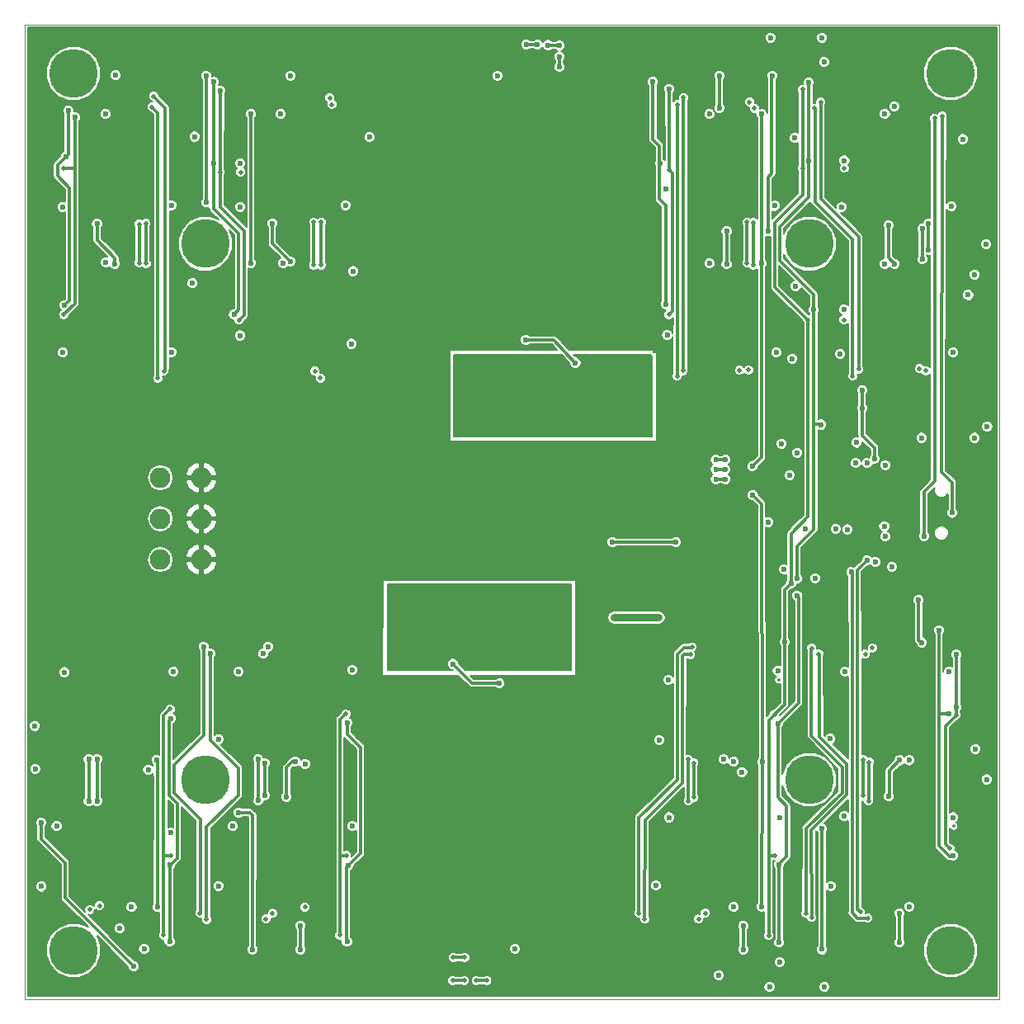
<source format=gbr>
G04 (created by PCBNEW (2013-mar-13)-testing) date Wed 22 May 2013 11:01:28 PM ICT*
%MOIN*%
G04 Gerber Fmt 3.4, Leading zero omitted, Abs format*
%FSLAX34Y34*%
G01*
G70*
G90*
G04 APERTURE LIST*
%ADD10C,0.00393701*%
%ADD11C,0.19685*%
%ADD12O,0.0826X0.0826*%
%ADD13C,0.023622*%
%ADD14C,0.019685*%
%ADD15C,0.011811*%
%ADD16C,0.0314961*%
%ADD17C,0.00787402*%
G04 APERTURE END LIST*
G54D10*
X38779Y-61023D02*
X78149Y-61023D01*
X78149Y-61023D02*
X78149Y-21653D01*
X78149Y-21653D02*
X38779Y-21653D01*
X38779Y-21653D02*
X38779Y-61023D01*
G54D11*
X46062Y-30511D03*
G54D12*
X44252Y-43267D03*
X44252Y-41614D03*
X44252Y-39961D03*
X45904Y-39961D03*
X45904Y-41614D03*
X45904Y-43267D03*
G54D11*
X40748Y-23622D03*
X40748Y-59055D03*
X46062Y-52165D03*
X70472Y-52165D03*
X76181Y-59055D03*
X76181Y-23622D03*
X70472Y-30511D03*
G54D13*
X62578Y-45610D03*
X64389Y-45610D03*
X57952Y-48267D03*
X56062Y-47480D03*
X59015Y-34389D03*
X61023Y-35314D03*
X62519Y-42559D03*
X65078Y-42559D03*
G54D14*
X59665Y-35393D03*
X59665Y-35098D03*
X60039Y-35393D03*
X59291Y-35393D03*
X60039Y-35098D03*
X59311Y-35098D03*
X57437Y-36828D03*
X59484Y-36946D03*
X57342Y-47323D03*
X57342Y-47618D03*
X57716Y-47618D03*
X56968Y-47618D03*
X57716Y-47322D03*
X56988Y-47322D03*
X57688Y-45578D03*
X59641Y-45804D03*
G54D13*
X42450Y-23700D03*
X48779Y-29685D03*
X49507Y-31220D03*
X41692Y-29704D03*
X42421Y-31318D03*
X73917Y-31318D03*
X73661Y-29763D03*
X68976Y-23724D03*
X67125Y-31338D03*
X67125Y-30000D03*
X68799Y-30000D03*
X66830Y-23720D03*
X66830Y-25019D03*
X73897Y-24960D03*
X46102Y-23720D03*
X46102Y-28838D03*
X49507Y-23720D03*
X57874Y-23724D03*
X43592Y-59005D03*
X67755Y-51850D03*
X67007Y-51338D03*
X70984Y-59011D03*
X74114Y-51377D03*
X73681Y-52834D03*
X70984Y-54143D03*
X67795Y-59015D03*
X67795Y-58070D03*
X74114Y-58740D03*
X74114Y-57559D03*
X43759Y-51751D03*
X47972Y-59015D03*
X49704Y-51437D03*
X49350Y-52854D03*
X47421Y-53484D03*
X49921Y-59015D03*
X49921Y-58051D03*
X58582Y-58995D03*
X42618Y-58169D03*
X73523Y-31318D03*
X49212Y-31279D03*
X49114Y-25275D03*
X68169Y-39507D03*
X68543Y-31299D03*
X68543Y-25275D03*
X66437Y-31299D03*
X73523Y-25275D03*
X66437Y-25275D03*
X42047Y-31259D03*
X42027Y-25275D03*
X47913Y-25275D03*
X47913Y-31279D03*
X44094Y-51358D03*
X67421Y-51437D03*
X74507Y-51377D03*
X50098Y-51515D03*
G54D14*
X50098Y-57303D03*
G54D13*
X43090Y-57303D03*
X68562Y-51437D03*
X68188Y-40669D03*
X68543Y-57283D03*
X74507Y-57283D03*
X67421Y-57303D03*
X44129Y-57307D03*
X68818Y-41751D03*
X72007Y-42047D03*
G54D14*
X73011Y-46830D03*
X70570Y-46850D03*
X70326Y-57559D03*
X66271Y-57549D03*
X72724Y-47090D03*
X70846Y-47086D03*
X70561Y-57724D03*
X66003Y-57793D03*
X72889Y-51448D03*
X72866Y-53019D03*
X72645Y-52807D03*
X72641Y-51358D03*
X65807Y-52870D03*
X65807Y-51484D03*
X65580Y-51338D03*
X65578Y-53015D03*
X48789Y-57559D03*
X63582Y-57549D03*
X65728Y-46801D03*
X48523Y-57785D03*
X63818Y-57795D03*
X65669Y-47106D03*
G54D13*
X48602Y-46781D03*
X46003Y-46781D03*
G54D14*
X45856Y-57549D03*
X41791Y-57253D03*
X41407Y-57401D03*
X46122Y-57805D03*
G54D13*
X46259Y-47076D03*
X48415Y-47066D03*
X48464Y-51486D03*
X48464Y-52795D03*
X48198Y-53001D03*
X48198Y-51328D03*
X41692Y-51318D03*
X41692Y-53021D03*
X41358Y-53021D03*
X41358Y-51318D03*
G54D14*
X50492Y-35657D03*
X44393Y-35645D03*
X43980Y-24555D03*
X50716Y-35937D03*
X44145Y-35937D03*
X43917Y-24984D03*
X65381Y-24610D03*
X65374Y-35633D03*
X67645Y-35625D03*
X51098Y-24618D03*
X65149Y-24889D03*
X65127Y-35860D03*
X68011Y-35606D03*
X51181Y-24881D03*
X43405Y-31287D03*
X43397Y-29716D03*
X43677Y-31311D03*
X43673Y-29688D03*
X50440Y-31374D03*
X50444Y-29633D03*
X50751Y-29641D03*
X50751Y-31366D03*
X68051Y-24779D03*
X70935Y-24789D03*
X72468Y-35570D03*
X74909Y-35561D03*
X75177Y-35637D03*
X72214Y-35856D03*
X70679Y-25033D03*
X68248Y-25043D03*
G54D13*
X73494Y-41919D03*
X76240Y-41377D03*
G54D14*
X75836Y-25354D03*
G54D13*
X73533Y-42332D03*
X75098Y-42322D03*
G54D14*
X75531Y-25437D03*
X67952Y-29641D03*
X67952Y-31283D03*
X68212Y-29645D03*
X68208Y-31370D03*
G54D13*
X75031Y-31133D03*
X75031Y-29909D03*
X75275Y-30748D03*
X75283Y-29696D03*
G54D14*
X72824Y-57755D03*
G54D13*
X72165Y-43769D03*
X73129Y-43366D03*
X72795Y-43307D03*
G54D14*
X72529Y-57507D03*
G54D13*
X69350Y-38582D03*
X72795Y-39370D03*
X69980Y-38956D03*
X72342Y-39370D03*
X70295Y-42027D03*
X71535Y-42027D03*
X70708Y-44015D03*
X73799Y-43562D03*
X44645Y-55610D03*
X44625Y-58700D03*
X44685Y-49685D03*
X51850Y-55629D03*
X51791Y-58700D03*
X51791Y-49862D03*
X76102Y-49488D03*
X69202Y-49881D03*
X69251Y-55590D03*
X69251Y-58740D03*
X69960Y-44724D03*
X75708Y-46122D03*
X76259Y-55216D03*
X64429Y-27263D03*
X64153Y-23976D03*
X64685Y-32952D03*
X46397Y-27263D03*
X47480Y-27263D03*
X46397Y-23976D03*
X47224Y-33366D03*
X40433Y-26988D03*
X40374Y-32992D03*
X40531Y-25127D03*
X70452Y-23996D03*
X70452Y-27145D03*
X71889Y-27145D03*
X70649Y-33169D03*
X71870Y-33169D03*
X70944Y-37814D03*
X73543Y-39448D03*
X69980Y-44035D03*
X76397Y-49232D03*
G54D14*
X76141Y-54940D03*
X76397Y-49547D03*
G54D13*
X69468Y-46594D03*
X76417Y-47106D03*
X64803Y-24251D03*
X69724Y-44232D03*
X46673Y-24330D03*
G54D14*
X44665Y-55216D03*
X44389Y-58444D03*
X44645Y-49311D03*
X51763Y-55212D03*
X51503Y-58444D03*
X51744Y-49496D03*
X69074Y-55212D03*
X68830Y-58456D03*
X69070Y-49519D03*
X64803Y-27539D03*
X64791Y-33370D03*
X70196Y-24271D03*
X71877Y-27460D03*
X70196Y-27460D03*
X70413Y-33582D03*
X71870Y-33582D03*
X47500Y-27618D03*
X46673Y-27618D03*
X47429Y-33590D03*
X40342Y-33366D03*
X40334Y-27452D03*
G54D13*
X40807Y-25403D03*
X39202Y-51722D03*
X77185Y-50925D03*
X68897Y-22185D03*
X68858Y-60531D03*
X77145Y-38346D03*
X77145Y-31751D03*
X43179Y-59704D03*
X39429Y-53897D03*
X66820Y-60059D03*
X77637Y-52145D03*
X70984Y-22185D03*
X71082Y-60531D03*
X77618Y-30531D03*
X77657Y-37893D03*
X74881Y-44901D03*
X75019Y-46614D03*
X73110Y-39192D03*
X72598Y-37145D03*
X72594Y-36429D03*
X69783Y-35157D03*
X44330Y-59389D03*
X40285Y-50925D03*
X74803Y-39587D03*
X72736Y-44468D03*
X74163Y-44586D03*
X73769Y-44576D03*
X73385Y-44576D03*
X47125Y-32244D03*
X74393Y-36578D03*
X49183Y-58139D03*
X67185Y-59527D03*
X67519Y-24537D03*
X50137Y-24488D03*
X42906Y-24562D03*
G54D14*
X74015Y-55551D03*
X74015Y-55984D03*
X74448Y-55984D03*
X74881Y-55984D03*
X74881Y-55551D03*
X74448Y-55551D03*
X74015Y-55118D03*
X74015Y-55137D03*
X74448Y-54704D03*
X74448Y-54271D03*
X74881Y-54271D03*
X74881Y-54704D03*
X74881Y-55137D03*
X74448Y-55137D03*
X74005Y-54694D03*
X74005Y-54261D03*
X73572Y-54261D03*
X73139Y-54261D03*
X73139Y-54694D03*
X73572Y-54694D03*
X74005Y-55127D03*
X74005Y-55127D03*
X73572Y-55561D03*
X73572Y-55994D03*
X73139Y-55994D03*
X73139Y-55561D03*
X73139Y-55127D03*
X73572Y-55127D03*
X66929Y-55551D03*
X66929Y-55984D03*
X67362Y-55984D03*
X67795Y-55984D03*
X67795Y-55551D03*
X67362Y-55551D03*
X66929Y-55118D03*
X66929Y-55137D03*
X67362Y-54704D03*
X67362Y-54271D03*
X67795Y-54271D03*
X67795Y-54704D03*
X67795Y-55137D03*
X67362Y-55137D03*
X66919Y-54694D03*
X66919Y-54261D03*
X66486Y-54261D03*
X66053Y-54261D03*
X66053Y-54694D03*
X66486Y-54694D03*
X66919Y-55127D03*
X66919Y-55127D03*
X66486Y-55561D03*
X66486Y-55994D03*
X66053Y-55994D03*
X66053Y-55561D03*
X66053Y-55127D03*
X66486Y-55127D03*
X74015Y-49645D03*
X74015Y-50078D03*
X74448Y-50078D03*
X74881Y-50078D03*
X74881Y-49645D03*
X74448Y-49645D03*
X74015Y-49212D03*
X74015Y-49232D03*
X74448Y-48799D03*
X74448Y-48366D03*
X74881Y-48366D03*
X74881Y-48799D03*
X74881Y-49232D03*
X74448Y-49232D03*
X74005Y-48789D03*
X74005Y-48356D03*
X73572Y-48356D03*
X73139Y-48356D03*
X73139Y-48789D03*
X73572Y-48789D03*
X74005Y-49222D03*
X74005Y-49222D03*
X73572Y-49655D03*
X73572Y-50088D03*
X73139Y-50088D03*
X73139Y-49655D03*
X73139Y-49222D03*
X73572Y-49222D03*
X66486Y-49222D03*
X66053Y-49222D03*
X66053Y-49655D03*
X66053Y-50088D03*
X66486Y-50088D03*
X66486Y-49655D03*
X66919Y-49222D03*
X66919Y-49222D03*
X66486Y-48789D03*
X66053Y-48789D03*
X66053Y-48356D03*
X66486Y-48356D03*
X66919Y-48356D03*
X66919Y-48789D03*
X67362Y-49232D03*
X67795Y-49232D03*
X67795Y-48799D03*
X67795Y-48366D03*
X67362Y-48366D03*
X67362Y-48799D03*
X66929Y-49232D03*
X66929Y-49212D03*
X67362Y-49645D03*
X67795Y-49645D03*
X67795Y-50078D03*
X67362Y-50078D03*
X66929Y-50078D03*
X66929Y-49645D03*
X49163Y-55127D03*
X48730Y-55127D03*
X48730Y-55561D03*
X48730Y-55994D03*
X49163Y-55994D03*
X49163Y-55561D03*
X49596Y-55127D03*
X49596Y-55127D03*
X49163Y-54694D03*
X48730Y-54694D03*
X48730Y-54261D03*
X49163Y-54261D03*
X49596Y-54261D03*
X49596Y-54694D03*
X50039Y-55137D03*
X50472Y-55137D03*
X50472Y-54704D03*
X50472Y-54271D03*
X50039Y-54271D03*
X50039Y-54704D03*
X49606Y-55137D03*
X49606Y-55118D03*
X50039Y-55551D03*
X50472Y-55551D03*
X50472Y-55984D03*
X50039Y-55984D03*
X49606Y-55984D03*
X49606Y-55551D03*
X49163Y-49222D03*
X48730Y-49222D03*
X48730Y-49655D03*
X48730Y-50088D03*
X49163Y-50088D03*
X49163Y-49655D03*
X49596Y-49222D03*
X49596Y-49222D03*
X49163Y-48789D03*
X48730Y-48789D03*
X48730Y-48356D03*
X49163Y-48356D03*
X49596Y-48356D03*
X49596Y-48789D03*
X50039Y-49232D03*
X50472Y-49232D03*
X50472Y-48799D03*
X50472Y-48366D03*
X50039Y-48366D03*
X50039Y-48799D03*
X49606Y-49232D03*
X49606Y-49212D03*
X50039Y-49645D03*
X50472Y-49645D03*
X50472Y-50078D03*
X50039Y-50078D03*
X49606Y-50078D03*
X49606Y-49645D03*
X42076Y-55127D03*
X41643Y-55127D03*
X41643Y-55561D03*
X41643Y-55994D03*
X42076Y-55994D03*
X42076Y-55561D03*
X42509Y-55127D03*
X42509Y-55127D03*
X42076Y-54694D03*
X41643Y-54694D03*
X41643Y-54261D03*
X42076Y-54261D03*
X42509Y-54261D03*
X42509Y-54694D03*
X42952Y-55137D03*
X43385Y-55137D03*
X43385Y-54704D03*
X43385Y-54271D03*
X42952Y-54271D03*
X42952Y-54704D03*
X42519Y-55137D03*
X42519Y-55118D03*
X42952Y-55551D03*
X43385Y-55551D03*
X43385Y-55984D03*
X42952Y-55984D03*
X42519Y-55984D03*
X42519Y-55551D03*
X42519Y-49645D03*
X42519Y-50078D03*
X42952Y-50078D03*
X43385Y-50078D03*
X43385Y-49645D03*
X42952Y-49645D03*
X42519Y-49212D03*
X42519Y-49232D03*
X42952Y-48799D03*
X42952Y-48366D03*
X43385Y-48366D03*
X43385Y-48799D03*
X43385Y-49232D03*
X42952Y-49232D03*
X42509Y-48789D03*
X42509Y-48356D03*
X42076Y-48356D03*
X41643Y-48356D03*
X41643Y-48789D03*
X42076Y-48789D03*
X42509Y-49222D03*
X42509Y-49222D03*
X42076Y-49655D03*
X42076Y-50088D03*
X41643Y-50088D03*
X41643Y-49655D03*
X41643Y-49222D03*
X42076Y-49222D03*
X74458Y-33454D03*
X74891Y-33454D03*
X74891Y-33021D03*
X74891Y-32588D03*
X74458Y-32588D03*
X74458Y-33021D03*
X74025Y-33454D03*
X74025Y-33454D03*
X74458Y-33887D03*
X74891Y-33887D03*
X74891Y-34320D03*
X74458Y-34320D03*
X74025Y-34320D03*
X74025Y-33887D03*
X73582Y-33444D03*
X73149Y-33444D03*
X73149Y-33877D03*
X73149Y-34311D03*
X73582Y-34311D03*
X73582Y-33877D03*
X74015Y-33444D03*
X74015Y-33464D03*
X73582Y-33031D03*
X73149Y-33031D03*
X73149Y-32598D03*
X73582Y-32598D03*
X74015Y-32598D03*
X74015Y-33031D03*
X67372Y-33454D03*
X67805Y-33454D03*
X67805Y-33021D03*
X67805Y-32588D03*
X67372Y-32588D03*
X67372Y-33021D03*
X66938Y-33454D03*
X66938Y-33454D03*
X67372Y-33887D03*
X67805Y-33887D03*
X67805Y-34320D03*
X67372Y-34320D03*
X66938Y-34320D03*
X66938Y-33887D03*
X66496Y-33444D03*
X66062Y-33444D03*
X66062Y-33877D03*
X66062Y-34311D03*
X66496Y-34311D03*
X66496Y-33877D03*
X66929Y-33444D03*
X66929Y-33464D03*
X66496Y-33031D03*
X66062Y-33031D03*
X66062Y-32598D03*
X66496Y-32598D03*
X66929Y-32598D03*
X66929Y-33031D03*
X74458Y-27549D03*
X74891Y-27549D03*
X74891Y-27116D03*
X74891Y-26683D03*
X74458Y-26683D03*
X74458Y-27116D03*
X74025Y-27549D03*
X74025Y-27549D03*
X74458Y-27982D03*
X74891Y-27982D03*
X74891Y-28415D03*
X74458Y-28415D03*
X74025Y-28415D03*
X74025Y-27982D03*
X73582Y-27539D03*
X73149Y-27539D03*
X73149Y-27972D03*
X73149Y-28405D03*
X73582Y-28405D03*
X73582Y-27972D03*
X74015Y-27539D03*
X74015Y-27559D03*
X73582Y-27125D03*
X73149Y-27125D03*
X73149Y-26692D03*
X73582Y-26692D03*
X74015Y-26692D03*
X74015Y-27125D03*
X66929Y-27125D03*
X66929Y-26692D03*
X66496Y-26692D03*
X66062Y-26692D03*
X66062Y-27125D03*
X66496Y-27125D03*
X66929Y-27559D03*
X66929Y-27539D03*
X66496Y-27972D03*
X66496Y-28405D03*
X66062Y-28405D03*
X66062Y-27972D03*
X66062Y-27539D03*
X66496Y-27539D03*
X66938Y-27982D03*
X66938Y-28415D03*
X67372Y-28415D03*
X67805Y-28415D03*
X67805Y-27982D03*
X67372Y-27982D03*
X66938Y-27549D03*
X66938Y-27549D03*
X67372Y-27116D03*
X67372Y-26683D03*
X67805Y-26683D03*
X67805Y-27116D03*
X67805Y-27549D03*
X67372Y-27549D03*
X49606Y-33031D03*
X49606Y-32598D03*
X49173Y-32598D03*
X48740Y-32598D03*
X48740Y-33031D03*
X49173Y-33031D03*
X49606Y-33464D03*
X49606Y-33444D03*
X49173Y-33877D03*
X49173Y-34311D03*
X48740Y-34311D03*
X48740Y-33877D03*
X48740Y-33444D03*
X49173Y-33444D03*
X49616Y-33887D03*
X49616Y-34320D03*
X50049Y-34320D03*
X50482Y-34320D03*
X50482Y-33887D03*
X50049Y-33887D03*
X49616Y-33454D03*
X49616Y-33454D03*
X50049Y-33021D03*
X50049Y-32588D03*
X50482Y-32588D03*
X50482Y-33021D03*
X50482Y-33454D03*
X50049Y-33454D03*
X42519Y-33031D03*
X42519Y-32598D03*
X42086Y-32598D03*
X41653Y-32598D03*
X41653Y-33031D03*
X42086Y-33031D03*
X42519Y-33464D03*
X42519Y-33444D03*
X42086Y-33877D03*
X42086Y-34311D03*
X41653Y-34311D03*
X41653Y-33877D03*
X41653Y-33444D03*
X42086Y-33444D03*
X42529Y-33887D03*
X42529Y-34320D03*
X42962Y-34320D03*
X43395Y-34320D03*
X43395Y-33887D03*
X42962Y-33887D03*
X42529Y-33454D03*
X42529Y-33454D03*
X42962Y-33021D03*
X42962Y-32588D03*
X43395Y-32588D03*
X43395Y-33021D03*
X43395Y-33454D03*
X42962Y-33454D03*
X49606Y-27125D03*
X49606Y-26692D03*
X49173Y-26692D03*
X48740Y-26692D03*
X48740Y-27125D03*
X49173Y-27125D03*
X49606Y-27559D03*
X49606Y-27539D03*
X49173Y-27972D03*
X49173Y-28405D03*
X48740Y-28405D03*
X48740Y-27972D03*
X48740Y-27539D03*
X49173Y-27539D03*
X49616Y-27982D03*
X49616Y-28415D03*
X50049Y-28415D03*
X50482Y-28415D03*
X50482Y-27982D03*
X50049Y-27982D03*
X49616Y-27549D03*
X49616Y-27549D03*
X50049Y-27116D03*
X50049Y-26683D03*
X50482Y-26683D03*
X50482Y-27116D03*
X50482Y-27549D03*
X50049Y-27549D03*
X42962Y-27549D03*
X43395Y-27549D03*
X43395Y-27116D03*
X43395Y-26683D03*
X42962Y-26683D03*
X42962Y-27116D03*
X42529Y-27549D03*
X42529Y-27549D03*
X42962Y-27982D03*
X43395Y-27982D03*
X43395Y-28415D03*
X42962Y-28415D03*
X42529Y-28415D03*
X42529Y-27982D03*
X42086Y-27539D03*
X41653Y-27539D03*
X41653Y-27972D03*
X41653Y-28405D03*
X42086Y-28405D03*
X42086Y-27972D03*
X42519Y-27539D03*
X42519Y-27559D03*
X42086Y-27125D03*
X41653Y-27125D03*
X41653Y-26692D03*
X42086Y-26692D03*
X42519Y-26692D03*
X42519Y-27125D03*
G54D13*
X62913Y-22145D03*
X66850Y-22145D03*
X77204Y-24862D03*
X76417Y-56318D03*
X77342Y-57480D03*
X74783Y-60098D03*
X42194Y-58070D03*
X53267Y-60570D03*
X49330Y-60570D03*
X45393Y-60570D03*
X41456Y-60570D03*
X73614Y-58122D03*
G54D14*
X58937Y-60216D03*
X59409Y-60216D03*
X59881Y-60216D03*
X60354Y-60216D03*
G54D13*
X65078Y-60570D03*
X61141Y-60570D03*
X68031Y-42322D03*
X67362Y-42992D03*
X66535Y-43759D03*
X65433Y-43799D03*
X64566Y-43996D03*
X64586Y-45059D03*
X67952Y-45039D03*
X71594Y-45039D03*
X69724Y-45019D03*
X68110Y-37775D03*
X66535Y-37775D03*
X64566Y-37775D03*
X63700Y-44350D03*
X63700Y-46318D03*
X63700Y-48287D03*
X63700Y-51043D03*
X63070Y-51574D03*
X59448Y-49625D03*
X59842Y-49625D03*
X60236Y-49625D03*
X60629Y-49625D03*
X61023Y-49625D03*
X61417Y-49625D03*
X61811Y-49625D03*
X59055Y-51555D03*
X57165Y-51555D03*
X54133Y-51082D03*
X54133Y-49507D03*
X54133Y-48326D03*
G54D14*
X74551Y-24598D03*
G54D13*
X73070Y-22972D03*
X56614Y-22539D03*
X56141Y-22539D03*
X57086Y-22539D03*
X57559Y-22539D03*
X43425Y-22145D03*
X47362Y-22145D03*
X51299Y-22145D03*
X55236Y-22145D03*
X57559Y-33110D03*
X57165Y-33110D03*
X56771Y-33110D03*
X56377Y-33110D03*
X55984Y-33110D03*
X55590Y-33110D03*
X55196Y-33110D03*
X63307Y-31377D03*
X63307Y-32952D03*
X63307Y-34704D03*
X61988Y-34704D03*
X58031Y-31082D03*
X59881Y-31082D03*
X53661Y-36732D03*
X52992Y-36732D03*
X52992Y-34960D03*
X52992Y-32992D03*
X52992Y-31023D03*
X54133Y-30984D03*
G54D14*
X48188Y-45098D03*
X48582Y-45098D03*
X48976Y-45098D03*
X49370Y-45098D03*
X49763Y-45098D03*
X52125Y-45098D03*
X51732Y-45098D03*
X51338Y-45098D03*
X50944Y-45098D03*
X50551Y-45098D03*
X50157Y-45098D03*
X49192Y-43129D03*
X49192Y-42736D03*
X49192Y-42342D03*
X49192Y-41948D03*
X49586Y-41948D03*
X49586Y-42342D03*
X49586Y-42736D03*
X49586Y-43129D03*
X51161Y-43129D03*
X51161Y-42736D03*
X51161Y-42342D03*
X51161Y-41948D03*
X50767Y-41948D03*
X50767Y-42342D03*
X50767Y-42736D03*
X50767Y-43129D03*
X53425Y-43129D03*
X53425Y-42736D03*
X53425Y-42342D03*
X53425Y-41948D03*
X53818Y-41948D03*
X53818Y-42342D03*
X53818Y-42736D03*
X53818Y-43129D03*
X55393Y-43129D03*
X55393Y-42736D03*
X55393Y-42342D03*
X55393Y-41948D03*
X55000Y-41948D03*
X55000Y-42342D03*
X55000Y-42736D03*
X55000Y-43129D03*
G54D13*
X66948Y-52282D03*
X71830Y-56318D03*
X76377Y-32007D03*
G54D14*
X50141Y-36555D03*
X66653Y-58055D03*
G54D13*
X39823Y-34291D03*
X76181Y-26338D03*
X39940Y-56318D03*
X43287Y-46181D03*
X45610Y-50295D03*
X45294Y-48366D03*
X46969Y-28405D03*
X39804Y-28385D03*
X76692Y-28366D03*
X67775Y-46141D03*
X64763Y-47618D03*
X69783Y-48385D03*
X66397Y-46141D03*
X64763Y-56338D03*
X64292Y-54271D03*
X69842Y-54271D03*
X76790Y-34291D03*
X76790Y-54271D03*
X73956Y-52302D03*
X74547Y-46141D03*
X73405Y-46141D03*
X71811Y-50413D03*
X71201Y-34311D03*
X76712Y-48366D03*
X76643Y-50177D03*
X71260Y-28385D03*
X71092Y-32312D03*
X71456Y-25984D03*
X73917Y-30433D03*
X66830Y-30355D03*
X67263Y-36480D03*
X69448Y-32204D03*
X66141Y-36456D03*
X73188Y-36437D03*
X52204Y-26299D03*
X43208Y-36535D03*
X48799Y-36515D03*
X45059Y-32204D03*
X41771Y-36515D03*
X64232Y-34822D03*
X69409Y-26299D03*
X64173Y-28917D03*
X52706Y-56013D03*
X45078Y-56082D03*
X52480Y-48405D03*
X49350Y-46161D03*
X49625Y-52361D03*
X51889Y-53524D03*
X44681Y-53311D03*
X42539Y-52184D03*
X51535Y-32263D03*
X46948Y-34803D03*
X49448Y-30432D03*
X42519Y-30392D03*
X68937Y-23169D03*
X62224Y-33169D03*
X62224Y-33562D03*
X62224Y-33956D03*
X62224Y-34350D03*
X63425Y-41968D03*
X63425Y-41574D03*
X63425Y-41181D03*
X55118Y-49507D03*
X55118Y-49114D03*
X55118Y-48720D03*
X55118Y-48326D03*
X66496Y-38543D03*
X66102Y-38543D03*
X65708Y-38543D03*
X65314Y-38543D03*
G54D14*
X65098Y-41751D03*
X64744Y-41751D03*
X65098Y-41417D03*
X64744Y-41417D03*
G54D13*
X71496Y-40610D03*
X68543Y-40078D03*
X47342Y-56534D03*
X41948Y-46161D03*
X47342Y-50629D03*
X52568Y-50403D03*
X69793Y-50442D03*
X69812Y-56505D03*
X69566Y-28346D03*
X64468Y-25905D03*
X69625Y-34271D03*
X64153Y-32047D03*
X51850Y-34034D03*
X52224Y-28385D03*
X45196Y-34271D03*
X45137Y-26299D03*
X45216Y-28366D03*
X47106Y-26574D03*
X39458Y-32234D03*
X40039Y-26318D03*
X46909Y-48405D03*
X71397Y-54330D03*
X47322Y-54546D03*
X40196Y-54546D03*
X39881Y-48405D03*
X71417Y-48385D03*
X76279Y-34901D03*
X39183Y-49990D03*
X69448Y-43661D03*
G54D14*
X57440Y-60275D03*
X57007Y-60275D03*
X56535Y-60275D03*
X56062Y-60275D03*
X56082Y-59340D03*
X56545Y-59340D03*
G54D13*
X60374Y-23366D03*
X60374Y-22952D03*
X60374Y-22500D03*
X59921Y-22480D03*
X59488Y-22460D03*
X59035Y-22460D03*
X76663Y-26279D03*
X69133Y-34901D03*
X47480Y-29015D03*
X40314Y-34901D03*
X64409Y-50551D03*
X64763Y-48129D03*
X69192Y-47755D03*
X64271Y-56437D03*
X64803Y-53681D03*
X69271Y-53700D03*
X71338Y-56456D03*
X76279Y-53681D03*
X71889Y-53641D03*
X71318Y-50511D03*
X71712Y-34960D03*
X76122Y-47795D03*
X71909Y-47795D03*
X71771Y-29015D03*
X76889Y-32578D03*
X76220Y-28996D03*
X69911Y-32214D03*
X64724Y-34192D03*
X69881Y-26240D03*
X69074Y-28976D03*
X64685Y-28307D03*
X52007Y-47716D03*
X46614Y-50531D03*
X47421Y-47795D03*
X46594Y-56456D03*
X52007Y-54035D03*
X47185Y-54035D03*
X44665Y-54311D03*
X39448Y-56476D03*
X40059Y-54035D03*
X40374Y-47814D03*
X44783Y-47795D03*
X52027Y-31614D03*
X51968Y-34547D03*
X47460Y-34212D03*
X45551Y-32106D03*
X52696Y-26200D03*
X45629Y-26181D03*
X40295Y-29015D03*
X72381Y-38543D03*
X69685Y-39862D03*
X67086Y-40019D03*
X66692Y-40019D03*
X66692Y-39625D03*
X67086Y-39625D03*
X67086Y-39232D03*
X66692Y-39232D03*
X75000Y-38346D03*
X51732Y-28956D03*
X44704Y-34881D03*
X44704Y-28956D03*
X69271Y-59527D03*
X71062Y-23169D03*
G54D15*
X76299Y-54036D02*
X76299Y-54035D01*
X69232Y-48130D02*
X69232Y-48129D01*
G54D16*
X64389Y-45610D02*
X62578Y-45610D01*
G54D15*
X56850Y-48267D02*
X57952Y-48267D01*
X56062Y-47480D02*
X56850Y-48267D01*
X60137Y-34389D02*
X59015Y-34389D01*
X61023Y-35314D02*
X60137Y-34389D01*
X65078Y-42559D02*
X62519Y-42559D01*
X57342Y-47323D02*
X57342Y-47322D01*
X48779Y-29685D02*
X48779Y-30492D01*
X48779Y-30492D02*
X49507Y-31220D01*
X42421Y-31318D02*
X42421Y-31082D01*
X41692Y-30354D02*
X41692Y-29704D01*
X42421Y-31082D02*
X41692Y-30354D01*
X73917Y-31318D02*
X73661Y-31062D01*
X73661Y-31062D02*
X73661Y-29763D01*
X67125Y-30000D02*
X67125Y-31338D01*
X68799Y-27814D02*
X68799Y-29350D01*
X68799Y-29350D02*
X68799Y-30000D01*
X68956Y-27657D02*
X68799Y-27814D01*
X68956Y-23744D02*
X68956Y-27657D01*
X68956Y-23744D02*
X68976Y-23724D01*
X66830Y-25019D02*
X66830Y-23720D01*
X46102Y-28838D02*
X46102Y-23720D01*
X73700Y-51791D02*
X74114Y-51377D01*
X73700Y-52814D02*
X73700Y-51791D01*
X73681Y-52834D02*
X73700Y-52814D01*
X70984Y-59011D02*
X70984Y-54143D01*
X70984Y-59011D02*
X70984Y-59011D01*
X67795Y-58070D02*
X67795Y-59015D01*
X74114Y-57559D02*
X74114Y-58740D01*
X49586Y-51437D02*
X49704Y-51437D01*
X49350Y-51673D02*
X49586Y-51437D01*
X49350Y-52854D02*
X49350Y-51673D01*
X47864Y-53484D02*
X47421Y-53484D01*
X47982Y-53602D02*
X47864Y-53484D01*
X47982Y-53602D02*
X47972Y-59015D01*
X49921Y-58051D02*
X49921Y-59015D01*
X68169Y-39507D02*
X68543Y-39133D01*
X68543Y-39133D02*
X68543Y-31299D01*
X68543Y-31299D02*
X68543Y-25275D01*
X47913Y-25275D02*
X47913Y-31279D01*
X68188Y-40669D02*
X68543Y-41023D01*
X68543Y-41023D02*
X68562Y-51437D01*
X68562Y-51437D02*
X68543Y-57283D01*
X44094Y-51358D02*
X44129Y-51507D01*
X44129Y-51507D02*
X44133Y-52027D01*
X44133Y-52027D02*
X44129Y-57307D01*
X70570Y-46850D02*
X70551Y-46870D01*
X70551Y-46870D02*
X70551Y-50383D01*
X70551Y-50383D02*
X71791Y-51645D01*
X71791Y-51645D02*
X71791Y-52687D01*
X71791Y-52687D02*
X70334Y-54122D01*
X70334Y-54122D02*
X70326Y-57559D01*
X70846Y-47086D02*
X70875Y-47116D01*
X70875Y-47116D02*
X70885Y-50433D01*
X70885Y-50433D02*
X71988Y-51514D01*
X71988Y-51514D02*
X71988Y-52765D01*
X71988Y-52765D02*
X70551Y-54202D01*
X70551Y-54202D02*
X70561Y-57724D01*
X72885Y-53000D02*
X72889Y-51448D01*
X72866Y-53019D02*
X72885Y-53000D01*
X72641Y-51358D02*
X72645Y-52807D01*
X65807Y-51484D02*
X65807Y-52870D01*
X65580Y-51338D02*
X65578Y-53015D01*
X63582Y-53700D02*
X63582Y-57549D01*
X65137Y-52145D02*
X63582Y-53700D01*
X65137Y-47086D02*
X65137Y-52145D01*
X65403Y-46820D02*
X65137Y-47086D01*
X65708Y-46820D02*
X65403Y-46820D01*
X65728Y-46801D02*
X65708Y-46820D01*
X63838Y-53779D02*
X63818Y-57795D01*
X65334Y-52283D02*
X63838Y-53779D01*
X65344Y-47165D02*
X65334Y-52283D01*
X65423Y-47086D02*
X65344Y-47165D01*
X65649Y-47086D02*
X65423Y-47086D01*
X65669Y-47106D02*
X65649Y-47086D01*
X46003Y-50354D02*
X46003Y-46781D01*
X44793Y-51564D02*
X46003Y-50354D01*
X44793Y-52696D02*
X44793Y-51564D01*
X45866Y-53769D02*
X44793Y-52696D01*
X45866Y-57539D02*
X45866Y-53769D01*
X45856Y-57549D02*
X45866Y-57539D01*
X46122Y-54064D02*
X46122Y-57805D01*
X47401Y-52785D02*
X46122Y-54064D01*
X47401Y-51683D02*
X47401Y-52785D01*
X46269Y-50551D02*
X47401Y-51683D01*
X46269Y-47086D02*
X46269Y-50551D01*
X46259Y-47076D02*
X46269Y-47086D01*
X48464Y-52795D02*
X48464Y-51486D01*
X48198Y-51328D02*
X48198Y-53001D01*
X41692Y-51299D02*
X41692Y-51318D01*
X41692Y-53021D02*
X41692Y-51299D01*
X41358Y-51318D02*
X41358Y-53021D01*
X44393Y-35645D02*
X44452Y-35586D01*
X44452Y-35586D02*
X44456Y-29132D01*
X44456Y-29132D02*
X44456Y-29132D01*
X44452Y-25051D02*
X44452Y-25027D01*
X44456Y-29132D02*
X44452Y-25051D01*
X44452Y-25027D02*
X43980Y-24555D01*
X44157Y-25421D02*
X44157Y-25224D01*
X44157Y-25421D02*
X44145Y-35937D01*
X44157Y-25224D02*
X43917Y-24984D01*
X65383Y-35624D02*
X65381Y-24610D01*
X65374Y-35633D02*
X65383Y-35624D01*
X65149Y-24889D02*
X65127Y-35860D01*
X43397Y-31279D02*
X43397Y-29716D01*
X43405Y-31287D02*
X43397Y-31279D01*
X43677Y-29692D02*
X43677Y-31311D01*
X43673Y-29688D02*
X43677Y-29692D01*
X50444Y-29633D02*
X50440Y-31374D01*
X50751Y-31366D02*
X50751Y-29641D01*
X70935Y-28700D02*
X70935Y-24789D01*
X72460Y-30226D02*
X70935Y-28700D01*
X72468Y-35570D02*
X72460Y-30226D01*
X72214Y-30334D02*
X72214Y-35856D01*
X70698Y-28818D02*
X72214Y-30334D01*
X70698Y-25053D02*
X70698Y-28818D01*
X70679Y-25033D02*
X70698Y-25053D01*
X76240Y-40157D02*
X75807Y-39724D01*
X75807Y-39724D02*
X75836Y-25354D01*
X76240Y-40157D02*
X76240Y-41377D01*
X75531Y-25437D02*
X75531Y-40108D01*
X75531Y-40108D02*
X75098Y-40541D01*
X75098Y-40541D02*
X75098Y-42322D01*
X67952Y-29641D02*
X67952Y-31283D01*
X68208Y-31370D02*
X68212Y-29645D01*
X75031Y-31133D02*
X75031Y-29909D01*
X75283Y-29696D02*
X75275Y-30748D01*
X72421Y-57755D02*
X72824Y-57755D01*
X72196Y-57531D02*
X72421Y-57755D01*
X72194Y-43799D02*
X72196Y-57531D01*
X72165Y-43769D02*
X72194Y-43799D01*
X72411Y-43690D02*
X72795Y-43307D01*
X72417Y-57397D02*
X72411Y-43690D01*
X72529Y-57507D02*
X72417Y-57397D01*
X44645Y-55610D02*
X44625Y-55629D01*
X44625Y-55629D02*
X44625Y-58700D01*
X44940Y-55314D02*
X44625Y-55629D01*
X44940Y-53129D02*
X44940Y-55314D01*
X44596Y-52785D02*
X44940Y-53129D01*
X44596Y-49773D02*
X44596Y-52785D01*
X44685Y-49685D02*
X44596Y-49773D01*
X51791Y-50314D02*
X51791Y-49862D01*
X52342Y-50866D02*
X51791Y-50314D01*
X52342Y-55137D02*
X52342Y-50866D01*
X51771Y-55708D02*
X51850Y-55629D01*
X51850Y-55629D02*
X52342Y-55137D01*
X51771Y-58681D02*
X51771Y-55708D01*
X51771Y-58681D02*
X51791Y-58700D01*
X76102Y-49488D02*
X75708Y-49488D01*
X69960Y-44724D02*
X69960Y-44724D01*
X69251Y-55570D02*
X69251Y-55590D01*
X69251Y-55590D02*
X69251Y-58740D01*
X69547Y-55275D02*
X69251Y-55570D01*
X69547Y-53218D02*
X69547Y-55275D01*
X69202Y-52874D02*
X69547Y-53218D01*
X69202Y-49881D02*
X69202Y-52874D01*
X70039Y-49045D02*
X69202Y-49881D01*
X70039Y-44803D02*
X70039Y-49045D01*
X69960Y-44724D02*
X70039Y-44803D01*
X76141Y-55255D02*
X76220Y-55255D01*
X75708Y-46122D02*
X75708Y-46653D01*
X75708Y-46653D02*
X75708Y-49488D01*
X75708Y-49488D02*
X75708Y-54822D01*
X75708Y-54822D02*
X76141Y-55255D01*
X76220Y-55255D02*
X76259Y-55216D01*
X64429Y-27263D02*
X64409Y-27263D01*
X64153Y-26299D02*
X64153Y-23976D01*
X64409Y-26555D02*
X64153Y-26299D01*
X64409Y-28700D02*
X64409Y-27263D01*
X64409Y-27263D02*
X64409Y-26555D01*
X64665Y-28956D02*
X64409Y-28700D01*
X64665Y-32933D02*
X64665Y-28956D01*
X64685Y-32952D02*
X64665Y-32933D01*
X46397Y-29094D02*
X46397Y-27263D01*
X46397Y-27263D02*
X46397Y-23976D01*
X47421Y-30098D02*
X46397Y-29094D01*
X47421Y-31673D02*
X47421Y-30098D01*
X47421Y-32204D02*
X47421Y-31673D01*
X47421Y-33169D02*
X47421Y-32204D01*
X47224Y-33366D02*
X47421Y-33169D01*
X40098Y-27342D02*
X40098Y-27322D01*
X70452Y-27145D02*
X70452Y-23996D01*
X40374Y-32992D02*
X40570Y-32795D01*
X40570Y-32795D02*
X40570Y-28248D01*
X40570Y-28248D02*
X40098Y-27775D01*
X40098Y-27775D02*
X40098Y-27342D01*
X40531Y-26889D02*
X40531Y-25127D01*
X40098Y-27322D02*
X40433Y-26988D01*
X40433Y-26988D02*
X40531Y-26889D01*
X70925Y-37795D02*
X70649Y-37795D01*
X70944Y-37814D02*
X70925Y-37795D01*
X69980Y-42716D02*
X69980Y-44035D01*
X70649Y-42047D02*
X69980Y-42716D01*
X70649Y-32559D02*
X70649Y-33169D01*
X70649Y-33169D02*
X70649Y-37795D01*
X70649Y-37795D02*
X70649Y-42047D01*
X69271Y-31181D02*
X70649Y-32559D01*
X69271Y-29812D02*
X69271Y-31181D01*
X70452Y-28631D02*
X69271Y-29812D01*
X70452Y-27145D02*
X70452Y-28631D01*
X76397Y-49232D02*
X76417Y-49232D01*
X76397Y-49547D02*
X75964Y-49980D01*
X75964Y-54763D02*
X76141Y-54940D01*
X75964Y-50039D02*
X75964Y-54763D01*
X75964Y-49980D02*
X75964Y-50039D01*
X76417Y-47106D02*
X76417Y-49232D01*
X76417Y-49232D02*
X76397Y-49330D01*
X76397Y-49330D02*
X76397Y-49547D01*
X69074Y-49515D02*
X69074Y-49507D01*
X69468Y-46732D02*
X69468Y-46594D01*
X69468Y-49114D02*
X69468Y-46732D01*
X69074Y-49507D02*
X69468Y-49114D01*
X69468Y-44488D02*
X69724Y-44232D01*
X69468Y-46594D02*
X69468Y-46594D01*
X69468Y-46594D02*
X69468Y-44488D01*
X64803Y-27539D02*
X64799Y-24255D01*
X64799Y-24255D02*
X64803Y-24251D01*
X70413Y-33582D02*
X70417Y-41531D01*
X70417Y-41531D02*
X69724Y-42224D01*
X69724Y-42224D02*
X69724Y-44232D01*
X46681Y-24338D02*
X46673Y-27618D01*
X46673Y-24330D02*
X46681Y-24338D01*
X44665Y-55216D02*
X44389Y-55216D01*
X44389Y-49566D02*
X44389Y-55216D01*
X44389Y-55216D02*
X44389Y-58444D01*
X44645Y-49311D02*
X44389Y-49566D01*
X51759Y-55216D02*
X51503Y-55216D01*
X51763Y-55212D02*
X51759Y-55216D01*
X51503Y-49736D02*
X51503Y-55216D01*
X51503Y-55216D02*
X51503Y-58444D01*
X51744Y-49496D02*
X51503Y-49736D01*
X69074Y-55212D02*
X68830Y-55212D01*
X68830Y-49759D02*
X68830Y-55212D01*
X68830Y-55212D02*
X68830Y-58456D01*
X69070Y-49519D02*
X69074Y-49515D01*
X69074Y-49515D02*
X68830Y-49759D01*
X64940Y-27677D02*
X64803Y-27539D01*
X64933Y-33228D02*
X64933Y-30688D01*
X64933Y-30688D02*
X64940Y-27677D01*
X64791Y-33370D02*
X64933Y-33228D01*
X70196Y-24271D02*
X70196Y-27460D01*
X69074Y-32263D02*
X69074Y-30688D01*
X70389Y-33573D02*
X69074Y-32263D01*
X70389Y-33559D02*
X70389Y-33573D01*
X70413Y-33582D02*
X70389Y-33559D01*
X69074Y-30688D02*
X69074Y-29655D01*
X70196Y-28533D02*
X70196Y-27460D01*
X69074Y-29655D02*
X70196Y-28533D01*
X47429Y-33590D02*
X47637Y-33389D01*
X47637Y-33389D02*
X47637Y-29980D01*
X47637Y-29980D02*
X46673Y-29015D01*
X46673Y-29015D02*
X46673Y-27618D01*
X40334Y-27452D02*
X40807Y-27460D01*
X40807Y-32913D02*
X40807Y-27460D01*
X40807Y-27460D02*
X40807Y-25403D01*
X40342Y-33366D02*
X40807Y-32913D01*
X39429Y-54547D02*
X39429Y-53897D01*
X40413Y-55531D02*
X39429Y-54547D01*
X40413Y-56938D02*
X40413Y-55531D01*
X40413Y-56938D02*
X43179Y-59704D01*
X74881Y-46515D02*
X74881Y-44901D01*
X75019Y-46614D02*
X74881Y-46515D01*
X72598Y-37145D02*
X72598Y-38248D01*
X73110Y-38759D02*
X73110Y-39192D01*
X72598Y-38248D02*
X73110Y-38759D01*
X72594Y-36429D02*
X72598Y-37145D01*
X68937Y-23188D02*
X67893Y-23188D01*
X67893Y-23188D02*
X66850Y-22145D01*
X49330Y-60570D02*
X53267Y-60570D01*
X41456Y-60570D02*
X45393Y-60570D01*
X61141Y-60570D02*
X65078Y-60570D01*
X68110Y-37775D02*
X68110Y-37795D01*
X64566Y-37775D02*
X66535Y-37775D01*
X47362Y-22145D02*
X43425Y-22145D01*
X55236Y-22145D02*
X51299Y-22145D01*
X55118Y-49114D02*
X55118Y-49507D01*
X55118Y-48326D02*
X55118Y-48720D01*
X66102Y-38543D02*
X66496Y-38543D01*
X65314Y-38543D02*
X65708Y-38543D01*
X57440Y-60275D02*
X57007Y-60275D01*
X56535Y-60275D02*
X56062Y-60275D01*
X56082Y-59340D02*
X56545Y-59340D01*
X60374Y-22952D02*
X60374Y-23366D01*
X59940Y-22500D02*
X60374Y-22500D01*
X59921Y-22480D02*
X59940Y-22500D01*
X59035Y-22460D02*
X59488Y-22460D01*
X69685Y-39862D02*
X69685Y-39881D01*
X66692Y-40019D02*
X67086Y-40019D01*
X67086Y-39625D02*
X66692Y-39625D01*
X66692Y-39232D02*
X67086Y-39232D01*
G54D10*
G36*
X44763Y-54096D02*
X44712Y-54074D01*
X44618Y-54074D01*
X44566Y-54096D01*
X44566Y-53006D01*
X44763Y-53203D01*
X44763Y-54096D01*
X44763Y-54096D01*
G37*
G54D17*
X44763Y-54096D02*
X44712Y-54074D01*
X44618Y-54074D01*
X44566Y-54096D01*
X44566Y-53006D01*
X44763Y-53203D01*
X44763Y-54096D01*
G54D10*
G36*
X52165Y-55064D02*
X51980Y-55249D01*
X51980Y-55169D01*
X51947Y-55090D01*
X51886Y-55029D01*
X51807Y-54996D01*
X51720Y-54996D01*
X51681Y-55012D01*
X51681Y-50455D01*
X52165Y-50939D01*
X52165Y-53858D01*
X52141Y-53835D01*
X52055Y-53799D01*
X51961Y-53799D01*
X51874Y-53835D01*
X51807Y-53901D01*
X51771Y-53988D01*
X51771Y-54082D01*
X51807Y-54169D01*
X51873Y-54235D01*
X51960Y-54271D01*
X52054Y-54271D01*
X52141Y-54235D01*
X52165Y-54212D01*
X52165Y-55064D01*
X52165Y-55064D01*
G37*
G54D17*
X52165Y-55064D02*
X51980Y-55249D01*
X51980Y-55169D01*
X51947Y-55090D01*
X51886Y-55029D01*
X51807Y-54996D01*
X51720Y-54996D01*
X51681Y-55012D01*
X51681Y-50455D01*
X52165Y-50939D01*
X52165Y-53858D01*
X52141Y-53835D01*
X52055Y-53799D01*
X51961Y-53799D01*
X51874Y-53835D01*
X51807Y-53901D01*
X51771Y-53988D01*
X51771Y-54082D01*
X51807Y-54169D01*
X51873Y-54235D01*
X51960Y-54271D01*
X52054Y-54271D01*
X52141Y-54235D01*
X52165Y-54212D01*
X52165Y-55064D01*
G54D10*
G36*
X70472Y-33372D02*
X70456Y-33366D01*
X70436Y-33366D01*
X69251Y-32190D01*
X69251Y-31411D01*
X69831Y-31991D01*
X69777Y-32014D01*
X69711Y-32080D01*
X69675Y-32167D01*
X69675Y-32261D01*
X69711Y-32348D01*
X69777Y-32414D01*
X69864Y-32450D01*
X69958Y-32450D01*
X70045Y-32414D01*
X70111Y-32348D01*
X70134Y-32294D01*
X70472Y-32632D01*
X70472Y-33012D01*
X70449Y-33035D01*
X70413Y-33122D01*
X70413Y-33216D01*
X70449Y-33302D01*
X70472Y-33326D01*
X70472Y-33372D01*
X70472Y-33372D01*
G37*
G54D17*
X70472Y-33372D02*
X70456Y-33366D01*
X70436Y-33366D01*
X69251Y-32190D01*
X69251Y-31411D01*
X69831Y-31991D01*
X69777Y-32014D01*
X69711Y-32080D01*
X69675Y-32167D01*
X69675Y-32261D01*
X69711Y-32348D01*
X69777Y-32414D01*
X69864Y-32450D01*
X69958Y-32450D01*
X70045Y-32414D01*
X70111Y-32348D01*
X70134Y-32294D01*
X70472Y-32632D01*
X70472Y-33012D01*
X70449Y-33035D01*
X70413Y-33122D01*
X70413Y-33216D01*
X70449Y-33302D01*
X70472Y-33326D01*
X70472Y-33372D01*
G54D10*
G36*
X78031Y-60905D02*
X77893Y-60905D01*
X77893Y-37846D01*
X77857Y-37760D01*
X77854Y-37756D01*
X77854Y-30484D01*
X77818Y-30397D01*
X77752Y-30331D01*
X77665Y-30295D01*
X77571Y-30295D01*
X77484Y-30331D01*
X77417Y-30397D01*
X77381Y-30484D01*
X77381Y-30578D01*
X77417Y-30665D01*
X77484Y-30731D01*
X77570Y-30767D01*
X77664Y-30767D01*
X77751Y-30731D01*
X77818Y-30665D01*
X77854Y-30578D01*
X77854Y-30484D01*
X77854Y-37756D01*
X77791Y-37693D01*
X77704Y-37657D01*
X77610Y-37657D01*
X77523Y-37693D01*
X77457Y-37759D01*
X77421Y-37846D01*
X77421Y-37940D01*
X77457Y-38027D01*
X77523Y-38093D01*
X77610Y-38129D01*
X77704Y-38129D01*
X77791Y-38094D01*
X77857Y-38027D01*
X77893Y-37940D01*
X77893Y-37846D01*
X77893Y-60905D01*
X77874Y-60905D01*
X77874Y-52098D01*
X77838Y-52012D01*
X77771Y-51945D01*
X77684Y-51909D01*
X77591Y-51909D01*
X77504Y-51945D01*
X77437Y-52011D01*
X77421Y-52051D01*
X77421Y-50878D01*
X77385Y-50791D01*
X77381Y-50788D01*
X77381Y-38299D01*
X77381Y-31705D01*
X77346Y-31618D01*
X77283Y-31555D01*
X77283Y-23403D01*
X77116Y-22998D01*
X76806Y-22688D01*
X76401Y-22519D01*
X75962Y-22519D01*
X75557Y-22686D01*
X75247Y-22996D01*
X75078Y-23401D01*
X75078Y-23840D01*
X75246Y-24245D01*
X75555Y-24556D01*
X75960Y-24724D01*
X76399Y-24724D01*
X76804Y-24557D01*
X77115Y-24247D01*
X77283Y-23842D01*
X77283Y-23403D01*
X77283Y-31555D01*
X77279Y-31551D01*
X77192Y-31515D01*
X77098Y-31515D01*
X77012Y-31551D01*
X76945Y-31617D01*
X76909Y-31704D01*
X76909Y-31798D01*
X76945Y-31885D01*
X77011Y-31952D01*
X77098Y-31988D01*
X77192Y-31988D01*
X77279Y-31952D01*
X77345Y-31885D01*
X77381Y-31799D01*
X77381Y-31705D01*
X77381Y-38299D01*
X77346Y-38212D01*
X77279Y-38146D01*
X77192Y-38110D01*
X77126Y-38110D01*
X77126Y-32531D01*
X77090Y-32445D01*
X77023Y-32378D01*
X76936Y-32342D01*
X76899Y-32342D01*
X76899Y-26232D01*
X76863Y-26145D01*
X76797Y-26079D01*
X76710Y-26043D01*
X76616Y-26043D01*
X76529Y-26079D01*
X76463Y-26145D01*
X76427Y-26232D01*
X76427Y-26326D01*
X76463Y-26413D01*
X76529Y-26479D01*
X76616Y-26515D01*
X76710Y-26515D01*
X76797Y-26479D01*
X76863Y-26413D01*
X76899Y-26326D01*
X76899Y-26232D01*
X76899Y-32342D01*
X76842Y-32342D01*
X76756Y-32378D01*
X76689Y-32444D01*
X76653Y-32531D01*
X76653Y-32625D01*
X76689Y-32712D01*
X76755Y-32778D01*
X76842Y-32814D01*
X76936Y-32815D01*
X77023Y-32779D01*
X77089Y-32712D01*
X77125Y-32625D01*
X77126Y-32531D01*
X77126Y-38110D01*
X77098Y-38110D01*
X77012Y-38146D01*
X76945Y-38212D01*
X76909Y-38299D01*
X76909Y-38393D01*
X76945Y-38480D01*
X77011Y-38546D01*
X77098Y-38582D01*
X77192Y-38582D01*
X77279Y-38546D01*
X77345Y-38480D01*
X77381Y-38393D01*
X77381Y-38299D01*
X77381Y-50788D01*
X77319Y-50725D01*
X77232Y-50689D01*
X77138Y-50688D01*
X77051Y-50724D01*
X76984Y-50791D01*
X76948Y-50878D01*
X76948Y-50971D01*
X76984Y-51058D01*
X77051Y-51125D01*
X77137Y-51161D01*
X77231Y-51161D01*
X77318Y-51125D01*
X77385Y-51059D01*
X77421Y-50972D01*
X77421Y-50878D01*
X77421Y-52051D01*
X77401Y-52098D01*
X77401Y-52192D01*
X77437Y-52279D01*
X77503Y-52345D01*
X77590Y-52381D01*
X77684Y-52381D01*
X77771Y-52346D01*
X77837Y-52279D01*
X77873Y-52192D01*
X77874Y-52098D01*
X77874Y-60905D01*
X77283Y-60905D01*
X77283Y-58836D01*
X77116Y-58431D01*
X76806Y-58121D01*
X76653Y-58057D01*
X76653Y-47059D01*
X76617Y-46972D01*
X76551Y-46906D01*
X76515Y-46891D01*
X76515Y-34854D01*
X76479Y-34767D01*
X76413Y-34701D01*
X76326Y-34665D01*
X76232Y-34665D01*
X76145Y-34701D01*
X76079Y-34767D01*
X76043Y-34854D01*
X76043Y-34948D01*
X76079Y-35035D01*
X76145Y-35101D01*
X76232Y-35137D01*
X76326Y-35137D01*
X76413Y-35101D01*
X76479Y-35035D01*
X76515Y-34948D01*
X76515Y-34854D01*
X76515Y-46891D01*
X76476Y-46875D01*
X76476Y-41331D01*
X76440Y-41244D01*
X76417Y-41221D01*
X76417Y-40157D01*
X76403Y-40089D01*
X76403Y-40089D01*
X76365Y-40032D01*
X75984Y-39651D01*
X76021Y-29130D01*
X76086Y-29196D01*
X76173Y-29232D01*
X76267Y-29232D01*
X76354Y-29196D01*
X76420Y-29130D01*
X76456Y-29043D01*
X76456Y-28949D01*
X76420Y-28862D01*
X76354Y-28795D01*
X76267Y-28759D01*
X76173Y-28759D01*
X76086Y-28795D01*
X76022Y-28860D01*
X76034Y-25443D01*
X76053Y-25397D01*
X76053Y-25311D01*
X76020Y-25231D01*
X75959Y-25170D01*
X75879Y-25137D01*
X75793Y-25137D01*
X75714Y-25170D01*
X75653Y-25231D01*
X75645Y-25249D01*
X75574Y-25220D01*
X75488Y-25220D01*
X75408Y-25253D01*
X75348Y-25314D01*
X75314Y-25393D01*
X75314Y-25479D01*
X75347Y-25559D01*
X75354Y-25566D01*
X75354Y-29470D01*
X75330Y-29460D01*
X75236Y-29460D01*
X75149Y-29496D01*
X75083Y-29562D01*
X75047Y-29649D01*
X75047Y-29673D01*
X74984Y-29673D01*
X74897Y-29709D01*
X74831Y-29775D01*
X74795Y-29862D01*
X74795Y-29956D01*
X74831Y-30043D01*
X74854Y-30066D01*
X74854Y-30976D01*
X74831Y-30999D01*
X74795Y-31086D01*
X74795Y-31180D01*
X74831Y-31267D01*
X74897Y-31333D01*
X74984Y-31370D01*
X75078Y-31370D01*
X75165Y-31334D01*
X75231Y-31267D01*
X75267Y-31181D01*
X75267Y-31087D01*
X75231Y-31000D01*
X75208Y-30976D01*
X75208Y-30976D01*
X75228Y-30984D01*
X75322Y-30984D01*
X75354Y-30971D01*
X75354Y-35508D01*
X75299Y-35454D01*
X75220Y-35421D01*
X75134Y-35421D01*
X75092Y-35438D01*
X75032Y-35377D01*
X74952Y-35344D01*
X74866Y-35344D01*
X74786Y-35377D01*
X74725Y-35438D01*
X74692Y-35517D01*
X74692Y-35603D01*
X74725Y-35683D01*
X74786Y-35744D01*
X74866Y-35777D01*
X74952Y-35777D01*
X74993Y-35760D01*
X75054Y-35821D01*
X75133Y-35854D01*
X75220Y-35854D01*
X75299Y-35821D01*
X75354Y-35766D01*
X75354Y-40034D01*
X75236Y-40152D01*
X75236Y-38299D01*
X75200Y-38212D01*
X75133Y-38146D01*
X75047Y-38110D01*
X74953Y-38110D01*
X74866Y-38146D01*
X74799Y-38212D01*
X74763Y-38299D01*
X74763Y-38393D01*
X74799Y-38480D01*
X74866Y-38546D01*
X74952Y-38582D01*
X75046Y-38582D01*
X75133Y-38546D01*
X75200Y-38480D01*
X75236Y-38393D01*
X75236Y-38299D01*
X75236Y-40152D01*
X74973Y-40416D01*
X74934Y-40473D01*
X74921Y-40541D01*
X74921Y-42165D01*
X74898Y-42188D01*
X74862Y-42275D01*
X74862Y-42369D01*
X74898Y-42456D01*
X74964Y-42522D01*
X75051Y-42559D01*
X75145Y-42559D01*
X75232Y-42523D01*
X75298Y-42456D01*
X75334Y-42370D01*
X75334Y-42276D01*
X75298Y-42189D01*
X75275Y-42165D01*
X75275Y-40614D01*
X75538Y-40351D01*
X75512Y-40413D01*
X75512Y-40531D01*
X75557Y-40639D01*
X75640Y-40722D01*
X75748Y-40767D01*
X75866Y-40767D01*
X75974Y-40722D01*
X76057Y-40639D01*
X76062Y-40627D01*
X76062Y-41221D01*
X76040Y-41243D01*
X76003Y-41330D01*
X76003Y-41424D01*
X76039Y-41511D01*
X76106Y-41578D01*
X76192Y-41614D01*
X76286Y-41614D01*
X76373Y-41578D01*
X76440Y-41511D01*
X76476Y-41425D01*
X76476Y-41331D01*
X76476Y-46875D01*
X76464Y-46870D01*
X76370Y-46870D01*
X76283Y-46905D01*
X76217Y-46972D01*
X76181Y-47059D01*
X76181Y-47153D01*
X76216Y-47239D01*
X76240Y-47263D01*
X76240Y-47588D01*
X76169Y-47559D01*
X76102Y-47559D01*
X76102Y-42146D01*
X76058Y-42037D01*
X75975Y-41954D01*
X75866Y-41909D01*
X75749Y-41909D01*
X75640Y-41954D01*
X75557Y-42037D01*
X75512Y-42145D01*
X75512Y-42263D01*
X75557Y-42371D01*
X75640Y-42454D01*
X75748Y-42499D01*
X75866Y-42499D01*
X75974Y-42454D01*
X76057Y-42371D01*
X76102Y-42263D01*
X76102Y-42146D01*
X76102Y-47559D01*
X76075Y-47559D01*
X75988Y-47594D01*
X75921Y-47661D01*
X75885Y-47748D01*
X75885Y-47795D01*
X75885Y-46653D01*
X75885Y-46278D01*
X75908Y-46256D01*
X75944Y-46169D01*
X75944Y-46075D01*
X75909Y-45988D01*
X75842Y-45921D01*
X75755Y-45885D01*
X75661Y-45885D01*
X75575Y-45921D01*
X75508Y-45988D01*
X75472Y-46074D01*
X75472Y-46168D01*
X75508Y-46255D01*
X75531Y-46278D01*
X75531Y-46653D01*
X75531Y-49488D01*
X75531Y-54822D01*
X75544Y-54890D01*
X75583Y-54948D01*
X76016Y-55381D01*
X76073Y-55419D01*
X76073Y-55419D01*
X76141Y-55433D01*
X76165Y-55433D01*
X76212Y-55452D01*
X76306Y-55452D01*
X76393Y-55416D01*
X76459Y-55350D01*
X76496Y-55263D01*
X76496Y-55169D01*
X76460Y-55082D01*
X76393Y-55016D01*
X76352Y-54999D01*
X76358Y-54984D01*
X76358Y-54898D01*
X76325Y-54818D01*
X76264Y-54757D01*
X76184Y-54724D01*
X76175Y-54724D01*
X76141Y-54690D01*
X76141Y-54113D01*
X76173Y-54161D01*
X76231Y-54200D01*
X76299Y-54213D01*
X76367Y-54200D01*
X76424Y-54161D01*
X76462Y-54104D01*
X76476Y-54036D01*
X76476Y-54035D01*
X76462Y-53967D01*
X76424Y-53910D01*
X76393Y-53889D01*
X76413Y-53881D01*
X76479Y-53815D01*
X76515Y-53728D01*
X76515Y-53634D01*
X76479Y-53547D01*
X76413Y-53480D01*
X76326Y-53444D01*
X76232Y-53444D01*
X76145Y-53480D01*
X76141Y-53484D01*
X76141Y-50053D01*
X76431Y-49763D01*
X76440Y-49763D01*
X76520Y-49730D01*
X76581Y-49670D01*
X76614Y-49590D01*
X76614Y-49504D01*
X76581Y-49424D01*
X76574Y-49418D01*
X76574Y-49389D01*
X76597Y-49366D01*
X76633Y-49279D01*
X76633Y-49185D01*
X76598Y-49098D01*
X76594Y-49095D01*
X76594Y-47263D01*
X76617Y-47240D01*
X76653Y-47153D01*
X76653Y-47059D01*
X76653Y-58057D01*
X76401Y-57952D01*
X75962Y-57952D01*
X75557Y-58120D01*
X75255Y-58421D01*
X75255Y-46567D01*
X75220Y-46480D01*
X75153Y-46414D01*
X75066Y-46377D01*
X75059Y-46377D01*
X75059Y-45058D01*
X75082Y-45035D01*
X75118Y-44948D01*
X75118Y-44854D01*
X75082Y-44767D01*
X75015Y-44701D01*
X74929Y-44665D01*
X74835Y-44665D01*
X74748Y-44701D01*
X74681Y-44767D01*
X74645Y-44854D01*
X74645Y-44948D01*
X74681Y-45035D01*
X74704Y-45058D01*
X74704Y-46515D01*
X74707Y-46530D01*
X74707Y-46544D01*
X74714Y-46563D01*
X74718Y-46583D01*
X74726Y-46595D01*
X74731Y-46609D01*
X74745Y-46624D01*
X74756Y-46641D01*
X74768Y-46649D01*
X74779Y-46659D01*
X74784Y-46664D01*
X74819Y-46747D01*
X74885Y-46814D01*
X74972Y-46850D01*
X75066Y-46850D01*
X75153Y-46814D01*
X75219Y-46748D01*
X75255Y-46661D01*
X75255Y-46567D01*
X75255Y-58421D01*
X75247Y-58429D01*
X75078Y-58834D01*
X75078Y-59273D01*
X75246Y-59678D01*
X75555Y-59989D01*
X75960Y-60157D01*
X76399Y-60157D01*
X76804Y-59990D01*
X77115Y-59680D01*
X77283Y-59275D01*
X77283Y-58836D01*
X77283Y-60905D01*
X74744Y-60905D01*
X74744Y-57236D01*
X74744Y-51331D01*
X74708Y-51244D01*
X74641Y-51177D01*
X74555Y-51141D01*
X74461Y-51141D01*
X74374Y-51177D01*
X74310Y-51240D01*
X74248Y-51177D01*
X74161Y-51141D01*
X74153Y-51141D01*
X74153Y-31272D01*
X74133Y-31224D01*
X74133Y-24913D01*
X74098Y-24826D01*
X74031Y-24760D01*
X73944Y-24724D01*
X73850Y-24724D01*
X73764Y-24760D01*
X73697Y-24826D01*
X73661Y-24913D01*
X73661Y-25007D01*
X73697Y-25094D01*
X73763Y-25160D01*
X73850Y-25196D01*
X73944Y-25196D01*
X74031Y-25161D01*
X74097Y-25094D01*
X74133Y-25007D01*
X74133Y-24913D01*
X74133Y-31224D01*
X74117Y-31185D01*
X74051Y-31118D01*
X73964Y-31082D01*
X73931Y-31082D01*
X73838Y-30989D01*
X73838Y-29920D01*
X73861Y-29897D01*
X73897Y-29810D01*
X73897Y-29716D01*
X73861Y-29630D01*
X73795Y-29563D01*
X73759Y-29548D01*
X73759Y-25228D01*
X73723Y-25141D01*
X73657Y-25075D01*
X73570Y-25039D01*
X73476Y-25039D01*
X73389Y-25075D01*
X73323Y-25141D01*
X73287Y-25228D01*
X73287Y-25322D01*
X73323Y-25409D01*
X73389Y-25475D01*
X73476Y-25511D01*
X73570Y-25511D01*
X73657Y-25475D01*
X73723Y-25409D01*
X73759Y-25322D01*
X73759Y-25228D01*
X73759Y-29548D01*
X73708Y-29527D01*
X73614Y-29527D01*
X73527Y-29563D01*
X73461Y-29629D01*
X73425Y-29716D01*
X73425Y-29810D01*
X73461Y-29897D01*
X73484Y-29920D01*
X73484Y-31062D01*
X73488Y-31082D01*
X73476Y-31082D01*
X73389Y-31118D01*
X73323Y-31184D01*
X73287Y-31271D01*
X73287Y-31365D01*
X73323Y-31452D01*
X73389Y-31519D01*
X73476Y-31555D01*
X73570Y-31555D01*
X73657Y-31519D01*
X73720Y-31456D01*
X73783Y-31519D01*
X73870Y-31555D01*
X73964Y-31555D01*
X74050Y-31519D01*
X74117Y-31452D01*
X74153Y-31366D01*
X74153Y-31272D01*
X74153Y-51141D01*
X74067Y-51141D01*
X74035Y-51154D01*
X74035Y-43516D01*
X73999Y-43429D01*
X73933Y-43362D01*
X73846Y-43326D01*
X73779Y-43326D01*
X73779Y-39402D01*
X73743Y-39315D01*
X73677Y-39248D01*
X73590Y-39212D01*
X73496Y-39212D01*
X73409Y-39248D01*
X73346Y-39311D01*
X73346Y-39146D01*
X73310Y-39059D01*
X73287Y-39036D01*
X73287Y-38759D01*
X73273Y-38692D01*
X73273Y-38692D01*
X73235Y-38634D01*
X72775Y-38174D01*
X72775Y-37302D01*
X72798Y-37279D01*
X72834Y-37192D01*
X72834Y-37098D01*
X72798Y-37012D01*
X72775Y-36988D01*
X72772Y-36584D01*
X72794Y-36563D01*
X72830Y-36476D01*
X72830Y-36382D01*
X72794Y-36295D01*
X72728Y-36228D01*
X72685Y-36210D01*
X72685Y-35527D01*
X72652Y-35448D01*
X72646Y-35442D01*
X72637Y-30226D01*
X72637Y-30225D01*
X72630Y-30192D01*
X72624Y-30158D01*
X72623Y-30158D01*
X72623Y-30158D01*
X72604Y-30129D01*
X72585Y-30100D01*
X72126Y-29641D01*
X72126Y-27098D01*
X72090Y-27012D01*
X72023Y-26945D01*
X71936Y-26909D01*
X71842Y-26909D01*
X71756Y-26945D01*
X71689Y-27011D01*
X71653Y-27098D01*
X71653Y-27192D01*
X71689Y-27279D01*
X71721Y-27311D01*
X71694Y-27337D01*
X71661Y-27417D01*
X71661Y-27503D01*
X71694Y-27583D01*
X71755Y-27644D01*
X71834Y-27677D01*
X71920Y-27677D01*
X72000Y-27644D01*
X72061Y-27583D01*
X72094Y-27503D01*
X72094Y-27417D01*
X72061Y-27338D01*
X72046Y-27322D01*
X72089Y-27279D01*
X72125Y-27192D01*
X72126Y-27098D01*
X72126Y-29641D01*
X71736Y-29251D01*
X71818Y-29252D01*
X71905Y-29216D01*
X71971Y-29149D01*
X72007Y-29062D01*
X72007Y-28968D01*
X71972Y-28882D01*
X71905Y-28815D01*
X71818Y-28779D01*
X71724Y-28779D01*
X71638Y-28815D01*
X71571Y-28881D01*
X71535Y-28968D01*
X71535Y-29050D01*
X71299Y-28814D01*
X71299Y-23122D01*
X71263Y-23035D01*
X71220Y-22992D01*
X71220Y-22138D01*
X71184Y-22051D01*
X71118Y-21984D01*
X71031Y-21948D01*
X70937Y-21948D01*
X70850Y-21984D01*
X70784Y-22051D01*
X70748Y-22137D01*
X70747Y-22231D01*
X70783Y-22318D01*
X70850Y-22385D01*
X70937Y-22421D01*
X71031Y-22421D01*
X71117Y-22385D01*
X71184Y-22319D01*
X71220Y-22232D01*
X71220Y-22138D01*
X71220Y-22992D01*
X71196Y-22969D01*
X71110Y-22933D01*
X71016Y-22933D01*
X70929Y-22968D01*
X70862Y-23035D01*
X70826Y-23122D01*
X70826Y-23216D01*
X70862Y-23302D01*
X70929Y-23369D01*
X71015Y-23405D01*
X71109Y-23405D01*
X71196Y-23369D01*
X71263Y-23303D01*
X71299Y-23216D01*
X71299Y-23122D01*
X71299Y-28814D01*
X71112Y-28627D01*
X71112Y-24918D01*
X71118Y-24912D01*
X71151Y-24832D01*
X71151Y-24746D01*
X71118Y-24666D01*
X71057Y-24605D01*
X70978Y-24572D01*
X70892Y-24572D01*
X70812Y-24605D01*
X70751Y-24666D01*
X70718Y-24746D01*
X70718Y-24816D01*
X70636Y-24816D01*
X70629Y-24819D01*
X70629Y-24152D01*
X70652Y-24130D01*
X70688Y-24043D01*
X70689Y-23949D01*
X70653Y-23862D01*
X70586Y-23795D01*
X70499Y-23759D01*
X70405Y-23759D01*
X70319Y-23795D01*
X70252Y-23862D01*
X70216Y-23948D01*
X70216Y-24042D01*
X70221Y-24055D01*
X70153Y-24055D01*
X70074Y-24087D01*
X70013Y-24148D01*
X69980Y-24228D01*
X69980Y-24314D01*
X70013Y-24394D01*
X70019Y-24400D01*
X70019Y-26043D01*
X70015Y-26040D01*
X69929Y-26003D01*
X69835Y-26003D01*
X69748Y-26039D01*
X69681Y-26106D01*
X69645Y-26192D01*
X69645Y-26286D01*
X69681Y-26373D01*
X69747Y-26440D01*
X69834Y-26476D01*
X69928Y-26476D01*
X70015Y-26440D01*
X70019Y-26436D01*
X70019Y-27331D01*
X70013Y-27337D01*
X69980Y-27417D01*
X69980Y-27503D01*
X70013Y-27583D01*
X70019Y-27589D01*
X70019Y-28460D01*
X68976Y-29503D01*
X68976Y-29350D01*
X68976Y-29191D01*
X69027Y-29212D01*
X69121Y-29212D01*
X69208Y-29176D01*
X69274Y-29110D01*
X69310Y-29023D01*
X69311Y-28929D01*
X69275Y-28842D01*
X69208Y-28776D01*
X69121Y-28740D01*
X69028Y-28740D01*
X68976Y-28761D01*
X68976Y-27888D01*
X69081Y-27782D01*
X69120Y-27725D01*
X69133Y-27657D01*
X69133Y-23901D01*
X69176Y-23858D01*
X69212Y-23772D01*
X69212Y-23678D01*
X69176Y-23591D01*
X69133Y-23548D01*
X69133Y-22138D01*
X69098Y-22051D01*
X69031Y-21984D01*
X68944Y-21948D01*
X68850Y-21948D01*
X68764Y-21984D01*
X68697Y-22051D01*
X68661Y-22137D01*
X68661Y-22231D01*
X68697Y-22318D01*
X68763Y-22385D01*
X68850Y-22421D01*
X68944Y-22421D01*
X69031Y-22385D01*
X69097Y-22319D01*
X69133Y-22232D01*
X69133Y-22138D01*
X69133Y-23548D01*
X69110Y-23524D01*
X69023Y-23488D01*
X68929Y-23488D01*
X68842Y-23524D01*
X68776Y-23590D01*
X68740Y-23677D01*
X68740Y-23771D01*
X68776Y-23858D01*
X68779Y-23862D01*
X68779Y-25228D01*
X68743Y-25141D01*
X68677Y-25075D01*
X68590Y-25039D01*
X68496Y-25039D01*
X68464Y-25052D01*
X68464Y-25000D01*
X68431Y-24920D01*
X68370Y-24859D01*
X68291Y-24826D01*
X68266Y-24826D01*
X68267Y-24822D01*
X68267Y-24736D01*
X68234Y-24657D01*
X68173Y-24596D01*
X68094Y-24563D01*
X68008Y-24562D01*
X67928Y-24595D01*
X67867Y-24656D01*
X67834Y-24736D01*
X67834Y-24822D01*
X67867Y-24902D01*
X67928Y-24962D01*
X68007Y-24996D01*
X68033Y-24996D01*
X68031Y-25000D01*
X68031Y-25086D01*
X68064Y-25165D01*
X68125Y-25226D01*
X68204Y-25259D01*
X68290Y-25259D01*
X68307Y-25253D01*
X68307Y-25322D01*
X68342Y-25409D01*
X68366Y-25432D01*
X68366Y-29492D01*
X68335Y-29462D01*
X68255Y-29429D01*
X68169Y-29429D01*
X68090Y-29461D01*
X68084Y-29467D01*
X68075Y-29458D01*
X67996Y-29425D01*
X67909Y-29425D01*
X67830Y-29458D01*
X67769Y-29518D01*
X67736Y-29598D01*
X67736Y-29684D01*
X67769Y-29764D01*
X67775Y-29770D01*
X67775Y-31154D01*
X67769Y-31160D01*
X67736Y-31240D01*
X67736Y-31326D01*
X67769Y-31405D01*
X67829Y-31466D01*
X67909Y-31499D01*
X67995Y-31500D01*
X68023Y-31488D01*
X68024Y-31492D01*
X68085Y-31553D01*
X68165Y-31586D01*
X68251Y-31586D01*
X68331Y-31553D01*
X68366Y-31518D01*
X68366Y-39060D01*
X68228Y-39198D01*
X68228Y-35563D01*
X68195Y-35483D01*
X68134Y-35422D01*
X68055Y-35389D01*
X67968Y-35389D01*
X67889Y-35422D01*
X67828Y-35483D01*
X67822Y-35496D01*
X67768Y-35442D01*
X67688Y-35409D01*
X67602Y-35409D01*
X67523Y-35442D01*
X67462Y-35503D01*
X67429Y-35582D01*
X67429Y-35668D01*
X67461Y-35748D01*
X67522Y-35809D01*
X67602Y-35842D01*
X67688Y-35842D01*
X67768Y-35809D01*
X67829Y-35748D01*
X67834Y-35735D01*
X67888Y-35789D01*
X67968Y-35822D01*
X68054Y-35822D01*
X68134Y-35789D01*
X68195Y-35729D01*
X68228Y-35649D01*
X68228Y-35563D01*
X68228Y-39198D01*
X68154Y-39271D01*
X68122Y-39271D01*
X68035Y-39307D01*
X67969Y-39373D01*
X67933Y-39460D01*
X67933Y-39554D01*
X67968Y-39641D01*
X68035Y-39708D01*
X68122Y-39744D01*
X68216Y-39744D01*
X68302Y-39708D01*
X68369Y-39641D01*
X68405Y-39555D01*
X68405Y-39522D01*
X68668Y-39259D01*
X68706Y-39201D01*
X68706Y-39201D01*
X68720Y-39133D01*
X68720Y-31456D01*
X68743Y-31433D01*
X68779Y-31346D01*
X68779Y-31252D01*
X68743Y-31165D01*
X68720Y-31142D01*
X68720Y-30223D01*
X68752Y-30236D01*
X68845Y-30236D01*
X68897Y-30214D01*
X68897Y-30688D01*
X68897Y-32263D01*
X68897Y-32264D01*
X68897Y-32264D01*
X68904Y-32297D01*
X68911Y-32331D01*
X68911Y-32331D01*
X68911Y-32332D01*
X68930Y-32360D01*
X68949Y-32389D01*
X68949Y-32389D01*
X68949Y-32389D01*
X70198Y-33629D01*
X70229Y-33705D01*
X70236Y-33711D01*
X70249Y-41448D01*
X70216Y-41481D01*
X70216Y-38909D01*
X70180Y-38823D01*
X70114Y-38756D01*
X70027Y-38720D01*
X70019Y-38720D01*
X70019Y-35110D01*
X69983Y-35023D01*
X69917Y-34957D01*
X69830Y-34921D01*
X69736Y-34921D01*
X69649Y-34957D01*
X69583Y-35023D01*
X69547Y-35110D01*
X69547Y-35204D01*
X69583Y-35291D01*
X69649Y-35357D01*
X69736Y-35393D01*
X69830Y-35393D01*
X69917Y-35357D01*
X69983Y-35291D01*
X70019Y-35204D01*
X70019Y-35110D01*
X70019Y-38720D01*
X69933Y-38720D01*
X69846Y-38756D01*
X69780Y-38822D01*
X69744Y-38909D01*
X69744Y-39003D01*
X69779Y-39090D01*
X69846Y-39156D01*
X69933Y-39192D01*
X70027Y-39192D01*
X70113Y-39157D01*
X70180Y-39090D01*
X70216Y-39003D01*
X70216Y-38909D01*
X70216Y-41481D01*
X69921Y-41776D01*
X69921Y-39816D01*
X69885Y-39729D01*
X69819Y-39662D01*
X69732Y-39626D01*
X69638Y-39626D01*
X69586Y-39647D01*
X69586Y-38535D01*
X69550Y-38449D01*
X69484Y-38382D01*
X69397Y-38346D01*
X69370Y-38346D01*
X69370Y-34854D01*
X69334Y-34767D01*
X69267Y-34701D01*
X69181Y-34665D01*
X69087Y-34665D01*
X69000Y-34701D01*
X68933Y-34767D01*
X68897Y-34854D01*
X68897Y-34948D01*
X68933Y-35035D01*
X68999Y-35101D01*
X69086Y-35137D01*
X69180Y-35137D01*
X69267Y-35101D01*
X69333Y-35035D01*
X69370Y-34948D01*
X69370Y-34854D01*
X69370Y-38346D01*
X69303Y-38346D01*
X69216Y-38382D01*
X69150Y-38448D01*
X69114Y-38535D01*
X69114Y-38629D01*
X69150Y-38716D01*
X69216Y-38782D01*
X69303Y-38818D01*
X69397Y-38818D01*
X69484Y-38783D01*
X69550Y-38716D01*
X69586Y-38629D01*
X69586Y-38535D01*
X69586Y-39647D01*
X69551Y-39662D01*
X69484Y-39728D01*
X69448Y-39815D01*
X69448Y-39909D01*
X69484Y-39996D01*
X69551Y-40062D01*
X69637Y-40099D01*
X69731Y-40099D01*
X69818Y-40063D01*
X69885Y-39996D01*
X69921Y-39910D01*
X69921Y-39816D01*
X69921Y-41776D01*
X69599Y-42099D01*
X69560Y-42156D01*
X69547Y-42224D01*
X69547Y-43446D01*
X69496Y-43425D01*
X69402Y-43425D01*
X69315Y-43461D01*
X69248Y-43527D01*
X69212Y-43614D01*
X69212Y-43708D01*
X69248Y-43795D01*
X69314Y-43861D01*
X69401Y-43897D01*
X69495Y-43897D01*
X69547Y-43876D01*
X69547Y-44075D01*
X69524Y-44098D01*
X69488Y-44185D01*
X69488Y-44217D01*
X69343Y-44362D01*
X69304Y-44420D01*
X69291Y-44488D01*
X69291Y-46437D01*
X69268Y-46460D01*
X69232Y-46547D01*
X69232Y-46641D01*
X69268Y-46728D01*
X69291Y-46751D01*
X69291Y-47540D01*
X69240Y-47519D01*
X69146Y-47519D01*
X69059Y-47555D01*
X68992Y-47621D01*
X68956Y-47708D01*
X68956Y-47802D01*
X68992Y-47889D01*
X69058Y-47956D01*
X69133Y-47986D01*
X69107Y-48004D01*
X69068Y-48062D01*
X69055Y-48129D01*
X69055Y-48130D01*
X69068Y-48198D01*
X69107Y-48255D01*
X69164Y-48294D01*
X69232Y-48307D01*
X69291Y-48296D01*
X69291Y-49040D01*
X69029Y-49303D01*
X69027Y-49303D01*
X68948Y-49336D01*
X68887Y-49396D01*
X68854Y-49476D01*
X68854Y-49485D01*
X68750Y-49589D01*
X68723Y-41968D01*
X68771Y-41988D01*
X68865Y-41988D01*
X68952Y-41952D01*
X69019Y-41885D01*
X69055Y-41799D01*
X69055Y-41705D01*
X69019Y-41618D01*
X68952Y-41551D01*
X68866Y-41515D01*
X68772Y-41515D01*
X68722Y-41536D01*
X68720Y-41023D01*
X68713Y-40989D01*
X68706Y-40955D01*
X68706Y-40955D01*
X68706Y-40955D01*
X68687Y-40926D01*
X68668Y-40898D01*
X68425Y-40654D01*
X68425Y-40622D01*
X68389Y-40535D01*
X68322Y-40469D01*
X68236Y-40433D01*
X68142Y-40433D01*
X68055Y-40468D01*
X67988Y-40535D01*
X67952Y-40622D01*
X67952Y-40716D01*
X67988Y-40802D01*
X68054Y-40869D01*
X68141Y-40905D01*
X68174Y-40905D01*
X68366Y-41097D01*
X68401Y-51264D01*
X68362Y-51303D01*
X68326Y-51389D01*
X68326Y-51483D01*
X68362Y-51570D01*
X68386Y-51594D01*
X68366Y-57125D01*
X68343Y-57149D01*
X68307Y-57236D01*
X68307Y-57330D01*
X68342Y-57417D01*
X68409Y-57483D01*
X68496Y-57519D01*
X68590Y-57519D01*
X68653Y-57493D01*
X68653Y-58327D01*
X68647Y-58333D01*
X68614Y-58413D01*
X68614Y-58499D01*
X68647Y-58579D01*
X68707Y-58640D01*
X68787Y-58673D01*
X68873Y-58673D01*
X68953Y-58640D01*
X69014Y-58579D01*
X69047Y-58499D01*
X69047Y-58413D01*
X69014Y-58334D01*
X69007Y-58327D01*
X69007Y-55419D01*
X69031Y-55429D01*
X69079Y-55429D01*
X69051Y-55456D01*
X69015Y-55543D01*
X69015Y-55637D01*
X69051Y-55724D01*
X69074Y-55747D01*
X69074Y-58583D01*
X69051Y-58606D01*
X69015Y-58692D01*
X69015Y-58786D01*
X69051Y-58873D01*
X69117Y-58940D01*
X69204Y-58976D01*
X69298Y-58976D01*
X69385Y-58940D01*
X69452Y-58874D01*
X69488Y-58787D01*
X69488Y-58693D01*
X69452Y-58606D01*
X69429Y-58583D01*
X69429Y-55747D01*
X69452Y-55724D01*
X69488Y-55637D01*
X69488Y-55585D01*
X69672Y-55400D01*
X69710Y-55343D01*
X69710Y-55343D01*
X69724Y-55275D01*
X69724Y-53218D01*
X69710Y-53150D01*
X69710Y-53150D01*
X69672Y-53093D01*
X69379Y-52800D01*
X69379Y-52407D01*
X69537Y-52788D01*
X69847Y-53099D01*
X70252Y-53267D01*
X70690Y-53267D01*
X71096Y-53100D01*
X71406Y-52790D01*
X71574Y-52385D01*
X71574Y-51947D01*
X71407Y-51541D01*
X71097Y-51231D01*
X70692Y-51063D01*
X70254Y-51062D01*
X69848Y-51230D01*
X69538Y-51540D01*
X69379Y-51921D01*
X69379Y-50038D01*
X69402Y-50015D01*
X69438Y-49929D01*
X69438Y-49896D01*
X70164Y-49170D01*
X70203Y-49113D01*
X70203Y-49113D01*
X70216Y-49045D01*
X70216Y-44803D01*
X70203Y-44735D01*
X70203Y-44735D01*
X70196Y-44726D01*
X70196Y-44726D01*
X70196Y-44677D01*
X70161Y-44590D01*
X70094Y-44524D01*
X70007Y-44488D01*
X69913Y-44488D01*
X69826Y-44524D01*
X69760Y-44590D01*
X69724Y-44677D01*
X69724Y-44771D01*
X69760Y-44858D01*
X69826Y-44924D01*
X69862Y-44939D01*
X69862Y-48971D01*
X69287Y-49546D01*
X69287Y-49545D01*
X69593Y-49239D01*
X69632Y-49181D01*
X69632Y-49181D01*
X69645Y-49114D01*
X69645Y-46751D01*
X69668Y-46728D01*
X69704Y-46641D01*
X69704Y-46547D01*
X69668Y-46460D01*
X69645Y-46437D01*
X69645Y-44561D01*
X69738Y-44468D01*
X69771Y-44468D01*
X69858Y-44432D01*
X69924Y-44366D01*
X69960Y-44279D01*
X69960Y-44271D01*
X70027Y-44271D01*
X70113Y-44235D01*
X70180Y-44169D01*
X70216Y-44082D01*
X70216Y-43988D01*
X70180Y-43901D01*
X70157Y-43878D01*
X70157Y-42789D01*
X70774Y-42172D01*
X70813Y-42115D01*
X70813Y-42115D01*
X70826Y-42047D01*
X70826Y-38021D01*
X70897Y-38051D01*
X70991Y-38051D01*
X71078Y-38015D01*
X71145Y-37948D01*
X71181Y-37862D01*
X71181Y-37768D01*
X71145Y-37681D01*
X71078Y-37614D01*
X70992Y-37578D01*
X70898Y-37578D01*
X70826Y-37608D01*
X70826Y-33326D01*
X70849Y-33303D01*
X70885Y-33216D01*
X70885Y-33122D01*
X70849Y-33035D01*
X70826Y-33012D01*
X70826Y-32559D01*
X70813Y-32491D01*
X70774Y-32433D01*
X69448Y-31107D01*
X69448Y-30921D01*
X69537Y-31135D01*
X69847Y-31445D01*
X70252Y-31613D01*
X70690Y-31614D01*
X71096Y-31446D01*
X71406Y-31137D01*
X71574Y-30732D01*
X71574Y-30293D01*
X71407Y-29888D01*
X71097Y-29577D01*
X70692Y-29409D01*
X70254Y-29409D01*
X69848Y-29576D01*
X69538Y-29886D01*
X69448Y-30102D01*
X69448Y-29886D01*
X70521Y-28813D01*
X70521Y-28818D01*
X70535Y-28886D01*
X70573Y-28944D01*
X72037Y-30408D01*
X72037Y-33002D01*
X72004Y-32969D01*
X71917Y-32933D01*
X71823Y-32933D01*
X71736Y-32968D01*
X71669Y-33035D01*
X71633Y-33122D01*
X71633Y-33216D01*
X71669Y-33302D01*
X71736Y-33369D01*
X71777Y-33386D01*
X71747Y-33399D01*
X71686Y-33459D01*
X71653Y-33539D01*
X71653Y-33625D01*
X71686Y-33705D01*
X71747Y-33766D01*
X71826Y-33799D01*
X71912Y-33799D01*
X71992Y-33766D01*
X72037Y-33721D01*
X72037Y-35727D01*
X72031Y-35733D01*
X71998Y-35813D01*
X71997Y-35899D01*
X72030Y-35978D01*
X72091Y-36039D01*
X72171Y-36072D01*
X72257Y-36072D01*
X72337Y-36039D01*
X72398Y-35979D01*
X72431Y-35899D01*
X72431Y-35813D01*
X72419Y-35784D01*
X72425Y-35787D01*
X72511Y-35787D01*
X72591Y-35754D01*
X72651Y-35693D01*
X72685Y-35614D01*
X72685Y-35527D01*
X72685Y-36210D01*
X72641Y-36192D01*
X72547Y-36192D01*
X72460Y-36228D01*
X72394Y-36295D01*
X72358Y-36381D01*
X72358Y-36475D01*
X72394Y-36562D01*
X72418Y-36587D01*
X72421Y-36988D01*
X72398Y-37011D01*
X72362Y-37098D01*
X72362Y-37192D01*
X72398Y-37279D01*
X72421Y-37302D01*
X72421Y-38248D01*
X72433Y-38308D01*
X72429Y-38307D01*
X72335Y-38307D01*
X72248Y-38342D01*
X72181Y-38409D01*
X72145Y-38496D01*
X72145Y-38590D01*
X72181Y-38676D01*
X72247Y-38743D01*
X72334Y-38779D01*
X72428Y-38779D01*
X72515Y-38743D01*
X72582Y-38677D01*
X72618Y-38590D01*
X72618Y-38518D01*
X72933Y-38833D01*
X72933Y-39035D01*
X72910Y-39058D01*
X72874Y-39145D01*
X72874Y-39147D01*
X72842Y-39133D01*
X72748Y-39133D01*
X72661Y-39169D01*
X72595Y-39236D01*
X72568Y-39299D01*
X72542Y-39236D01*
X72476Y-39169D01*
X72389Y-39133D01*
X72295Y-39133D01*
X72208Y-39169D01*
X72142Y-39236D01*
X72106Y-39322D01*
X72106Y-39416D01*
X72142Y-39503D01*
X72208Y-39570D01*
X72295Y-39606D01*
X72389Y-39606D01*
X72476Y-39570D01*
X72542Y-39504D01*
X72568Y-39440D01*
X72594Y-39503D01*
X72661Y-39570D01*
X72748Y-39606D01*
X72842Y-39606D01*
X72928Y-39570D01*
X72995Y-39504D01*
X73031Y-39417D01*
X73031Y-39415D01*
X73063Y-39429D01*
X73157Y-39429D01*
X73243Y-39393D01*
X73310Y-39326D01*
X73346Y-39240D01*
X73346Y-39146D01*
X73346Y-39311D01*
X73343Y-39314D01*
X73307Y-39401D01*
X73307Y-39495D01*
X73342Y-39582D01*
X73409Y-39648D01*
X73496Y-39684D01*
X73590Y-39685D01*
X73676Y-39649D01*
X73743Y-39582D01*
X73779Y-39496D01*
X73779Y-39402D01*
X73779Y-43326D01*
X73769Y-43326D01*
X73769Y-42285D01*
X73733Y-42199D01*
X73667Y-42132D01*
X73630Y-42117D01*
X73694Y-42053D01*
X73730Y-41966D01*
X73730Y-41872D01*
X73694Y-41785D01*
X73628Y-41719D01*
X73541Y-41683D01*
X73447Y-41683D01*
X73360Y-41718D01*
X73293Y-41785D01*
X73257Y-41872D01*
X73257Y-41966D01*
X73293Y-42052D01*
X73360Y-42119D01*
X73397Y-42134D01*
X73333Y-42198D01*
X73297Y-42285D01*
X73297Y-42379D01*
X73333Y-42466D01*
X73399Y-42532D01*
X73486Y-42568D01*
X73580Y-42568D01*
X73667Y-42533D01*
X73733Y-42466D01*
X73769Y-42379D01*
X73769Y-42285D01*
X73769Y-43326D01*
X73752Y-43326D01*
X73665Y-43362D01*
X73599Y-43429D01*
X73563Y-43515D01*
X73562Y-43609D01*
X73598Y-43696D01*
X73665Y-43763D01*
X73752Y-43799D01*
X73845Y-43799D01*
X73932Y-43763D01*
X73999Y-43696D01*
X74035Y-43610D01*
X74035Y-43516D01*
X74035Y-51154D01*
X73980Y-51177D01*
X73914Y-51243D01*
X73877Y-51330D01*
X73877Y-51363D01*
X73575Y-51666D01*
X73537Y-51723D01*
X73523Y-51791D01*
X73523Y-52658D01*
X73480Y-52700D01*
X73444Y-52787D01*
X73444Y-52881D01*
X73480Y-52968D01*
X73547Y-53034D01*
X73633Y-53070D01*
X73727Y-53070D01*
X73814Y-53035D01*
X73881Y-52968D01*
X73917Y-52881D01*
X73917Y-52787D01*
X73881Y-52701D01*
X73877Y-52697D01*
X73877Y-51864D01*
X74128Y-51614D01*
X74160Y-51614D01*
X74247Y-51578D01*
X74311Y-51515D01*
X74373Y-51578D01*
X74460Y-51614D01*
X74554Y-51614D01*
X74641Y-51578D01*
X74708Y-51511D01*
X74744Y-51425D01*
X74744Y-51331D01*
X74744Y-57236D01*
X74708Y-57149D01*
X74641Y-57083D01*
X74555Y-57047D01*
X74461Y-57047D01*
X74374Y-57083D01*
X74307Y-57149D01*
X74271Y-57236D01*
X74271Y-57330D01*
X74307Y-57417D01*
X74373Y-57483D01*
X74460Y-57519D01*
X74554Y-57519D01*
X74641Y-57483D01*
X74708Y-57417D01*
X74744Y-57330D01*
X74744Y-57236D01*
X74744Y-60905D01*
X74350Y-60905D01*
X74350Y-58693D01*
X74314Y-58606D01*
X74291Y-58583D01*
X74291Y-57715D01*
X74314Y-57693D01*
X74350Y-57606D01*
X74350Y-57512D01*
X74314Y-57425D01*
X74248Y-57358D01*
X74161Y-57322D01*
X74067Y-57322D01*
X73980Y-57358D01*
X73914Y-57425D01*
X73877Y-57511D01*
X73877Y-57605D01*
X73913Y-57692D01*
X73937Y-57715D01*
X73937Y-58583D01*
X73914Y-58606D01*
X73877Y-58692D01*
X73877Y-58786D01*
X73913Y-58873D01*
X73980Y-58940D01*
X74066Y-58976D01*
X74160Y-58976D01*
X74247Y-58940D01*
X74314Y-58874D01*
X74350Y-58787D01*
X74350Y-58693D01*
X74350Y-60905D01*
X73366Y-60905D01*
X73366Y-43319D01*
X73330Y-43232D01*
X73263Y-43166D01*
X73177Y-43129D01*
X73083Y-43129D01*
X72996Y-43165D01*
X72992Y-43169D01*
X72929Y-43106D01*
X72842Y-43070D01*
X72748Y-43070D01*
X72661Y-43106D01*
X72595Y-43173D01*
X72559Y-43259D01*
X72559Y-43292D01*
X72287Y-43564D01*
X72244Y-43546D01*
X72244Y-42000D01*
X72208Y-41913D01*
X72141Y-41847D01*
X72055Y-41811D01*
X71961Y-41810D01*
X71948Y-41816D01*
X71948Y-34913D01*
X71912Y-34826D01*
X71846Y-34760D01*
X71759Y-34724D01*
X71665Y-34724D01*
X71578Y-34760D01*
X71512Y-34826D01*
X71476Y-34913D01*
X71476Y-35007D01*
X71512Y-35094D01*
X71578Y-35160D01*
X71665Y-35196D01*
X71759Y-35196D01*
X71846Y-35161D01*
X71912Y-35094D01*
X71948Y-35007D01*
X71948Y-34913D01*
X71948Y-41816D01*
X71874Y-41846D01*
X71807Y-41913D01*
X71771Y-42000D01*
X71771Y-41980D01*
X71735Y-41893D01*
X71669Y-41827D01*
X71582Y-41791D01*
X71488Y-41791D01*
X71401Y-41827D01*
X71335Y-41893D01*
X71299Y-41980D01*
X71299Y-42074D01*
X71335Y-42161D01*
X71401Y-42227D01*
X71488Y-42263D01*
X71582Y-42263D01*
X71669Y-42227D01*
X71735Y-42161D01*
X71771Y-42074D01*
X71771Y-41980D01*
X71771Y-42000D01*
X71771Y-42094D01*
X71807Y-42180D01*
X71873Y-42247D01*
X71960Y-42283D01*
X72054Y-42283D01*
X72141Y-42247D01*
X72208Y-42181D01*
X72244Y-42094D01*
X72244Y-42000D01*
X72244Y-43546D01*
X72212Y-43533D01*
X72118Y-43533D01*
X72031Y-43569D01*
X71965Y-43635D01*
X71929Y-43722D01*
X71929Y-43816D01*
X71964Y-43903D01*
X72017Y-43956D01*
X72024Y-47587D01*
X71956Y-47559D01*
X71862Y-47559D01*
X71775Y-47594D01*
X71709Y-47661D01*
X71673Y-47748D01*
X71673Y-47842D01*
X71709Y-47928D01*
X71775Y-47995D01*
X71862Y-48031D01*
X71956Y-48031D01*
X72025Y-48003D01*
X72030Y-51306D01*
X71432Y-50720D01*
X71452Y-50712D01*
X71519Y-50645D01*
X71555Y-50559D01*
X71555Y-50465D01*
X71519Y-50378D01*
X71452Y-50311D01*
X71366Y-50275D01*
X71272Y-50275D01*
X71185Y-50311D01*
X71118Y-50377D01*
X71108Y-50402D01*
X71064Y-50360D01*
X71053Y-47153D01*
X71062Y-47129D01*
X71063Y-47043D01*
X71030Y-46964D01*
X70969Y-46903D01*
X70944Y-46893D01*
X70944Y-43968D01*
X70909Y-43882D01*
X70842Y-43815D01*
X70755Y-43779D01*
X70661Y-43779D01*
X70575Y-43815D01*
X70508Y-43881D01*
X70472Y-43968D01*
X70472Y-44062D01*
X70508Y-44149D01*
X70574Y-44215D01*
X70661Y-44251D01*
X70755Y-44252D01*
X70842Y-44216D01*
X70908Y-44149D01*
X70944Y-44062D01*
X70944Y-43968D01*
X70944Y-46893D01*
X70889Y-46870D01*
X70803Y-46870D01*
X70787Y-46876D01*
X70787Y-46807D01*
X70754Y-46727D01*
X70693Y-46666D01*
X70614Y-46633D01*
X70527Y-46633D01*
X70448Y-46666D01*
X70387Y-46727D01*
X70354Y-46807D01*
X70354Y-46893D01*
X70374Y-46941D01*
X70374Y-50383D01*
X70380Y-50416D01*
X70386Y-50450D01*
X70387Y-50450D01*
X70387Y-50451D01*
X70406Y-50479D01*
X70424Y-50507D01*
X71614Y-51718D01*
X71614Y-52616D01*
X70209Y-53996D01*
X70171Y-54053D01*
X70157Y-54121D01*
X70161Y-54144D01*
X70150Y-57429D01*
X70143Y-57436D01*
X70110Y-57515D01*
X70110Y-57601D01*
X70143Y-57681D01*
X70203Y-57742D01*
X70283Y-57775D01*
X70347Y-57775D01*
X70377Y-57846D01*
X70438Y-57907D01*
X70517Y-57940D01*
X70603Y-57940D01*
X70683Y-57908D01*
X70744Y-57847D01*
X70777Y-57767D01*
X70777Y-57681D01*
X70744Y-57601D01*
X70740Y-57597D01*
X70729Y-54275D01*
X70767Y-54237D01*
X70783Y-54277D01*
X70807Y-54300D01*
X70807Y-58854D01*
X70784Y-58877D01*
X70748Y-58964D01*
X70747Y-59058D01*
X70783Y-59145D01*
X70850Y-59212D01*
X70937Y-59248D01*
X71031Y-59248D01*
X71117Y-59212D01*
X71184Y-59145D01*
X71220Y-59059D01*
X71220Y-58965D01*
X71184Y-58878D01*
X71161Y-58855D01*
X71161Y-56613D01*
X71204Y-56656D01*
X71291Y-56692D01*
X71385Y-56692D01*
X71472Y-56657D01*
X71538Y-56590D01*
X71574Y-56503D01*
X71574Y-56409D01*
X71538Y-56323D01*
X71472Y-56256D01*
X71385Y-56220D01*
X71291Y-56220D01*
X71204Y-56256D01*
X71161Y-56299D01*
X71161Y-54300D01*
X71184Y-54277D01*
X71220Y-54190D01*
X71220Y-54096D01*
X71184Y-54010D01*
X71118Y-53943D01*
X71077Y-53926D01*
X72033Y-52970D01*
X72034Y-53452D01*
X72023Y-53441D01*
X71936Y-53405D01*
X71842Y-53405D01*
X71756Y-53441D01*
X71689Y-53507D01*
X71653Y-53594D01*
X71653Y-53688D01*
X71689Y-53775D01*
X71755Y-53841D01*
X71842Y-53877D01*
X71936Y-53877D01*
X72023Y-53842D01*
X72035Y-53830D01*
X72041Y-57451D01*
X72033Y-57463D01*
X72019Y-57531D01*
X72033Y-57599D01*
X72071Y-57656D01*
X72295Y-57881D01*
X72353Y-57919D01*
X72353Y-57919D01*
X72421Y-57933D01*
X72695Y-57933D01*
X72701Y-57939D01*
X72781Y-57972D01*
X72867Y-57972D01*
X72947Y-57939D01*
X73008Y-57878D01*
X73041Y-57799D01*
X73041Y-57713D01*
X73008Y-57633D01*
X72947Y-57572D01*
X72868Y-57539D01*
X72781Y-57539D01*
X72744Y-57554D01*
X72746Y-57551D01*
X72746Y-57464D01*
X72713Y-57385D01*
X72652Y-57324D01*
X72612Y-57307D01*
X72604Y-53023D01*
X72649Y-53023D01*
X72649Y-53062D01*
X72682Y-53142D01*
X72743Y-53203D01*
X72822Y-53236D01*
X72909Y-53236D01*
X72988Y-53203D01*
X73049Y-53142D01*
X73082Y-53062D01*
X73082Y-52976D01*
X73063Y-52929D01*
X73067Y-51576D01*
X73073Y-51571D01*
X73106Y-51492D01*
X73106Y-51405D01*
X73073Y-51326D01*
X73012Y-51265D01*
X72933Y-51232D01*
X72846Y-51232D01*
X72827Y-51240D01*
X72825Y-51235D01*
X72764Y-51174D01*
X72684Y-51141D01*
X72601Y-51141D01*
X72594Y-47267D01*
X72601Y-47274D01*
X72681Y-47307D01*
X72767Y-47307D01*
X72846Y-47274D01*
X72907Y-47213D01*
X72940Y-47133D01*
X72940Y-47047D01*
X72935Y-47033D01*
X72968Y-47047D01*
X73054Y-47047D01*
X73134Y-47014D01*
X73195Y-46953D01*
X73228Y-46873D01*
X73228Y-46787D01*
X73195Y-46708D01*
X73134Y-46647D01*
X73055Y-46614D01*
X72968Y-46614D01*
X72889Y-46647D01*
X72828Y-46707D01*
X72795Y-46787D01*
X72795Y-46873D01*
X72801Y-46887D01*
X72767Y-46874D01*
X72681Y-46873D01*
X72601Y-46906D01*
X72594Y-46914D01*
X72588Y-43764D01*
X72809Y-43543D01*
X72842Y-43543D01*
X72928Y-43507D01*
X72933Y-43503D01*
X72995Y-43566D01*
X73082Y-43602D01*
X73176Y-43602D01*
X73263Y-43566D01*
X73330Y-43500D01*
X73366Y-43413D01*
X73366Y-43319D01*
X73366Y-60905D01*
X71318Y-60905D01*
X71318Y-60484D01*
X71283Y-60397D01*
X71216Y-60331D01*
X71129Y-60295D01*
X71035Y-60295D01*
X70949Y-60331D01*
X70882Y-60397D01*
X70846Y-60484D01*
X70846Y-60578D01*
X70882Y-60665D01*
X70948Y-60731D01*
X71035Y-60767D01*
X71129Y-60767D01*
X71216Y-60731D01*
X71282Y-60665D01*
X71318Y-60578D01*
X71318Y-60484D01*
X71318Y-60905D01*
X69507Y-60905D01*
X69507Y-59480D01*
X69472Y-59393D01*
X69405Y-59327D01*
X69318Y-59291D01*
X69224Y-59291D01*
X69138Y-59327D01*
X69071Y-59393D01*
X69035Y-59480D01*
X69035Y-59574D01*
X69071Y-59661D01*
X69137Y-59727D01*
X69224Y-59763D01*
X69318Y-59763D01*
X69405Y-59727D01*
X69471Y-59661D01*
X69507Y-59574D01*
X69507Y-59480D01*
X69507Y-60905D01*
X69094Y-60905D01*
X69094Y-60484D01*
X69058Y-60397D01*
X68992Y-60331D01*
X68905Y-60295D01*
X68811Y-60295D01*
X68724Y-60331D01*
X68658Y-60397D01*
X68622Y-60484D01*
X68622Y-60578D01*
X68657Y-60665D01*
X68724Y-60731D01*
X68811Y-60767D01*
X68905Y-60767D01*
X68991Y-60731D01*
X69058Y-60665D01*
X69094Y-60578D01*
X69094Y-60484D01*
X69094Y-60905D01*
X68031Y-60905D01*
X68031Y-58968D01*
X67995Y-58882D01*
X67972Y-58858D01*
X67972Y-58227D01*
X67995Y-58204D01*
X68031Y-58118D01*
X68031Y-58024D01*
X67995Y-57937D01*
X67992Y-57933D01*
X67992Y-51803D01*
X67956Y-51716D01*
X67889Y-51650D01*
X67803Y-51614D01*
X67709Y-51614D01*
X67657Y-51635D01*
X67657Y-51390D01*
X67621Y-51303D01*
X67555Y-51236D01*
X67468Y-51200D01*
X67374Y-51200D01*
X67362Y-51205D01*
X67362Y-31291D01*
X67326Y-31204D01*
X67303Y-31181D01*
X67303Y-30156D01*
X67326Y-30133D01*
X67362Y-30047D01*
X67362Y-29953D01*
X67326Y-29866D01*
X67259Y-29799D01*
X67173Y-29763D01*
X67079Y-29763D01*
X67066Y-29768D01*
X67066Y-24972D01*
X67031Y-24886D01*
X67007Y-24862D01*
X67007Y-23877D01*
X67030Y-23854D01*
X67066Y-23767D01*
X67066Y-23673D01*
X67031Y-23586D01*
X66964Y-23520D01*
X66877Y-23484D01*
X66783Y-23484D01*
X66697Y-23520D01*
X66630Y-23586D01*
X66594Y-23673D01*
X66594Y-23767D01*
X66630Y-23854D01*
X66653Y-23877D01*
X66653Y-24862D01*
X66630Y-24885D01*
X66594Y-24972D01*
X66594Y-25066D01*
X66617Y-25121D01*
X66570Y-25075D01*
X66484Y-25039D01*
X66390Y-25039D01*
X66303Y-25075D01*
X66236Y-25141D01*
X66200Y-25228D01*
X66200Y-25322D01*
X66236Y-25409D01*
X66303Y-25475D01*
X66389Y-25511D01*
X66483Y-25511D01*
X66570Y-25475D01*
X66637Y-25409D01*
X66673Y-25322D01*
X66673Y-25228D01*
X66650Y-25173D01*
X66696Y-25219D01*
X66783Y-25255D01*
X66877Y-25255D01*
X66964Y-25220D01*
X67030Y-25153D01*
X67066Y-25066D01*
X67066Y-24972D01*
X67066Y-29768D01*
X66992Y-29799D01*
X66925Y-29866D01*
X66889Y-29952D01*
X66889Y-30046D01*
X66925Y-30133D01*
X66948Y-30156D01*
X66948Y-31181D01*
X66925Y-31204D01*
X66889Y-31291D01*
X66889Y-31385D01*
X66925Y-31472D01*
X66992Y-31538D01*
X67078Y-31574D01*
X67172Y-31574D01*
X67259Y-31538D01*
X67326Y-31472D01*
X67362Y-31385D01*
X67362Y-31291D01*
X67362Y-51205D01*
X67322Y-51222D01*
X67322Y-39972D01*
X67286Y-39886D01*
X67223Y-39822D01*
X67286Y-39759D01*
X67322Y-39673D01*
X67322Y-39579D01*
X67286Y-39492D01*
X67223Y-39429D01*
X67286Y-39366D01*
X67322Y-39279D01*
X67322Y-39185D01*
X67286Y-39098D01*
X67220Y-39032D01*
X67133Y-38996D01*
X67039Y-38996D01*
X66952Y-39031D01*
X66929Y-39055D01*
X66849Y-39055D01*
X66826Y-39032D01*
X66740Y-38996D01*
X66673Y-38996D01*
X66673Y-31252D01*
X66637Y-31165D01*
X66570Y-31099D01*
X66484Y-31063D01*
X66390Y-31062D01*
X66303Y-31098D01*
X66236Y-31165D01*
X66200Y-31252D01*
X66200Y-31345D01*
X66236Y-31432D01*
X66303Y-31499D01*
X66389Y-31535D01*
X66483Y-31535D01*
X66570Y-31499D01*
X66637Y-31433D01*
X66673Y-31346D01*
X66673Y-31252D01*
X66673Y-38996D01*
X66646Y-38996D01*
X66559Y-39031D01*
X66492Y-39098D01*
X66456Y-39185D01*
X66456Y-39279D01*
X66492Y-39365D01*
X66555Y-39429D01*
X66492Y-39492D01*
X66456Y-39578D01*
X66456Y-39672D01*
X66492Y-39759D01*
X66555Y-39822D01*
X66492Y-39885D01*
X66456Y-39972D01*
X66456Y-40066D01*
X66492Y-40153D01*
X66558Y-40219D01*
X66645Y-40255D01*
X66739Y-40255D01*
X66826Y-40220D01*
X66849Y-40196D01*
X66929Y-40196D01*
X66952Y-40219D01*
X67039Y-40255D01*
X67133Y-40255D01*
X67220Y-40220D01*
X67286Y-40153D01*
X67322Y-40066D01*
X67322Y-39972D01*
X67322Y-51222D01*
X67287Y-51236D01*
X67240Y-51283D01*
X67208Y-51204D01*
X67141Y-51138D01*
X67055Y-51102D01*
X66961Y-51102D01*
X66874Y-51138D01*
X66807Y-51204D01*
X66771Y-51291D01*
X66771Y-51385D01*
X66807Y-51472D01*
X66873Y-51538D01*
X66960Y-51574D01*
X67054Y-51574D01*
X67141Y-51538D01*
X67188Y-51492D01*
X67220Y-51570D01*
X67287Y-51637D01*
X67374Y-51673D01*
X67468Y-51673D01*
X67554Y-51637D01*
X67621Y-51570D01*
X67657Y-51484D01*
X67657Y-51390D01*
X67657Y-51635D01*
X67622Y-51650D01*
X67555Y-51716D01*
X67519Y-51803D01*
X67519Y-51897D01*
X67555Y-51984D01*
X67621Y-52050D01*
X67708Y-52086D01*
X67802Y-52086D01*
X67889Y-52050D01*
X67956Y-51984D01*
X67992Y-51897D01*
X67992Y-51803D01*
X67992Y-57933D01*
X67929Y-57870D01*
X67842Y-57834D01*
X67748Y-57834D01*
X67661Y-57870D01*
X67657Y-57874D01*
X67657Y-57256D01*
X67621Y-57169D01*
X67555Y-57103D01*
X67468Y-57066D01*
X67374Y-57066D01*
X67287Y-57102D01*
X67221Y-57169D01*
X67185Y-57255D01*
X67184Y-57349D01*
X67220Y-57436D01*
X67287Y-57503D01*
X67374Y-57539D01*
X67468Y-57539D01*
X67554Y-57503D01*
X67621Y-57437D01*
X67657Y-57350D01*
X67657Y-57256D01*
X67657Y-57874D01*
X67595Y-57936D01*
X67559Y-58023D01*
X67559Y-58117D01*
X67594Y-58204D01*
X67618Y-58227D01*
X67618Y-58858D01*
X67595Y-58881D01*
X67559Y-58968D01*
X67559Y-59062D01*
X67594Y-59149D01*
X67661Y-59215D01*
X67748Y-59251D01*
X67842Y-59252D01*
X67928Y-59216D01*
X67995Y-59149D01*
X68031Y-59062D01*
X68031Y-58968D01*
X68031Y-60905D01*
X67057Y-60905D01*
X67057Y-60012D01*
X67021Y-59925D01*
X66954Y-59858D01*
X66868Y-59822D01*
X66774Y-59822D01*
X66687Y-59858D01*
X66620Y-59925D01*
X66584Y-60011D01*
X66584Y-60105D01*
X66620Y-60192D01*
X66686Y-60259D01*
X66773Y-60295D01*
X66867Y-60295D01*
X66954Y-60259D01*
X67021Y-60193D01*
X67057Y-60106D01*
X67057Y-60012D01*
X67057Y-60905D01*
X66488Y-60905D01*
X66488Y-57506D01*
X66455Y-57426D01*
X66394Y-57365D01*
X66314Y-57332D01*
X66228Y-57332D01*
X66149Y-57365D01*
X66088Y-57426D01*
X66055Y-57505D01*
X66055Y-57580D01*
X66047Y-57576D01*
X66023Y-57576D01*
X66023Y-52827D01*
X65990Y-52747D01*
X65984Y-52741D01*
X65984Y-51613D01*
X65990Y-51607D01*
X66023Y-51527D01*
X66023Y-51441D01*
X65990Y-51361D01*
X65929Y-51300D01*
X65850Y-51267D01*
X65785Y-51267D01*
X65764Y-51216D01*
X65703Y-51155D01*
X65623Y-51122D01*
X65537Y-51122D01*
X65515Y-51131D01*
X65529Y-47272D01*
X65546Y-47289D01*
X65626Y-47322D01*
X65712Y-47322D01*
X65791Y-47289D01*
X65852Y-47229D01*
X65885Y-47149D01*
X65885Y-47063D01*
X65852Y-46983D01*
X65852Y-46983D01*
X65911Y-46923D01*
X65944Y-46844D01*
X65944Y-46758D01*
X65912Y-46678D01*
X65851Y-46617D01*
X65771Y-46584D01*
X65685Y-46584D01*
X65605Y-46617D01*
X65598Y-46624D01*
X65598Y-24567D01*
X65565Y-24487D01*
X65504Y-24426D01*
X65425Y-24393D01*
X65339Y-24393D01*
X65259Y-24426D01*
X65198Y-24487D01*
X65165Y-24566D01*
X65165Y-24653D01*
X65173Y-24673D01*
X65106Y-24673D01*
X65027Y-24706D01*
X64977Y-24755D01*
X64976Y-24412D01*
X65003Y-24385D01*
X65039Y-24299D01*
X65039Y-24205D01*
X65003Y-24118D01*
X64937Y-24051D01*
X64850Y-24015D01*
X64756Y-24015D01*
X64669Y-24051D01*
X64603Y-24117D01*
X64566Y-24204D01*
X64566Y-24298D01*
X64602Y-24385D01*
X64622Y-24405D01*
X64627Y-27127D01*
X64586Y-27087D01*
X64586Y-26555D01*
X64573Y-26487D01*
X64573Y-26487D01*
X64534Y-26429D01*
X64330Y-26225D01*
X64330Y-24133D01*
X64353Y-24110D01*
X64389Y-24023D01*
X64389Y-23929D01*
X64353Y-23842D01*
X64287Y-23776D01*
X64200Y-23740D01*
X64106Y-23740D01*
X64019Y-23776D01*
X63953Y-23842D01*
X63917Y-23929D01*
X63917Y-24023D01*
X63953Y-24110D01*
X63976Y-24133D01*
X63976Y-26299D01*
X63989Y-26367D01*
X64028Y-26424D01*
X64232Y-26628D01*
X64232Y-27126D01*
X64228Y-27129D01*
X64192Y-27216D01*
X64192Y-27310D01*
X64228Y-27397D01*
X64232Y-27400D01*
X64232Y-28700D01*
X64245Y-28768D01*
X64284Y-28826D01*
X64488Y-29030D01*
X64488Y-32815D01*
X64484Y-32818D01*
X64448Y-32905D01*
X64448Y-32999D01*
X64484Y-33086D01*
X64551Y-33152D01*
X64637Y-33188D01*
X64666Y-33188D01*
X64607Y-33247D01*
X64574Y-33326D01*
X64574Y-33412D01*
X64607Y-33492D01*
X64668Y-33553D01*
X64748Y-33586D01*
X64834Y-33586D01*
X64913Y-33553D01*
X64958Y-33508D01*
X64956Y-34136D01*
X64924Y-34059D01*
X64858Y-33992D01*
X64771Y-33956D01*
X64677Y-33956D01*
X64590Y-33992D01*
X64524Y-34058D01*
X64488Y-34145D01*
X64488Y-34239D01*
X64524Y-34326D01*
X64590Y-34393D01*
X64677Y-34429D01*
X64771Y-34429D01*
X64858Y-34393D01*
X64924Y-34326D01*
X64956Y-34250D01*
X64951Y-35730D01*
X64944Y-35737D01*
X64911Y-35816D01*
X64911Y-35903D01*
X64944Y-35982D01*
X65005Y-36043D01*
X65084Y-36076D01*
X65170Y-36076D01*
X65250Y-36043D01*
X65311Y-35983D01*
X65344Y-35903D01*
X65344Y-35850D01*
X65416Y-35850D01*
X65496Y-35817D01*
X65557Y-35756D01*
X65590Y-35677D01*
X65590Y-35590D01*
X65578Y-35560D01*
X65559Y-24739D01*
X65565Y-24733D01*
X65598Y-24653D01*
X65598Y-24567D01*
X65598Y-46624D01*
X65579Y-46643D01*
X65403Y-46643D01*
X65335Y-46657D01*
X65315Y-46671D01*
X65315Y-42512D01*
X65279Y-42425D01*
X65212Y-42358D01*
X65125Y-42322D01*
X65031Y-42322D01*
X64945Y-42358D01*
X64921Y-42381D01*
X64291Y-42381D01*
X64291Y-38484D01*
X64291Y-34803D01*
X60779Y-34803D01*
X60610Y-34626D01*
X60610Y-23319D01*
X60574Y-23232D01*
X60551Y-23209D01*
X60551Y-23109D01*
X60574Y-23086D01*
X60610Y-22999D01*
X60610Y-22905D01*
X60574Y-22819D01*
X60507Y-22752D01*
X60444Y-22726D01*
X60507Y-22700D01*
X60574Y-22633D01*
X60610Y-22547D01*
X60610Y-22453D01*
X60574Y-22366D01*
X60507Y-22299D01*
X60421Y-22263D01*
X60327Y-22263D01*
X60240Y-22299D01*
X60217Y-22322D01*
X60097Y-22322D01*
X60055Y-22280D01*
X59968Y-22244D01*
X59874Y-22244D01*
X59787Y-22279D01*
X59721Y-22346D01*
X59708Y-22375D01*
X59688Y-22326D01*
X59622Y-22260D01*
X59535Y-22224D01*
X59441Y-22224D01*
X59354Y-22260D01*
X59331Y-22283D01*
X59192Y-22283D01*
X59169Y-22260D01*
X59082Y-22224D01*
X58988Y-22224D01*
X58901Y-22260D01*
X58835Y-22326D01*
X58799Y-22413D01*
X58799Y-22507D01*
X58835Y-22594D01*
X58901Y-22660D01*
X58988Y-22696D01*
X59082Y-22696D01*
X59169Y-22661D01*
X59192Y-22637D01*
X59331Y-22637D01*
X59354Y-22660D01*
X59440Y-22696D01*
X59534Y-22696D01*
X59621Y-22661D01*
X59688Y-22594D01*
X59700Y-22564D01*
X59720Y-22613D01*
X59787Y-22680D01*
X59874Y-22716D01*
X59968Y-22716D01*
X60054Y-22680D01*
X60058Y-22677D01*
X60217Y-22677D01*
X60240Y-22700D01*
X60303Y-22726D01*
X60240Y-22752D01*
X60173Y-22818D01*
X60137Y-22905D01*
X60137Y-22999D01*
X60173Y-23086D01*
X60196Y-23109D01*
X60196Y-23209D01*
X60173Y-23232D01*
X60137Y-23318D01*
X60137Y-23412D01*
X60173Y-23499D01*
X60240Y-23566D01*
X60326Y-23602D01*
X60420Y-23602D01*
X60507Y-23566D01*
X60574Y-23500D01*
X60610Y-23413D01*
X60610Y-23319D01*
X60610Y-34626D01*
X60265Y-34267D01*
X60264Y-34266D01*
X60263Y-34264D01*
X60235Y-34246D01*
X60209Y-34227D01*
X60207Y-34227D01*
X60205Y-34226D01*
X60173Y-34219D01*
X60141Y-34212D01*
X60139Y-34212D01*
X60137Y-34212D01*
X59172Y-34212D01*
X59149Y-34189D01*
X59062Y-34153D01*
X58968Y-34153D01*
X58882Y-34189D01*
X58815Y-34255D01*
X58779Y-34342D01*
X58779Y-34436D01*
X58815Y-34523D01*
X58881Y-34589D01*
X58968Y-34625D01*
X59062Y-34626D01*
X59149Y-34590D01*
X59172Y-34566D01*
X60062Y-34566D01*
X60288Y-34803D01*
X58110Y-34803D01*
X58110Y-23678D01*
X58074Y-23591D01*
X58007Y-23524D01*
X57921Y-23488D01*
X57827Y-23488D01*
X57740Y-23524D01*
X57673Y-23590D01*
X57637Y-23677D01*
X57637Y-23771D01*
X57673Y-23858D01*
X57740Y-23924D01*
X57826Y-23961D01*
X57920Y-23961D01*
X58007Y-23925D01*
X58074Y-23858D01*
X58110Y-23772D01*
X58110Y-23678D01*
X58110Y-34803D01*
X55944Y-34803D01*
X55944Y-38484D01*
X64291Y-38484D01*
X64291Y-42381D01*
X62676Y-42381D01*
X62653Y-42358D01*
X62566Y-42322D01*
X62472Y-42322D01*
X62386Y-42358D01*
X62319Y-42425D01*
X62283Y-42511D01*
X62283Y-42605D01*
X62319Y-42692D01*
X62385Y-42759D01*
X62472Y-42795D01*
X62566Y-42795D01*
X62653Y-42759D01*
X62676Y-42736D01*
X64291Y-42736D01*
X64921Y-42736D01*
X64944Y-42759D01*
X65031Y-42795D01*
X65125Y-42795D01*
X65212Y-42759D01*
X65278Y-42693D01*
X65314Y-42606D01*
X65315Y-42512D01*
X65315Y-46671D01*
X65278Y-46695D01*
X65012Y-46961D01*
X64974Y-47018D01*
X64960Y-47086D01*
X64960Y-47992D01*
X64897Y-47929D01*
X64810Y-47893D01*
X64716Y-47893D01*
X64665Y-47914D01*
X64665Y-45610D01*
X64644Y-45504D01*
X64584Y-45415D01*
X64495Y-45355D01*
X64389Y-45334D01*
X64291Y-45334D01*
X62578Y-45334D01*
X62473Y-45355D01*
X62383Y-45415D01*
X62324Y-45504D01*
X62303Y-45610D01*
X62324Y-45715D01*
X62383Y-45805D01*
X62473Y-45864D01*
X62578Y-45885D01*
X64291Y-45885D01*
X64389Y-45885D01*
X64495Y-45864D01*
X64584Y-45805D01*
X64644Y-45715D01*
X64665Y-45610D01*
X64665Y-47914D01*
X64630Y-47929D01*
X64563Y-47995D01*
X64527Y-48082D01*
X64527Y-48176D01*
X64563Y-48263D01*
X64629Y-48330D01*
X64716Y-48366D01*
X64810Y-48366D01*
X64897Y-48330D01*
X64960Y-48267D01*
X64960Y-52072D01*
X64645Y-52387D01*
X64645Y-50504D01*
X64609Y-50417D01*
X64543Y-50351D01*
X64456Y-50315D01*
X64362Y-50314D01*
X64291Y-50344D01*
X64275Y-50350D01*
X64209Y-50417D01*
X64173Y-50503D01*
X64173Y-50597D01*
X64209Y-50684D01*
X64275Y-50751D01*
X64291Y-50757D01*
X64362Y-50787D01*
X64456Y-50787D01*
X64543Y-50751D01*
X64609Y-50685D01*
X64645Y-50598D01*
X64645Y-50504D01*
X64645Y-52387D01*
X64291Y-52741D01*
X63457Y-53575D01*
X63418Y-53632D01*
X63405Y-53700D01*
X63405Y-57420D01*
X63399Y-57426D01*
X63366Y-57505D01*
X63366Y-57592D01*
X63399Y-57671D01*
X63459Y-57732D01*
X63539Y-57765D01*
X63602Y-57765D01*
X63602Y-57838D01*
X63635Y-57917D01*
X63696Y-57978D01*
X63775Y-58011D01*
X63861Y-58011D01*
X63941Y-57978D01*
X64002Y-57918D01*
X64035Y-57838D01*
X64035Y-57752D01*
X64002Y-57672D01*
X63996Y-57666D01*
X64016Y-53851D01*
X64291Y-53577D01*
X65402Y-52466D01*
X65401Y-52886D01*
X65395Y-52892D01*
X65362Y-52972D01*
X65362Y-53058D01*
X65395Y-53138D01*
X65455Y-53199D01*
X65535Y-53232D01*
X65621Y-53232D01*
X65701Y-53199D01*
X65762Y-53138D01*
X65783Y-53086D01*
X65849Y-53086D01*
X65929Y-53053D01*
X65990Y-52992D01*
X66023Y-52913D01*
X66023Y-52827D01*
X66023Y-57576D01*
X65961Y-57576D01*
X65881Y-57609D01*
X65820Y-57670D01*
X65787Y-57750D01*
X65787Y-57836D01*
X65820Y-57915D01*
X65881Y-57976D01*
X65960Y-58009D01*
X66046Y-58009D01*
X66126Y-57976D01*
X66187Y-57916D01*
X66220Y-57836D01*
X66220Y-57762D01*
X66228Y-57765D01*
X66314Y-57765D01*
X66394Y-57732D01*
X66455Y-57672D01*
X66488Y-57592D01*
X66488Y-57506D01*
X66488Y-60905D01*
X65039Y-60905D01*
X65039Y-53634D01*
X65003Y-53547D01*
X64937Y-53480D01*
X64850Y-53444D01*
X64756Y-53444D01*
X64669Y-53480D01*
X64603Y-53547D01*
X64566Y-53633D01*
X64566Y-53727D01*
X64602Y-53814D01*
X64669Y-53881D01*
X64755Y-53917D01*
X64849Y-53917D01*
X64936Y-53881D01*
X65003Y-53815D01*
X65039Y-53728D01*
X65039Y-53634D01*
X65039Y-60905D01*
X64507Y-60905D01*
X64507Y-56390D01*
X64472Y-56303D01*
X64405Y-56236D01*
X64318Y-56200D01*
X64291Y-56200D01*
X64224Y-56200D01*
X64138Y-56236D01*
X64071Y-56303D01*
X64035Y-56389D01*
X64035Y-56483D01*
X64071Y-56570D01*
X64137Y-56637D01*
X64224Y-56673D01*
X64291Y-56673D01*
X64318Y-56673D01*
X64405Y-56637D01*
X64471Y-56570D01*
X64507Y-56484D01*
X64507Y-56390D01*
X64507Y-60905D01*
X64291Y-60905D01*
X61043Y-60905D01*
X61043Y-47952D01*
X61043Y-47874D01*
X61043Y-44094D01*
X53287Y-44094D01*
X53228Y-44094D01*
X53208Y-47952D01*
X53267Y-47952D01*
X56284Y-47952D01*
X56725Y-48392D01*
X56782Y-48431D01*
X56782Y-48431D01*
X56850Y-48444D01*
X57795Y-48444D01*
X57818Y-48467D01*
X57905Y-48503D01*
X57999Y-48503D01*
X58086Y-48468D01*
X58152Y-48401D01*
X58188Y-48314D01*
X58189Y-48220D01*
X58153Y-48134D01*
X58086Y-48067D01*
X57999Y-48031D01*
X57905Y-48031D01*
X57819Y-48067D01*
X57795Y-48090D01*
X56923Y-48090D01*
X56785Y-47952D01*
X61043Y-47952D01*
X61043Y-60905D01*
X58818Y-60905D01*
X58818Y-58948D01*
X58783Y-58861D01*
X58716Y-58795D01*
X58629Y-58759D01*
X58535Y-58759D01*
X58449Y-58795D01*
X58382Y-58861D01*
X58346Y-58948D01*
X58346Y-59042D01*
X58382Y-59129D01*
X58448Y-59195D01*
X58535Y-59231D01*
X58629Y-59231D01*
X58716Y-59195D01*
X58782Y-59129D01*
X58818Y-59042D01*
X58818Y-58948D01*
X58818Y-60905D01*
X57657Y-60905D01*
X57657Y-60232D01*
X57624Y-60153D01*
X57563Y-60092D01*
X57484Y-60059D01*
X57398Y-60059D01*
X57318Y-60091D01*
X57311Y-60098D01*
X57136Y-60098D01*
X57130Y-60092D01*
X57051Y-60059D01*
X56964Y-60059D01*
X56885Y-60091D01*
X56824Y-60152D01*
X56791Y-60232D01*
X56791Y-60318D01*
X56824Y-60398D01*
X56885Y-60459D01*
X56964Y-60492D01*
X57050Y-60492D01*
X57130Y-60459D01*
X57136Y-60452D01*
X57311Y-60452D01*
X57318Y-60459D01*
X57397Y-60492D01*
X57483Y-60492D01*
X57563Y-60459D01*
X57624Y-60398D01*
X57657Y-60318D01*
X57657Y-60232D01*
X57657Y-60905D01*
X56761Y-60905D01*
X56761Y-59297D01*
X56728Y-59218D01*
X56668Y-59157D01*
X56588Y-59124D01*
X56502Y-59123D01*
X56422Y-59156D01*
X56416Y-59163D01*
X56211Y-59163D01*
X56205Y-59157D01*
X56125Y-59124D01*
X56039Y-59123D01*
X55960Y-59156D01*
X55899Y-59217D01*
X55866Y-59297D01*
X55866Y-59383D01*
X55899Y-59463D01*
X55959Y-59524D01*
X56039Y-59557D01*
X56125Y-59557D01*
X56205Y-59524D01*
X56211Y-59517D01*
X56416Y-59517D01*
X56422Y-59524D01*
X56502Y-59557D01*
X56588Y-59557D01*
X56667Y-59524D01*
X56728Y-59463D01*
X56761Y-59383D01*
X56761Y-59297D01*
X56761Y-60905D01*
X56752Y-60905D01*
X56752Y-60232D01*
X56719Y-60153D01*
X56658Y-60092D01*
X56578Y-60059D01*
X56492Y-60059D01*
X56412Y-60091D01*
X56406Y-60098D01*
X56192Y-60098D01*
X56185Y-60092D01*
X56106Y-60059D01*
X56020Y-60059D01*
X55940Y-60091D01*
X55879Y-60152D01*
X55846Y-60232D01*
X55846Y-60318D01*
X55879Y-60398D01*
X55940Y-60459D01*
X56019Y-60492D01*
X56105Y-60492D01*
X56185Y-60459D01*
X56192Y-60452D01*
X56406Y-60452D01*
X56412Y-60459D01*
X56492Y-60492D01*
X56578Y-60492D01*
X56657Y-60459D01*
X56718Y-60398D01*
X56751Y-60318D01*
X56752Y-60232D01*
X56752Y-60905D01*
X52933Y-60905D01*
X52933Y-26154D01*
X52897Y-26067D01*
X52830Y-26000D01*
X52744Y-25964D01*
X52650Y-25964D01*
X52563Y-26000D01*
X52496Y-26066D01*
X52460Y-26153D01*
X52460Y-26247D01*
X52496Y-26334D01*
X52562Y-26400D01*
X52649Y-26436D01*
X52743Y-26437D01*
X52830Y-26401D01*
X52896Y-26334D01*
X52933Y-26247D01*
X52933Y-26154D01*
X52933Y-60905D01*
X52519Y-60905D01*
X52519Y-55137D01*
X52519Y-50866D01*
X52506Y-50798D01*
X52506Y-50798D01*
X52467Y-50740D01*
X52263Y-50536D01*
X52263Y-31567D01*
X52227Y-31480D01*
X52161Y-31414D01*
X52074Y-31377D01*
X51980Y-31377D01*
X51968Y-31382D01*
X51968Y-28909D01*
X51932Y-28823D01*
X51866Y-28756D01*
X51779Y-28720D01*
X51685Y-28720D01*
X51598Y-28756D01*
X51532Y-28822D01*
X51496Y-28909D01*
X51496Y-29003D01*
X51531Y-29090D01*
X51598Y-29156D01*
X51685Y-29192D01*
X51779Y-29192D01*
X51865Y-29157D01*
X51932Y-29090D01*
X51968Y-29003D01*
X51968Y-28909D01*
X51968Y-31382D01*
X51893Y-31413D01*
X51827Y-31480D01*
X51791Y-31566D01*
X51791Y-31660D01*
X51827Y-31747D01*
X51893Y-31814D01*
X51980Y-31850D01*
X52074Y-31850D01*
X52161Y-31814D01*
X52227Y-31748D01*
X52263Y-31661D01*
X52263Y-31567D01*
X52263Y-50536D01*
X52244Y-50517D01*
X52244Y-47669D01*
X52208Y-47582D01*
X52204Y-47579D01*
X52204Y-34500D01*
X52168Y-34413D01*
X52102Y-34347D01*
X52015Y-34311D01*
X51921Y-34310D01*
X51834Y-34346D01*
X51768Y-34413D01*
X51732Y-34500D01*
X51732Y-34594D01*
X51768Y-34680D01*
X51834Y-34747D01*
X51921Y-34783D01*
X52015Y-34783D01*
X52102Y-34747D01*
X52168Y-34681D01*
X52204Y-34594D01*
X52204Y-34500D01*
X52204Y-47579D01*
X52141Y-47516D01*
X52055Y-47480D01*
X51961Y-47480D01*
X51874Y-47516D01*
X51807Y-47582D01*
X51771Y-47669D01*
X51771Y-47763D01*
X51807Y-47850D01*
X51873Y-47916D01*
X51960Y-47952D01*
X52054Y-47952D01*
X52141Y-47916D01*
X52208Y-47850D01*
X52244Y-47763D01*
X52244Y-47669D01*
X52244Y-50517D01*
X51968Y-50241D01*
X51968Y-50019D01*
X51991Y-49996D01*
X52027Y-49909D01*
X52027Y-49815D01*
X51991Y-49728D01*
X51925Y-49662D01*
X51896Y-49650D01*
X51927Y-49618D01*
X51960Y-49539D01*
X51960Y-49453D01*
X51927Y-49373D01*
X51866Y-49312D01*
X51787Y-49279D01*
X51701Y-49279D01*
X51621Y-49312D01*
X51560Y-49373D01*
X51527Y-49452D01*
X51527Y-49462D01*
X51397Y-49591D01*
X51397Y-24839D01*
X51364Y-24759D01*
X51303Y-24698D01*
X51300Y-24696D01*
X51314Y-24661D01*
X51314Y-24575D01*
X51282Y-24495D01*
X51221Y-24434D01*
X51141Y-24401D01*
X51055Y-24401D01*
X50975Y-24434D01*
X50914Y-24495D01*
X50881Y-24574D01*
X50881Y-24660D01*
X50914Y-24740D01*
X50975Y-24801D01*
X50979Y-24803D01*
X50964Y-24838D01*
X50964Y-24924D01*
X50997Y-25004D01*
X51058Y-25065D01*
X51137Y-25098D01*
X51223Y-25098D01*
X51303Y-25065D01*
X51364Y-25004D01*
X51397Y-24925D01*
X51397Y-24839D01*
X51397Y-49591D01*
X51378Y-49610D01*
X51340Y-49668D01*
X51326Y-49736D01*
X51326Y-55216D01*
X51326Y-58315D01*
X51320Y-58322D01*
X51287Y-58401D01*
X51287Y-58487D01*
X51320Y-58567D01*
X51381Y-58628D01*
X51460Y-58661D01*
X51546Y-58661D01*
X51555Y-58658D01*
X51555Y-58747D01*
X51590Y-58834D01*
X51657Y-58900D01*
X51744Y-58936D01*
X51838Y-58937D01*
X51924Y-58901D01*
X51991Y-58834D01*
X52027Y-58747D01*
X52027Y-58654D01*
X51991Y-58567D01*
X51948Y-58524D01*
X51948Y-55844D01*
X51984Y-55830D01*
X52050Y-55763D01*
X52086Y-55677D01*
X52086Y-55644D01*
X52467Y-55263D01*
X52506Y-55205D01*
X52506Y-55205D01*
X52519Y-55137D01*
X52519Y-60905D01*
X50968Y-60905D01*
X50968Y-31323D01*
X50935Y-31243D01*
X50929Y-31237D01*
X50929Y-29770D01*
X50935Y-29764D01*
X50968Y-29684D01*
X50968Y-29598D01*
X50935Y-29519D01*
X50874Y-29458D01*
X50795Y-29425D01*
X50709Y-29425D01*
X50629Y-29458D01*
X50602Y-29485D01*
X50567Y-29450D01*
X50488Y-29417D01*
X50401Y-29417D01*
X50322Y-29450D01*
X50261Y-29511D01*
X50228Y-29590D01*
X50228Y-29676D01*
X50261Y-29756D01*
X50269Y-29764D01*
X50264Y-31244D01*
X50257Y-31251D01*
X50224Y-31330D01*
X50224Y-31416D01*
X50257Y-31496D01*
X50318Y-31557D01*
X50397Y-31590D01*
X50483Y-31590D01*
X50563Y-31557D01*
X50600Y-31520D01*
X50629Y-31549D01*
X50708Y-31582D01*
X50794Y-31582D01*
X50874Y-31549D01*
X50935Y-31488D01*
X50968Y-31409D01*
X50968Y-31323D01*
X50968Y-60905D01*
X50933Y-60905D01*
X50933Y-35894D01*
X50900Y-35814D01*
X50839Y-35753D01*
X50759Y-35720D01*
X50700Y-35720D01*
X50708Y-35700D01*
X50708Y-35614D01*
X50675Y-35534D01*
X50614Y-35474D01*
X50535Y-35440D01*
X50449Y-35440D01*
X50369Y-35473D01*
X50308Y-35534D01*
X50275Y-35614D01*
X50275Y-35700D01*
X50308Y-35779D01*
X50369Y-35840D01*
X50448Y-35873D01*
X50508Y-35874D01*
X50500Y-35893D01*
X50499Y-35979D01*
X50532Y-36059D01*
X50593Y-36120D01*
X50673Y-36153D01*
X50759Y-36153D01*
X50839Y-36120D01*
X50899Y-36059D01*
X50933Y-35980D01*
X50933Y-35894D01*
X50933Y-60905D01*
X50334Y-60905D01*
X50334Y-51468D01*
X50298Y-51382D01*
X50232Y-51315D01*
X50145Y-51279D01*
X50051Y-51279D01*
X49964Y-51315D01*
X49926Y-51354D01*
X49905Y-51303D01*
X49838Y-51236D01*
X49751Y-51200D01*
X49744Y-51200D01*
X49744Y-31173D01*
X49744Y-23673D01*
X49708Y-23586D01*
X49641Y-23520D01*
X49555Y-23484D01*
X49461Y-23484D01*
X49374Y-23520D01*
X49307Y-23586D01*
X49271Y-23673D01*
X49271Y-23767D01*
X49307Y-23854D01*
X49373Y-23920D01*
X49460Y-23956D01*
X49554Y-23956D01*
X49641Y-23920D01*
X49708Y-23854D01*
X49744Y-23767D01*
X49744Y-23673D01*
X49744Y-31173D01*
X49708Y-31086D01*
X49641Y-31020D01*
X49555Y-30984D01*
X49522Y-30984D01*
X49350Y-30812D01*
X49350Y-25228D01*
X49314Y-25141D01*
X49248Y-25075D01*
X49161Y-25039D01*
X49067Y-25039D01*
X48980Y-25075D01*
X48914Y-25141D01*
X48877Y-25228D01*
X48877Y-25322D01*
X48913Y-25409D01*
X48980Y-25475D01*
X49066Y-25511D01*
X49160Y-25511D01*
X49247Y-25475D01*
X49314Y-25409D01*
X49350Y-25322D01*
X49350Y-25228D01*
X49350Y-30812D01*
X48956Y-30418D01*
X48956Y-29841D01*
X48979Y-29819D01*
X49015Y-29732D01*
X49015Y-29638D01*
X48979Y-29551D01*
X48913Y-29484D01*
X48826Y-29448D01*
X48732Y-29448D01*
X48645Y-29484D01*
X48579Y-29551D01*
X48543Y-29637D01*
X48543Y-29731D01*
X48579Y-29818D01*
X48602Y-29841D01*
X48602Y-30492D01*
X48615Y-30559D01*
X48654Y-30617D01*
X49105Y-31068D01*
X49078Y-31079D01*
X49012Y-31145D01*
X48976Y-31232D01*
X48976Y-31326D01*
X49012Y-31413D01*
X49078Y-31479D01*
X49165Y-31515D01*
X49259Y-31515D01*
X49346Y-31479D01*
X49396Y-31429D01*
X49460Y-31456D01*
X49554Y-31456D01*
X49641Y-31420D01*
X49708Y-31354D01*
X49744Y-31267D01*
X49744Y-31173D01*
X49744Y-51200D01*
X49657Y-51200D01*
X49571Y-51236D01*
X49538Y-51269D01*
X49518Y-51273D01*
X49461Y-51311D01*
X49225Y-51547D01*
X49186Y-51605D01*
X49173Y-51673D01*
X49173Y-52697D01*
X49150Y-52720D01*
X49114Y-52807D01*
X49114Y-52901D01*
X49150Y-52987D01*
X49216Y-53054D01*
X49303Y-53090D01*
X49397Y-53090D01*
X49484Y-53054D01*
X49550Y-52988D01*
X49586Y-52901D01*
X49586Y-52807D01*
X49550Y-52720D01*
X49527Y-52697D01*
X49527Y-51746D01*
X49617Y-51656D01*
X49657Y-51673D01*
X49751Y-51673D01*
X49838Y-51637D01*
X49877Y-51598D01*
X49898Y-51649D01*
X49964Y-51715D01*
X50051Y-51751D01*
X50145Y-51752D01*
X50232Y-51716D01*
X50298Y-51649D01*
X50334Y-51562D01*
X50334Y-51468D01*
X50334Y-60905D01*
X50314Y-60905D01*
X50314Y-57260D01*
X50282Y-57180D01*
X50221Y-57119D01*
X50141Y-57086D01*
X50055Y-57086D01*
X49975Y-57119D01*
X49914Y-57180D01*
X49881Y-57259D01*
X49881Y-57346D01*
X49914Y-57425D01*
X49975Y-57486D01*
X50055Y-57519D01*
X50141Y-57519D01*
X50220Y-57486D01*
X50281Y-57425D01*
X50314Y-57346D01*
X50314Y-57260D01*
X50314Y-60905D01*
X50157Y-60905D01*
X50157Y-58968D01*
X50121Y-58882D01*
X50098Y-58858D01*
X50098Y-58208D01*
X50121Y-58185D01*
X50157Y-58098D01*
X50157Y-58004D01*
X50121Y-57917D01*
X50055Y-57851D01*
X49968Y-57815D01*
X49874Y-57814D01*
X49787Y-57850D01*
X49721Y-57917D01*
X49685Y-58003D01*
X49684Y-58097D01*
X49720Y-58184D01*
X49744Y-58208D01*
X49744Y-58858D01*
X49721Y-58881D01*
X49685Y-58968D01*
X49684Y-59062D01*
X49720Y-59149D01*
X49787Y-59215D01*
X49874Y-59251D01*
X49968Y-59252D01*
X50054Y-59216D01*
X50121Y-59149D01*
X50157Y-59062D01*
X50157Y-58968D01*
X50157Y-60905D01*
X49005Y-60905D01*
X49005Y-57516D01*
X48973Y-57436D01*
X48912Y-57375D01*
X48838Y-57345D01*
X48838Y-46734D01*
X48802Y-46647D01*
X48736Y-46581D01*
X48649Y-46545D01*
X48555Y-46545D01*
X48468Y-46581D01*
X48402Y-46647D01*
X48366Y-46734D01*
X48366Y-46828D01*
X48367Y-46831D01*
X48281Y-46866D01*
X48215Y-46932D01*
X48179Y-47019D01*
X48179Y-47113D01*
X48214Y-47200D01*
X48281Y-47267D01*
X48368Y-47303D01*
X48462Y-47303D01*
X48548Y-47267D01*
X48615Y-47200D01*
X48651Y-47114D01*
X48651Y-47020D01*
X48650Y-47017D01*
X48735Y-46981D01*
X48802Y-46915D01*
X48838Y-46828D01*
X48838Y-46734D01*
X48838Y-57345D01*
X48832Y-57342D01*
X48746Y-57342D01*
X48700Y-57361D01*
X48700Y-52748D01*
X48664Y-52661D01*
X48641Y-52638D01*
X48641Y-51643D01*
X48664Y-51620D01*
X48700Y-51533D01*
X48700Y-51439D01*
X48664Y-51352D01*
X48598Y-51286D01*
X48511Y-51250D01*
X48421Y-51249D01*
X48399Y-51195D01*
X48332Y-51128D01*
X48246Y-51092D01*
X48152Y-51092D01*
X48149Y-51093D01*
X48149Y-31232D01*
X48113Y-31145D01*
X48090Y-31122D01*
X48090Y-25432D01*
X48113Y-25409D01*
X48149Y-25322D01*
X48149Y-25228D01*
X48113Y-25141D01*
X48047Y-25075D01*
X47960Y-25039D01*
X47866Y-25039D01*
X47779Y-25075D01*
X47713Y-25141D01*
X47677Y-25228D01*
X47677Y-25322D01*
X47713Y-25409D01*
X47736Y-25432D01*
X47736Y-29828D01*
X47716Y-29808D01*
X47716Y-28968D01*
X47716Y-27216D01*
X47680Y-27130D01*
X47614Y-27063D01*
X47527Y-27027D01*
X47433Y-27027D01*
X47346Y-27063D01*
X47280Y-27129D01*
X47244Y-27216D01*
X47244Y-27310D01*
X47279Y-27397D01*
X47346Y-27463D01*
X47347Y-27464D01*
X47316Y-27495D01*
X47283Y-27574D01*
X47283Y-27660D01*
X47316Y-27740D01*
X47377Y-27801D01*
X47456Y-27834D01*
X47542Y-27834D01*
X47622Y-27801D01*
X47683Y-27740D01*
X47716Y-27661D01*
X47716Y-27575D01*
X47683Y-27495D01*
X47633Y-27444D01*
X47680Y-27397D01*
X47716Y-27310D01*
X47716Y-27216D01*
X47716Y-28968D01*
X47680Y-28882D01*
X47614Y-28815D01*
X47527Y-28779D01*
X47433Y-28779D01*
X47346Y-28815D01*
X47280Y-28881D01*
X47244Y-28968D01*
X47244Y-29062D01*
X47279Y-29149D01*
X47346Y-29215D01*
X47433Y-29251D01*
X47527Y-29252D01*
X47613Y-29216D01*
X47680Y-29149D01*
X47716Y-29062D01*
X47716Y-28968D01*
X47716Y-29808D01*
X46850Y-28942D01*
X46850Y-27747D01*
X46856Y-27740D01*
X46889Y-27661D01*
X46889Y-27575D01*
X46856Y-27495D01*
X46850Y-27489D01*
X46861Y-24476D01*
X46873Y-24464D01*
X46909Y-24377D01*
X46909Y-24283D01*
X46873Y-24197D01*
X46807Y-24130D01*
X46720Y-24094D01*
X46626Y-24094D01*
X46599Y-24105D01*
X46633Y-24023D01*
X46633Y-23929D01*
X46598Y-23842D01*
X46531Y-23776D01*
X46444Y-23740D01*
X46350Y-23740D01*
X46338Y-23745D01*
X46338Y-23673D01*
X46302Y-23586D01*
X46236Y-23520D01*
X46149Y-23484D01*
X46055Y-23484D01*
X45968Y-23520D01*
X45902Y-23586D01*
X45866Y-23673D01*
X45866Y-23767D01*
X45901Y-23854D01*
X45925Y-23877D01*
X45925Y-28681D01*
X45902Y-28704D01*
X45866Y-28791D01*
X45866Y-26134D01*
X45830Y-26047D01*
X45763Y-25980D01*
X45677Y-25944D01*
X45583Y-25944D01*
X45496Y-25980D01*
X45429Y-26047D01*
X45393Y-26133D01*
X45393Y-26227D01*
X45429Y-26314D01*
X45495Y-26381D01*
X45582Y-26417D01*
X45676Y-26417D01*
X45763Y-26381D01*
X45830Y-26315D01*
X45866Y-26228D01*
X45866Y-26134D01*
X45866Y-28791D01*
X45866Y-28885D01*
X45901Y-28972D01*
X45968Y-29038D01*
X46055Y-29074D01*
X46149Y-29074D01*
X46220Y-29045D01*
X46220Y-29094D01*
X46220Y-29095D01*
X46220Y-29096D01*
X46227Y-29129D01*
X46233Y-29162D01*
X46234Y-29163D01*
X46234Y-29163D01*
X46253Y-29191D01*
X46272Y-29219D01*
X46273Y-29220D01*
X46273Y-29221D01*
X46600Y-29541D01*
X46283Y-29409D01*
X45844Y-29409D01*
X45439Y-29576D01*
X45129Y-29886D01*
X44960Y-30291D01*
X44960Y-30730D01*
X45127Y-31135D01*
X45437Y-31445D01*
X45842Y-31613D01*
X46281Y-31614D01*
X46686Y-31446D01*
X46996Y-31137D01*
X47165Y-30732D01*
X47165Y-30293D01*
X47027Y-29959D01*
X47244Y-30171D01*
X47244Y-31673D01*
X47244Y-32204D01*
X47244Y-33095D01*
X47210Y-33129D01*
X47177Y-33129D01*
X47090Y-33165D01*
X47024Y-33232D01*
X46988Y-33318D01*
X46988Y-33412D01*
X47024Y-33499D01*
X47090Y-33566D01*
X47177Y-33602D01*
X47212Y-33602D01*
X47212Y-33633D01*
X47245Y-33713D01*
X47306Y-33774D01*
X47385Y-33807D01*
X47472Y-33807D01*
X47551Y-33774D01*
X47612Y-33713D01*
X47645Y-33633D01*
X47645Y-33628D01*
X47760Y-33517D01*
X47762Y-33515D01*
X47763Y-33514D01*
X47772Y-33499D01*
X47800Y-33460D01*
X47800Y-33458D01*
X47801Y-33457D01*
X47805Y-33437D01*
X47815Y-33392D01*
X47814Y-33390D01*
X47814Y-33389D01*
X47814Y-31494D01*
X47866Y-31515D01*
X47960Y-31515D01*
X48047Y-31479D01*
X48113Y-31413D01*
X48149Y-31326D01*
X48149Y-31232D01*
X48149Y-51093D01*
X48065Y-51128D01*
X47998Y-51194D01*
X47962Y-51281D01*
X47962Y-51375D01*
X47998Y-51462D01*
X48021Y-51485D01*
X48021Y-52845D01*
X47998Y-52867D01*
X47962Y-52954D01*
X47962Y-53048D01*
X47998Y-53135D01*
X48064Y-53202D01*
X48151Y-53238D01*
X48245Y-53238D01*
X48332Y-53202D01*
X48398Y-53135D01*
X48434Y-53049D01*
X48435Y-53031D01*
X48511Y-53031D01*
X48598Y-52995D01*
X48664Y-52929D01*
X48700Y-52842D01*
X48700Y-52748D01*
X48700Y-57361D01*
X48666Y-57375D01*
X48605Y-57436D01*
X48572Y-57515D01*
X48572Y-57571D01*
X48566Y-57568D01*
X48480Y-57568D01*
X48401Y-57601D01*
X48340Y-57662D01*
X48307Y-57742D01*
X48307Y-57828D01*
X48339Y-57907D01*
X48400Y-57968D01*
X48480Y-58001D01*
X48566Y-58002D01*
X48646Y-57969D01*
X48707Y-57908D01*
X48740Y-57828D01*
X48740Y-57773D01*
X48746Y-57775D01*
X48832Y-57775D01*
X48911Y-57742D01*
X48972Y-57681D01*
X49005Y-57602D01*
X49005Y-57516D01*
X49005Y-60905D01*
X48208Y-60905D01*
X48208Y-58968D01*
X48172Y-58882D01*
X48150Y-58859D01*
X48168Y-53603D01*
X48155Y-53535D01*
X48117Y-53477D01*
X48089Y-53458D01*
X47989Y-53358D01*
X47931Y-53320D01*
X47864Y-53307D01*
X47696Y-53307D01*
X47696Y-34165D01*
X47661Y-34078D01*
X47594Y-34012D01*
X47507Y-33976D01*
X47413Y-33976D01*
X47326Y-34012D01*
X47260Y-34078D01*
X47224Y-34165D01*
X47224Y-34259D01*
X47260Y-34346D01*
X47326Y-34412D01*
X47413Y-34448D01*
X47507Y-34448D01*
X47594Y-34412D01*
X47660Y-34346D01*
X47696Y-34259D01*
X47696Y-34165D01*
X47696Y-53307D01*
X47657Y-53307D01*
X47657Y-47748D01*
X47621Y-47661D01*
X47555Y-47595D01*
X47468Y-47559D01*
X47374Y-47559D01*
X47287Y-47594D01*
X47221Y-47661D01*
X47185Y-47748D01*
X47184Y-47842D01*
X47220Y-47928D01*
X47287Y-47995D01*
X47374Y-48031D01*
X47468Y-48031D01*
X47554Y-47995D01*
X47621Y-47929D01*
X47657Y-47842D01*
X47657Y-47748D01*
X47657Y-53307D01*
X47578Y-53307D01*
X47578Y-52785D01*
X47578Y-51683D01*
X47565Y-51615D01*
X47565Y-51615D01*
X47526Y-51557D01*
X46714Y-50745D01*
X46747Y-50731D01*
X46814Y-50665D01*
X46850Y-50578D01*
X46850Y-50484D01*
X46814Y-50397D01*
X46748Y-50331D01*
X46661Y-50295D01*
X46567Y-50295D01*
X46536Y-50307D01*
X46536Y-43428D01*
X46536Y-43105D01*
X46536Y-41775D01*
X46536Y-41452D01*
X46536Y-40122D01*
X46536Y-39799D01*
X46426Y-39570D01*
X46237Y-39400D01*
X46066Y-39329D01*
X45965Y-39371D01*
X45965Y-39900D01*
X46494Y-39900D01*
X46536Y-39799D01*
X46536Y-40122D01*
X46494Y-40021D01*
X45965Y-40021D01*
X45965Y-40550D01*
X46066Y-40593D01*
X46237Y-40522D01*
X46426Y-40352D01*
X46536Y-40122D01*
X46536Y-41452D01*
X46426Y-41223D01*
X46237Y-41053D01*
X46066Y-40982D01*
X45965Y-41024D01*
X45965Y-41553D01*
X46494Y-41553D01*
X46536Y-41452D01*
X46536Y-41775D01*
X46494Y-41674D01*
X45965Y-41674D01*
X45965Y-42203D01*
X46066Y-42246D01*
X46237Y-42175D01*
X46426Y-42005D01*
X46536Y-41775D01*
X46536Y-43105D01*
X46426Y-42876D01*
X46237Y-42706D01*
X46066Y-42635D01*
X45965Y-42677D01*
X45965Y-43206D01*
X46494Y-43206D01*
X46536Y-43105D01*
X46536Y-43428D01*
X46494Y-43327D01*
X45965Y-43327D01*
X45965Y-43856D01*
X46066Y-43899D01*
X46237Y-43828D01*
X46426Y-43658D01*
X46536Y-43428D01*
X46536Y-50307D01*
X46480Y-50331D01*
X46446Y-50364D01*
X46446Y-47223D01*
X46459Y-47210D01*
X46496Y-47123D01*
X46496Y-47029D01*
X46460Y-46943D01*
X46393Y-46876D01*
X46307Y-46840D01*
X46235Y-46840D01*
X46240Y-46828D01*
X46240Y-46734D01*
X46204Y-46647D01*
X46137Y-46581D01*
X46051Y-46545D01*
X45957Y-46545D01*
X45870Y-46581D01*
X45844Y-46607D01*
X45844Y-43856D01*
X45844Y-43327D01*
X45844Y-43206D01*
X45844Y-42677D01*
X45844Y-42203D01*
X45844Y-41674D01*
X45844Y-41553D01*
X45844Y-41024D01*
X45844Y-40550D01*
X45844Y-40021D01*
X45844Y-39900D01*
X45844Y-39371D01*
X45787Y-39347D01*
X45787Y-32059D01*
X45751Y-31972D01*
X45685Y-31906D01*
X45598Y-31870D01*
X45504Y-31870D01*
X45417Y-31905D01*
X45351Y-31972D01*
X45315Y-32059D01*
X45314Y-32153D01*
X45350Y-32239D01*
X45417Y-32306D01*
X45503Y-32342D01*
X45597Y-32342D01*
X45684Y-32306D01*
X45751Y-32240D01*
X45787Y-32153D01*
X45787Y-32059D01*
X45787Y-39347D01*
X45743Y-39329D01*
X45571Y-39400D01*
X45382Y-39570D01*
X45272Y-39799D01*
X45315Y-39900D01*
X45844Y-39900D01*
X45844Y-40021D01*
X45315Y-40021D01*
X45272Y-40122D01*
X45382Y-40352D01*
X45571Y-40522D01*
X45743Y-40593D01*
X45844Y-40550D01*
X45844Y-41024D01*
X45743Y-40982D01*
X45571Y-41053D01*
X45382Y-41223D01*
X45272Y-41452D01*
X45315Y-41553D01*
X45844Y-41553D01*
X45844Y-41674D01*
X45315Y-41674D01*
X45272Y-41775D01*
X45382Y-42005D01*
X45571Y-42175D01*
X45743Y-42246D01*
X45844Y-42203D01*
X45844Y-42677D01*
X45743Y-42635D01*
X45571Y-42706D01*
X45382Y-42876D01*
X45272Y-43105D01*
X45315Y-43206D01*
X45844Y-43206D01*
X45844Y-43327D01*
X45315Y-43327D01*
X45272Y-43428D01*
X45382Y-43658D01*
X45571Y-43828D01*
X45743Y-43899D01*
X45844Y-43856D01*
X45844Y-46607D01*
X45803Y-46647D01*
X45767Y-46734D01*
X45767Y-46828D01*
X45803Y-46915D01*
X45826Y-46938D01*
X45826Y-50280D01*
X45019Y-51087D01*
X45019Y-47748D01*
X44983Y-47661D01*
X44940Y-47618D01*
X44940Y-34835D01*
X44905Y-34748D01*
X44838Y-34681D01*
X44751Y-34645D01*
X44657Y-34645D01*
X44631Y-34656D01*
X44641Y-29186D01*
X44657Y-29192D01*
X44751Y-29192D01*
X44838Y-29157D01*
X44904Y-29090D01*
X44940Y-29003D01*
X44940Y-28909D01*
X44905Y-28823D01*
X44838Y-28756D01*
X44751Y-28720D01*
X44657Y-28720D01*
X44636Y-28729D01*
X44629Y-25051D01*
X44629Y-25051D01*
X44629Y-25027D01*
X44616Y-24959D01*
X44578Y-24902D01*
X44196Y-24521D01*
X44196Y-24512D01*
X44163Y-24432D01*
X44103Y-24371D01*
X44023Y-24338D01*
X43937Y-24338D01*
X43857Y-24371D01*
X43796Y-24432D01*
X43763Y-24511D01*
X43763Y-24598D01*
X43796Y-24677D01*
X43857Y-24738D01*
X43927Y-24767D01*
X43874Y-24767D01*
X43794Y-24800D01*
X43733Y-24861D01*
X43700Y-24940D01*
X43700Y-25027D01*
X43733Y-25106D01*
X43794Y-25167D01*
X43874Y-25200D01*
X43883Y-25200D01*
X43980Y-25297D01*
X43980Y-25421D01*
X43986Y-25453D01*
X43968Y-35807D01*
X43962Y-35814D01*
X43929Y-35893D01*
X43929Y-35979D01*
X43961Y-36059D01*
X44022Y-36120D01*
X44102Y-36153D01*
X44188Y-36153D01*
X44268Y-36120D01*
X44329Y-36059D01*
X44362Y-35980D01*
X44362Y-35894D01*
X44348Y-35861D01*
X44350Y-35862D01*
X44436Y-35862D01*
X44516Y-35829D01*
X44577Y-35768D01*
X44610Y-35688D01*
X44610Y-35663D01*
X44616Y-35654D01*
X44616Y-35654D01*
X44616Y-35654D01*
X44623Y-35620D01*
X44629Y-35586D01*
X44629Y-35586D01*
X44630Y-35106D01*
X44657Y-35118D01*
X44751Y-35118D01*
X44838Y-35082D01*
X44904Y-35015D01*
X44940Y-34929D01*
X44940Y-34835D01*
X44940Y-47618D01*
X44917Y-47595D01*
X44830Y-47559D01*
X44783Y-47559D01*
X44783Y-43277D01*
X44783Y-43256D01*
X44783Y-41624D01*
X44783Y-41603D01*
X44783Y-39971D01*
X44783Y-39950D01*
X44743Y-39747D01*
X44628Y-39575D01*
X44455Y-39460D01*
X44252Y-39419D01*
X44049Y-39460D01*
X43893Y-39564D01*
X43893Y-31268D01*
X43860Y-31188D01*
X43854Y-31182D01*
X43854Y-29814D01*
X43856Y-29811D01*
X43889Y-29732D01*
X43889Y-29646D01*
X43856Y-29566D01*
X43796Y-29505D01*
X43716Y-29472D01*
X43630Y-29472D01*
X43550Y-29505D01*
X43521Y-29534D01*
X43520Y-29533D01*
X43440Y-29500D01*
X43354Y-29499D01*
X43275Y-29532D01*
X43214Y-29593D01*
X43181Y-29673D01*
X43181Y-29759D01*
X43213Y-29839D01*
X43220Y-29845D01*
X43220Y-31168D01*
X43189Y-31244D01*
X43188Y-31330D01*
X43221Y-31409D01*
X43282Y-31470D01*
X43362Y-31503D01*
X43448Y-31503D01*
X43528Y-31471D01*
X43529Y-31469D01*
X43554Y-31494D01*
X43633Y-31527D01*
X43720Y-31527D01*
X43799Y-31494D01*
X43860Y-31433D01*
X43893Y-31354D01*
X43893Y-31268D01*
X43893Y-39564D01*
X43877Y-39575D01*
X43762Y-39747D01*
X43721Y-39950D01*
X43721Y-39971D01*
X43762Y-40174D01*
X43877Y-40347D01*
X44049Y-40462D01*
X44252Y-40502D01*
X44455Y-40462D01*
X44628Y-40347D01*
X44743Y-40174D01*
X44783Y-39971D01*
X44783Y-41603D01*
X44743Y-41400D01*
X44628Y-41228D01*
X44455Y-41113D01*
X44252Y-41072D01*
X44049Y-41113D01*
X43877Y-41228D01*
X43762Y-41400D01*
X43721Y-41603D01*
X43721Y-41624D01*
X43762Y-41827D01*
X43877Y-42000D01*
X44049Y-42115D01*
X44252Y-42155D01*
X44455Y-42115D01*
X44628Y-42000D01*
X44743Y-41827D01*
X44783Y-41624D01*
X44783Y-43256D01*
X44743Y-43053D01*
X44628Y-42881D01*
X44455Y-42766D01*
X44252Y-42725D01*
X44049Y-42766D01*
X43877Y-42881D01*
X43762Y-43053D01*
X43721Y-43256D01*
X43721Y-43277D01*
X43762Y-43480D01*
X43877Y-43653D01*
X44049Y-43768D01*
X44252Y-43808D01*
X44455Y-43768D01*
X44628Y-43653D01*
X44743Y-43480D01*
X44783Y-43277D01*
X44783Y-47559D01*
X44736Y-47559D01*
X44649Y-47594D01*
X44583Y-47661D01*
X44547Y-47748D01*
X44547Y-47842D01*
X44583Y-47928D01*
X44649Y-47995D01*
X44736Y-48031D01*
X44830Y-48031D01*
X44917Y-47995D01*
X44983Y-47929D01*
X45019Y-47842D01*
X45019Y-47748D01*
X45019Y-51087D01*
X44773Y-51334D01*
X44773Y-49904D01*
X44818Y-49885D01*
X44885Y-49819D01*
X44921Y-49732D01*
X44921Y-49638D01*
X44885Y-49551D01*
X44819Y-49484D01*
X44790Y-49472D01*
X44829Y-49433D01*
X44862Y-49354D01*
X44862Y-49268D01*
X44829Y-49188D01*
X44768Y-49127D01*
X44688Y-49094D01*
X44602Y-49094D01*
X44523Y-49127D01*
X44462Y-49188D01*
X44429Y-49267D01*
X44429Y-49276D01*
X44264Y-49441D01*
X44226Y-49499D01*
X44212Y-49566D01*
X44212Y-51151D01*
X44141Y-51122D01*
X44047Y-51122D01*
X43960Y-51157D01*
X43894Y-51224D01*
X43858Y-51311D01*
X43858Y-51405D01*
X43894Y-51491D01*
X43953Y-51551D01*
X43953Y-51611D01*
X43893Y-51551D01*
X43807Y-51515D01*
X43713Y-51515D01*
X43626Y-51551D01*
X43559Y-51617D01*
X43523Y-51704D01*
X43523Y-51798D01*
X43559Y-51885D01*
X43625Y-51952D01*
X43712Y-51988D01*
X43806Y-51988D01*
X43893Y-51952D01*
X43956Y-51889D01*
X43957Y-52029D01*
X43961Y-52051D01*
X43953Y-57149D01*
X43929Y-57173D01*
X43893Y-57259D01*
X43893Y-57353D01*
X43929Y-57440D01*
X43995Y-57507D01*
X44082Y-57543D01*
X44176Y-57543D01*
X44212Y-57528D01*
X44212Y-58315D01*
X44206Y-58322D01*
X44173Y-58401D01*
X44173Y-58487D01*
X44206Y-58567D01*
X44266Y-58628D01*
X44346Y-58661D01*
X44389Y-58661D01*
X44389Y-58747D01*
X44425Y-58834D01*
X44492Y-58900D01*
X44578Y-58936D01*
X44672Y-58937D01*
X44759Y-58901D01*
X44826Y-58834D01*
X44862Y-58747D01*
X44862Y-58654D01*
X44826Y-58567D01*
X44803Y-58543D01*
X44803Y-55786D01*
X44845Y-55744D01*
X44881Y-55657D01*
X44881Y-55624D01*
X45066Y-55440D01*
X45104Y-55382D01*
X45104Y-55382D01*
X45118Y-55314D01*
X45118Y-53272D01*
X45688Y-53843D01*
X45688Y-57410D01*
X45672Y-57426D01*
X45639Y-57505D01*
X45639Y-57592D01*
X45672Y-57671D01*
X45733Y-57732D01*
X45813Y-57765D01*
X45899Y-57765D01*
X45905Y-57763D01*
X45905Y-57848D01*
X45938Y-57927D01*
X45999Y-57988D01*
X46078Y-58021D01*
X46164Y-58021D01*
X46244Y-57988D01*
X46305Y-57927D01*
X46338Y-57848D01*
X46338Y-57762D01*
X46305Y-57682D01*
X46299Y-57676D01*
X46299Y-54138D01*
X47526Y-52910D01*
X47565Y-52853D01*
X47565Y-52853D01*
X47578Y-52785D01*
X47578Y-53307D01*
X47578Y-53307D01*
X47555Y-53284D01*
X47468Y-53248D01*
X47374Y-53247D01*
X47287Y-53283D01*
X47221Y-53350D01*
X47185Y-53437D01*
X47184Y-53531D01*
X47220Y-53617D01*
X47287Y-53684D01*
X47374Y-53720D01*
X47468Y-53720D01*
X47554Y-53684D01*
X47578Y-53661D01*
X47790Y-53661D01*
X47813Y-53684D01*
X47795Y-58858D01*
X47772Y-58881D01*
X47736Y-58968D01*
X47736Y-59062D01*
X47772Y-59149D01*
X47838Y-59215D01*
X47925Y-59251D01*
X48019Y-59252D01*
X48106Y-59216D01*
X48172Y-59149D01*
X48208Y-59062D01*
X48208Y-58968D01*
X48208Y-60905D01*
X47421Y-60905D01*
X47421Y-53988D01*
X47385Y-53901D01*
X47319Y-53835D01*
X47232Y-53799D01*
X47138Y-53799D01*
X47051Y-53835D01*
X46984Y-53901D01*
X46948Y-53988D01*
X46948Y-54082D01*
X46984Y-54169D01*
X47051Y-54235D01*
X47137Y-54271D01*
X47231Y-54271D01*
X47318Y-54235D01*
X47385Y-54169D01*
X47421Y-54082D01*
X47421Y-53988D01*
X47421Y-60905D01*
X46830Y-60905D01*
X46830Y-56409D01*
X46794Y-56323D01*
X46728Y-56256D01*
X46641Y-56220D01*
X46547Y-56220D01*
X46460Y-56256D01*
X46394Y-56322D01*
X46358Y-56409D01*
X46358Y-56503D01*
X46394Y-56590D01*
X46460Y-56656D01*
X46547Y-56692D01*
X46641Y-56692D01*
X46728Y-56657D01*
X46794Y-56590D01*
X46830Y-56503D01*
X46830Y-56409D01*
X46830Y-60905D01*
X43828Y-60905D01*
X43828Y-58959D01*
X43792Y-58872D01*
X43726Y-58805D01*
X43639Y-58769D01*
X43545Y-58769D01*
X43458Y-58805D01*
X43392Y-58871D01*
X43356Y-58958D01*
X43356Y-59052D01*
X43392Y-59139D01*
X43458Y-59206D01*
X43545Y-59242D01*
X43639Y-59242D01*
X43726Y-59206D01*
X43792Y-59139D01*
X43828Y-59053D01*
X43828Y-58959D01*
X43828Y-60905D01*
X43415Y-60905D01*
X43415Y-59657D01*
X43379Y-59571D01*
X43326Y-59518D01*
X43326Y-57256D01*
X43290Y-57169D01*
X43224Y-57103D01*
X43137Y-57066D01*
X43043Y-57066D01*
X42956Y-57102D01*
X42890Y-57169D01*
X42854Y-57255D01*
X42854Y-57349D01*
X42890Y-57436D01*
X42956Y-57503D01*
X43043Y-57539D01*
X43137Y-57539D01*
X43224Y-57503D01*
X43290Y-57437D01*
X43326Y-57350D01*
X43326Y-57256D01*
X43326Y-59518D01*
X43313Y-59504D01*
X43226Y-59468D01*
X43193Y-59468D01*
X42854Y-59129D01*
X42854Y-58122D01*
X42818Y-58035D01*
X42752Y-57969D01*
X42687Y-57942D01*
X42687Y-23654D01*
X42651Y-23567D01*
X42584Y-23500D01*
X42497Y-23464D01*
X42404Y-23464D01*
X42317Y-23500D01*
X42250Y-23566D01*
X42214Y-23653D01*
X42214Y-23747D01*
X42250Y-23834D01*
X42316Y-23900D01*
X42403Y-23936D01*
X42497Y-23937D01*
X42584Y-23901D01*
X42650Y-23834D01*
X42686Y-23747D01*
X42687Y-23654D01*
X42687Y-57942D01*
X42665Y-57933D01*
X42657Y-57933D01*
X42657Y-31272D01*
X42621Y-31185D01*
X42598Y-31162D01*
X42598Y-31082D01*
X42584Y-31014D01*
X42584Y-31014D01*
X42546Y-30957D01*
X42263Y-30674D01*
X42263Y-25228D01*
X42227Y-25141D01*
X42161Y-25075D01*
X42074Y-25039D01*
X41980Y-25039D01*
X41893Y-25075D01*
X41850Y-25118D01*
X41850Y-23403D01*
X41683Y-22998D01*
X41373Y-22688D01*
X40968Y-22519D01*
X40529Y-22519D01*
X40124Y-22686D01*
X39814Y-22996D01*
X39645Y-23401D01*
X39645Y-23840D01*
X39812Y-24245D01*
X40122Y-24556D01*
X40527Y-24724D01*
X40966Y-24724D01*
X41371Y-24557D01*
X41682Y-24247D01*
X41850Y-23842D01*
X41850Y-23403D01*
X41850Y-25118D01*
X41827Y-25141D01*
X41791Y-25228D01*
X41791Y-25322D01*
X41827Y-25409D01*
X41893Y-25475D01*
X41980Y-25511D01*
X42074Y-25511D01*
X42161Y-25475D01*
X42227Y-25409D01*
X42263Y-25322D01*
X42263Y-25228D01*
X42263Y-30674D01*
X41870Y-30280D01*
X41870Y-29861D01*
X41893Y-29838D01*
X41929Y-29751D01*
X41929Y-29657D01*
X41893Y-29571D01*
X41826Y-29504D01*
X41740Y-29468D01*
X41646Y-29468D01*
X41559Y-29504D01*
X41492Y-29570D01*
X41456Y-29657D01*
X41456Y-29751D01*
X41492Y-29838D01*
X41515Y-29861D01*
X41515Y-30354D01*
X41529Y-30422D01*
X41567Y-30479D01*
X42123Y-31035D01*
X42094Y-31023D01*
X42000Y-31023D01*
X41913Y-31059D01*
X41847Y-31125D01*
X41811Y-31212D01*
X41810Y-31306D01*
X41846Y-31393D01*
X41913Y-31459D01*
X42000Y-31496D01*
X42094Y-31496D01*
X42180Y-31460D01*
X42211Y-31429D01*
X42220Y-31452D01*
X42287Y-31519D01*
X42374Y-31555D01*
X42468Y-31555D01*
X42554Y-31519D01*
X42621Y-31452D01*
X42657Y-31366D01*
X42657Y-31272D01*
X42657Y-57933D01*
X42571Y-57933D01*
X42484Y-57968D01*
X42417Y-58035D01*
X42381Y-58122D01*
X42381Y-58216D01*
X42417Y-58302D01*
X42484Y-58369D01*
X42570Y-58405D01*
X42664Y-58405D01*
X42751Y-58369D01*
X42818Y-58303D01*
X42854Y-58216D01*
X42854Y-58122D01*
X42854Y-59129D01*
X41327Y-57603D01*
X41364Y-57618D01*
X41450Y-57618D01*
X41529Y-57585D01*
X41590Y-57524D01*
X41623Y-57444D01*
X41624Y-57392D01*
X41668Y-57437D01*
X41748Y-57470D01*
X41834Y-57470D01*
X41913Y-57437D01*
X41974Y-57376D01*
X42007Y-57297D01*
X42007Y-57211D01*
X41975Y-57131D01*
X41929Y-57085D01*
X41929Y-52974D01*
X41893Y-52888D01*
X41870Y-52864D01*
X41870Y-51475D01*
X41893Y-51452D01*
X41929Y-51366D01*
X41929Y-51272D01*
X41893Y-51185D01*
X41826Y-51118D01*
X41740Y-51082D01*
X41646Y-51082D01*
X41559Y-51118D01*
X41525Y-51152D01*
X41492Y-51118D01*
X41405Y-51082D01*
X41311Y-51082D01*
X41224Y-51118D01*
X41158Y-51184D01*
X41122Y-51271D01*
X41122Y-51365D01*
X41157Y-51452D01*
X41181Y-51475D01*
X41181Y-52864D01*
X41158Y-52887D01*
X41122Y-52974D01*
X41122Y-53068D01*
X41157Y-53155D01*
X41224Y-53221D01*
X41311Y-53257D01*
X41405Y-53257D01*
X41491Y-53222D01*
X41525Y-53188D01*
X41558Y-53221D01*
X41645Y-53257D01*
X41739Y-53257D01*
X41826Y-53222D01*
X41893Y-53155D01*
X41929Y-53068D01*
X41929Y-52974D01*
X41929Y-57085D01*
X41914Y-57070D01*
X41834Y-57037D01*
X41748Y-57037D01*
X41668Y-57070D01*
X41607Y-57131D01*
X41574Y-57210D01*
X41574Y-57262D01*
X41530Y-57218D01*
X41450Y-57185D01*
X41364Y-57185D01*
X41284Y-57217D01*
X41224Y-57278D01*
X41190Y-57358D01*
X41190Y-57444D01*
X41206Y-57481D01*
X41043Y-57318D01*
X41043Y-25356D01*
X41007Y-25269D01*
X40941Y-25203D01*
X40854Y-25167D01*
X40767Y-25167D01*
X40767Y-25081D01*
X40731Y-24994D01*
X40665Y-24927D01*
X40578Y-24891D01*
X40484Y-24891D01*
X40397Y-24927D01*
X40331Y-24993D01*
X40295Y-25080D01*
X40295Y-25174D01*
X40331Y-25261D01*
X40354Y-25284D01*
X40354Y-26765D01*
X40299Y-26787D01*
X40232Y-26854D01*
X40196Y-26940D01*
X40196Y-26973D01*
X39973Y-27197D01*
X39934Y-27255D01*
X39921Y-27322D01*
X39921Y-27342D01*
X39921Y-27775D01*
X39934Y-27843D01*
X39973Y-27900D01*
X40393Y-28321D01*
X40393Y-28800D01*
X40342Y-28779D01*
X40248Y-28779D01*
X40161Y-28815D01*
X40095Y-28881D01*
X40059Y-28968D01*
X40059Y-29062D01*
X40094Y-29149D01*
X40161Y-29215D01*
X40248Y-29251D01*
X40342Y-29252D01*
X40393Y-29230D01*
X40393Y-32721D01*
X40359Y-32755D01*
X40327Y-32755D01*
X40240Y-32791D01*
X40173Y-32858D01*
X40137Y-32944D01*
X40137Y-33038D01*
X40173Y-33125D01*
X40227Y-33179D01*
X40220Y-33182D01*
X40159Y-33243D01*
X40126Y-33322D01*
X40125Y-33409D01*
X40158Y-33488D01*
X40219Y-33549D01*
X40299Y-33582D01*
X40385Y-33582D01*
X40465Y-33549D01*
X40525Y-33488D01*
X40559Y-33409D01*
X40559Y-33402D01*
X40931Y-33040D01*
X40970Y-32983D01*
X40984Y-32916D01*
X40984Y-32913D01*
X40984Y-32913D01*
X40984Y-27460D01*
X40984Y-25560D01*
X41007Y-25537D01*
X41043Y-25450D01*
X41043Y-25356D01*
X41043Y-57318D01*
X40610Y-56885D01*
X40610Y-47768D01*
X40574Y-47681D01*
X40551Y-47658D01*
X40551Y-34854D01*
X40515Y-34767D01*
X40448Y-34701D01*
X40362Y-34665D01*
X40268Y-34665D01*
X40181Y-34701D01*
X40114Y-34767D01*
X40078Y-34854D01*
X40078Y-34948D01*
X40114Y-35035D01*
X40180Y-35101D01*
X40267Y-35137D01*
X40361Y-35137D01*
X40448Y-35101D01*
X40515Y-35035D01*
X40551Y-34948D01*
X40551Y-34854D01*
X40551Y-47658D01*
X40507Y-47614D01*
X40421Y-47578D01*
X40327Y-47578D01*
X40240Y-47614D01*
X40173Y-47680D01*
X40137Y-47767D01*
X40137Y-47861D01*
X40173Y-47948D01*
X40240Y-48015D01*
X40326Y-48051D01*
X40420Y-48051D01*
X40507Y-48015D01*
X40574Y-47948D01*
X40610Y-47862D01*
X40610Y-47768D01*
X40610Y-56885D01*
X40590Y-56865D01*
X40590Y-55531D01*
X40577Y-55463D01*
X40577Y-55463D01*
X40538Y-55406D01*
X40295Y-55162D01*
X40295Y-53988D01*
X40259Y-53901D01*
X40193Y-53835D01*
X40106Y-53799D01*
X40012Y-53799D01*
X39925Y-53835D01*
X39858Y-53901D01*
X39822Y-53988D01*
X39822Y-54082D01*
X39858Y-54169D01*
X39925Y-54235D01*
X40011Y-54271D01*
X40105Y-54271D01*
X40192Y-54235D01*
X40259Y-54169D01*
X40295Y-54082D01*
X40295Y-53988D01*
X40295Y-55162D01*
X39606Y-54473D01*
X39606Y-54054D01*
X39629Y-54031D01*
X39665Y-53944D01*
X39665Y-53850D01*
X39629Y-53764D01*
X39563Y-53697D01*
X39476Y-53661D01*
X39439Y-53661D01*
X39439Y-51675D01*
X39419Y-51628D01*
X39419Y-49943D01*
X39383Y-49856D01*
X39317Y-49790D01*
X39230Y-49753D01*
X39136Y-49753D01*
X39049Y-49789D01*
X38982Y-49856D01*
X38946Y-49942D01*
X38946Y-50036D01*
X38982Y-50123D01*
X39049Y-50190D01*
X39135Y-50226D01*
X39229Y-50226D01*
X39316Y-50190D01*
X39383Y-50124D01*
X39419Y-50037D01*
X39419Y-49943D01*
X39419Y-51628D01*
X39403Y-51588D01*
X39336Y-51522D01*
X39249Y-51486D01*
X39155Y-51486D01*
X39069Y-51522D01*
X39002Y-51588D01*
X38966Y-51675D01*
X38966Y-51769D01*
X39002Y-51856D01*
X39068Y-51922D01*
X39155Y-51958D01*
X39249Y-51958D01*
X39336Y-51922D01*
X39402Y-51856D01*
X39438Y-51769D01*
X39439Y-51675D01*
X39439Y-53661D01*
X39382Y-53661D01*
X39295Y-53697D01*
X39228Y-53763D01*
X39192Y-53850D01*
X39192Y-53944D01*
X39228Y-54031D01*
X39251Y-54054D01*
X39251Y-54547D01*
X39265Y-54615D01*
X39303Y-54672D01*
X40236Y-55604D01*
X40236Y-56938D01*
X40249Y-57006D01*
X40288Y-57064D01*
X41324Y-58101D01*
X40968Y-57952D01*
X40529Y-57952D01*
X40124Y-58120D01*
X39814Y-58429D01*
X39685Y-58740D01*
X39685Y-56429D01*
X39649Y-56342D01*
X39582Y-56276D01*
X39496Y-56240D01*
X39402Y-56240D01*
X39315Y-56276D01*
X39248Y-56342D01*
X39212Y-56429D01*
X39212Y-56523D01*
X39248Y-56610D01*
X39314Y-56676D01*
X39401Y-56712D01*
X39495Y-56712D01*
X39582Y-56676D01*
X39648Y-56610D01*
X39684Y-56523D01*
X39685Y-56429D01*
X39685Y-58740D01*
X39645Y-58834D01*
X39645Y-59273D01*
X39812Y-59678D01*
X40122Y-59989D01*
X40527Y-60157D01*
X40966Y-60157D01*
X41371Y-59990D01*
X41682Y-59680D01*
X41850Y-59275D01*
X41850Y-58836D01*
X41702Y-58478D01*
X42942Y-59719D01*
X42942Y-59751D01*
X42978Y-59838D01*
X43045Y-59904D01*
X43131Y-59940D01*
X43225Y-59940D01*
X43312Y-59905D01*
X43379Y-59838D01*
X43415Y-59751D01*
X43415Y-59657D01*
X43415Y-60905D01*
X38897Y-60905D01*
X38897Y-21771D01*
X78031Y-21771D01*
X78031Y-60905D01*
X78031Y-60905D01*
G37*
G54D17*
X78031Y-60905D02*
X77893Y-60905D01*
X77893Y-37846D01*
X77857Y-37760D01*
X77854Y-37756D01*
X77854Y-30484D01*
X77818Y-30397D01*
X77752Y-30331D01*
X77665Y-30295D01*
X77571Y-30295D01*
X77484Y-30331D01*
X77417Y-30397D01*
X77381Y-30484D01*
X77381Y-30578D01*
X77417Y-30665D01*
X77484Y-30731D01*
X77570Y-30767D01*
X77664Y-30767D01*
X77751Y-30731D01*
X77818Y-30665D01*
X77854Y-30578D01*
X77854Y-30484D01*
X77854Y-37756D01*
X77791Y-37693D01*
X77704Y-37657D01*
X77610Y-37657D01*
X77523Y-37693D01*
X77457Y-37759D01*
X77421Y-37846D01*
X77421Y-37940D01*
X77457Y-38027D01*
X77523Y-38093D01*
X77610Y-38129D01*
X77704Y-38129D01*
X77791Y-38094D01*
X77857Y-38027D01*
X77893Y-37940D01*
X77893Y-37846D01*
X77893Y-60905D01*
X77874Y-60905D01*
X77874Y-52098D01*
X77838Y-52012D01*
X77771Y-51945D01*
X77684Y-51909D01*
X77591Y-51909D01*
X77504Y-51945D01*
X77437Y-52011D01*
X77421Y-52051D01*
X77421Y-50878D01*
X77385Y-50791D01*
X77381Y-50788D01*
X77381Y-38299D01*
X77381Y-31705D01*
X77346Y-31618D01*
X77283Y-31555D01*
X77283Y-23403D01*
X77116Y-22998D01*
X76806Y-22688D01*
X76401Y-22519D01*
X75962Y-22519D01*
X75557Y-22686D01*
X75247Y-22996D01*
X75078Y-23401D01*
X75078Y-23840D01*
X75246Y-24245D01*
X75555Y-24556D01*
X75960Y-24724D01*
X76399Y-24724D01*
X76804Y-24557D01*
X77115Y-24247D01*
X77283Y-23842D01*
X77283Y-23403D01*
X77283Y-31555D01*
X77279Y-31551D01*
X77192Y-31515D01*
X77098Y-31515D01*
X77012Y-31551D01*
X76945Y-31617D01*
X76909Y-31704D01*
X76909Y-31798D01*
X76945Y-31885D01*
X77011Y-31952D01*
X77098Y-31988D01*
X77192Y-31988D01*
X77279Y-31952D01*
X77345Y-31885D01*
X77381Y-31799D01*
X77381Y-31705D01*
X77381Y-38299D01*
X77346Y-38212D01*
X77279Y-38146D01*
X77192Y-38110D01*
X77126Y-38110D01*
X77126Y-32531D01*
X77090Y-32445D01*
X77023Y-32378D01*
X76936Y-32342D01*
X76899Y-32342D01*
X76899Y-26232D01*
X76863Y-26145D01*
X76797Y-26079D01*
X76710Y-26043D01*
X76616Y-26043D01*
X76529Y-26079D01*
X76463Y-26145D01*
X76427Y-26232D01*
X76427Y-26326D01*
X76463Y-26413D01*
X76529Y-26479D01*
X76616Y-26515D01*
X76710Y-26515D01*
X76797Y-26479D01*
X76863Y-26413D01*
X76899Y-26326D01*
X76899Y-26232D01*
X76899Y-32342D01*
X76842Y-32342D01*
X76756Y-32378D01*
X76689Y-32444D01*
X76653Y-32531D01*
X76653Y-32625D01*
X76689Y-32712D01*
X76755Y-32778D01*
X76842Y-32814D01*
X76936Y-32815D01*
X77023Y-32779D01*
X77089Y-32712D01*
X77125Y-32625D01*
X77126Y-32531D01*
X77126Y-38110D01*
X77098Y-38110D01*
X77012Y-38146D01*
X76945Y-38212D01*
X76909Y-38299D01*
X76909Y-38393D01*
X76945Y-38480D01*
X77011Y-38546D01*
X77098Y-38582D01*
X77192Y-38582D01*
X77279Y-38546D01*
X77345Y-38480D01*
X77381Y-38393D01*
X77381Y-38299D01*
X77381Y-50788D01*
X77319Y-50725D01*
X77232Y-50689D01*
X77138Y-50688D01*
X77051Y-50724D01*
X76984Y-50791D01*
X76948Y-50878D01*
X76948Y-50971D01*
X76984Y-51058D01*
X77051Y-51125D01*
X77137Y-51161D01*
X77231Y-51161D01*
X77318Y-51125D01*
X77385Y-51059D01*
X77421Y-50972D01*
X77421Y-50878D01*
X77421Y-52051D01*
X77401Y-52098D01*
X77401Y-52192D01*
X77437Y-52279D01*
X77503Y-52345D01*
X77590Y-52381D01*
X77684Y-52381D01*
X77771Y-52346D01*
X77837Y-52279D01*
X77873Y-52192D01*
X77874Y-52098D01*
X77874Y-60905D01*
X77283Y-60905D01*
X77283Y-58836D01*
X77116Y-58431D01*
X76806Y-58121D01*
X76653Y-58057D01*
X76653Y-47059D01*
X76617Y-46972D01*
X76551Y-46906D01*
X76515Y-46891D01*
X76515Y-34854D01*
X76479Y-34767D01*
X76413Y-34701D01*
X76326Y-34665D01*
X76232Y-34665D01*
X76145Y-34701D01*
X76079Y-34767D01*
X76043Y-34854D01*
X76043Y-34948D01*
X76079Y-35035D01*
X76145Y-35101D01*
X76232Y-35137D01*
X76326Y-35137D01*
X76413Y-35101D01*
X76479Y-35035D01*
X76515Y-34948D01*
X76515Y-34854D01*
X76515Y-46891D01*
X76476Y-46875D01*
X76476Y-41331D01*
X76440Y-41244D01*
X76417Y-41221D01*
X76417Y-40157D01*
X76403Y-40089D01*
X76403Y-40089D01*
X76365Y-40032D01*
X75984Y-39651D01*
X76021Y-29130D01*
X76086Y-29196D01*
X76173Y-29232D01*
X76267Y-29232D01*
X76354Y-29196D01*
X76420Y-29130D01*
X76456Y-29043D01*
X76456Y-28949D01*
X76420Y-28862D01*
X76354Y-28795D01*
X76267Y-28759D01*
X76173Y-28759D01*
X76086Y-28795D01*
X76022Y-28860D01*
X76034Y-25443D01*
X76053Y-25397D01*
X76053Y-25311D01*
X76020Y-25231D01*
X75959Y-25170D01*
X75879Y-25137D01*
X75793Y-25137D01*
X75714Y-25170D01*
X75653Y-25231D01*
X75645Y-25249D01*
X75574Y-25220D01*
X75488Y-25220D01*
X75408Y-25253D01*
X75348Y-25314D01*
X75314Y-25393D01*
X75314Y-25479D01*
X75347Y-25559D01*
X75354Y-25566D01*
X75354Y-29470D01*
X75330Y-29460D01*
X75236Y-29460D01*
X75149Y-29496D01*
X75083Y-29562D01*
X75047Y-29649D01*
X75047Y-29673D01*
X74984Y-29673D01*
X74897Y-29709D01*
X74831Y-29775D01*
X74795Y-29862D01*
X74795Y-29956D01*
X74831Y-30043D01*
X74854Y-30066D01*
X74854Y-30976D01*
X74831Y-30999D01*
X74795Y-31086D01*
X74795Y-31180D01*
X74831Y-31267D01*
X74897Y-31333D01*
X74984Y-31370D01*
X75078Y-31370D01*
X75165Y-31334D01*
X75231Y-31267D01*
X75267Y-31181D01*
X75267Y-31087D01*
X75231Y-31000D01*
X75208Y-30976D01*
X75208Y-30976D01*
X75228Y-30984D01*
X75322Y-30984D01*
X75354Y-30971D01*
X75354Y-35508D01*
X75299Y-35454D01*
X75220Y-35421D01*
X75134Y-35421D01*
X75092Y-35438D01*
X75032Y-35377D01*
X74952Y-35344D01*
X74866Y-35344D01*
X74786Y-35377D01*
X74725Y-35438D01*
X74692Y-35517D01*
X74692Y-35603D01*
X74725Y-35683D01*
X74786Y-35744D01*
X74866Y-35777D01*
X74952Y-35777D01*
X74993Y-35760D01*
X75054Y-35821D01*
X75133Y-35854D01*
X75220Y-35854D01*
X75299Y-35821D01*
X75354Y-35766D01*
X75354Y-40034D01*
X75236Y-40152D01*
X75236Y-38299D01*
X75200Y-38212D01*
X75133Y-38146D01*
X75047Y-38110D01*
X74953Y-38110D01*
X74866Y-38146D01*
X74799Y-38212D01*
X74763Y-38299D01*
X74763Y-38393D01*
X74799Y-38480D01*
X74866Y-38546D01*
X74952Y-38582D01*
X75046Y-38582D01*
X75133Y-38546D01*
X75200Y-38480D01*
X75236Y-38393D01*
X75236Y-38299D01*
X75236Y-40152D01*
X74973Y-40416D01*
X74934Y-40473D01*
X74921Y-40541D01*
X74921Y-42165D01*
X74898Y-42188D01*
X74862Y-42275D01*
X74862Y-42369D01*
X74898Y-42456D01*
X74964Y-42522D01*
X75051Y-42559D01*
X75145Y-42559D01*
X75232Y-42523D01*
X75298Y-42456D01*
X75334Y-42370D01*
X75334Y-42276D01*
X75298Y-42189D01*
X75275Y-42165D01*
X75275Y-40614D01*
X75538Y-40351D01*
X75512Y-40413D01*
X75512Y-40531D01*
X75557Y-40639D01*
X75640Y-40722D01*
X75748Y-40767D01*
X75866Y-40767D01*
X75974Y-40722D01*
X76057Y-40639D01*
X76062Y-40627D01*
X76062Y-41221D01*
X76040Y-41243D01*
X76003Y-41330D01*
X76003Y-41424D01*
X76039Y-41511D01*
X76106Y-41578D01*
X76192Y-41614D01*
X76286Y-41614D01*
X76373Y-41578D01*
X76440Y-41511D01*
X76476Y-41425D01*
X76476Y-41331D01*
X76476Y-46875D01*
X76464Y-46870D01*
X76370Y-46870D01*
X76283Y-46905D01*
X76217Y-46972D01*
X76181Y-47059D01*
X76181Y-47153D01*
X76216Y-47239D01*
X76240Y-47263D01*
X76240Y-47588D01*
X76169Y-47559D01*
X76102Y-47559D01*
X76102Y-42146D01*
X76058Y-42037D01*
X75975Y-41954D01*
X75866Y-41909D01*
X75749Y-41909D01*
X75640Y-41954D01*
X75557Y-42037D01*
X75512Y-42145D01*
X75512Y-42263D01*
X75557Y-42371D01*
X75640Y-42454D01*
X75748Y-42499D01*
X75866Y-42499D01*
X75974Y-42454D01*
X76057Y-42371D01*
X76102Y-42263D01*
X76102Y-42146D01*
X76102Y-47559D01*
X76075Y-47559D01*
X75988Y-47594D01*
X75921Y-47661D01*
X75885Y-47748D01*
X75885Y-47795D01*
X75885Y-46653D01*
X75885Y-46278D01*
X75908Y-46256D01*
X75944Y-46169D01*
X75944Y-46075D01*
X75909Y-45988D01*
X75842Y-45921D01*
X75755Y-45885D01*
X75661Y-45885D01*
X75575Y-45921D01*
X75508Y-45988D01*
X75472Y-46074D01*
X75472Y-46168D01*
X75508Y-46255D01*
X75531Y-46278D01*
X75531Y-46653D01*
X75531Y-49488D01*
X75531Y-54822D01*
X75544Y-54890D01*
X75583Y-54948D01*
X76016Y-55381D01*
X76073Y-55419D01*
X76073Y-55419D01*
X76141Y-55433D01*
X76165Y-55433D01*
X76212Y-55452D01*
X76306Y-55452D01*
X76393Y-55416D01*
X76459Y-55350D01*
X76496Y-55263D01*
X76496Y-55169D01*
X76460Y-55082D01*
X76393Y-55016D01*
X76352Y-54999D01*
X76358Y-54984D01*
X76358Y-54898D01*
X76325Y-54818D01*
X76264Y-54757D01*
X76184Y-54724D01*
X76175Y-54724D01*
X76141Y-54690D01*
X76141Y-54113D01*
X76173Y-54161D01*
X76231Y-54200D01*
X76299Y-54213D01*
X76367Y-54200D01*
X76424Y-54161D01*
X76462Y-54104D01*
X76476Y-54036D01*
X76476Y-54035D01*
X76462Y-53967D01*
X76424Y-53910D01*
X76393Y-53889D01*
X76413Y-53881D01*
X76479Y-53815D01*
X76515Y-53728D01*
X76515Y-53634D01*
X76479Y-53547D01*
X76413Y-53480D01*
X76326Y-53444D01*
X76232Y-53444D01*
X76145Y-53480D01*
X76141Y-53484D01*
X76141Y-50053D01*
X76431Y-49763D01*
X76440Y-49763D01*
X76520Y-49730D01*
X76581Y-49670D01*
X76614Y-49590D01*
X76614Y-49504D01*
X76581Y-49424D01*
X76574Y-49418D01*
X76574Y-49389D01*
X76597Y-49366D01*
X76633Y-49279D01*
X76633Y-49185D01*
X76598Y-49098D01*
X76594Y-49095D01*
X76594Y-47263D01*
X76617Y-47240D01*
X76653Y-47153D01*
X76653Y-47059D01*
X76653Y-58057D01*
X76401Y-57952D01*
X75962Y-57952D01*
X75557Y-58120D01*
X75255Y-58421D01*
X75255Y-46567D01*
X75220Y-46480D01*
X75153Y-46414D01*
X75066Y-46377D01*
X75059Y-46377D01*
X75059Y-45058D01*
X75082Y-45035D01*
X75118Y-44948D01*
X75118Y-44854D01*
X75082Y-44767D01*
X75015Y-44701D01*
X74929Y-44665D01*
X74835Y-44665D01*
X74748Y-44701D01*
X74681Y-44767D01*
X74645Y-44854D01*
X74645Y-44948D01*
X74681Y-45035D01*
X74704Y-45058D01*
X74704Y-46515D01*
X74707Y-46530D01*
X74707Y-46544D01*
X74714Y-46563D01*
X74718Y-46583D01*
X74726Y-46595D01*
X74731Y-46609D01*
X74745Y-46624D01*
X74756Y-46641D01*
X74768Y-46649D01*
X74779Y-46659D01*
X74784Y-46664D01*
X74819Y-46747D01*
X74885Y-46814D01*
X74972Y-46850D01*
X75066Y-46850D01*
X75153Y-46814D01*
X75219Y-46748D01*
X75255Y-46661D01*
X75255Y-46567D01*
X75255Y-58421D01*
X75247Y-58429D01*
X75078Y-58834D01*
X75078Y-59273D01*
X75246Y-59678D01*
X75555Y-59989D01*
X75960Y-60157D01*
X76399Y-60157D01*
X76804Y-59990D01*
X77115Y-59680D01*
X77283Y-59275D01*
X77283Y-58836D01*
X77283Y-60905D01*
X74744Y-60905D01*
X74744Y-57236D01*
X74744Y-51331D01*
X74708Y-51244D01*
X74641Y-51177D01*
X74555Y-51141D01*
X74461Y-51141D01*
X74374Y-51177D01*
X74310Y-51240D01*
X74248Y-51177D01*
X74161Y-51141D01*
X74153Y-51141D01*
X74153Y-31272D01*
X74133Y-31224D01*
X74133Y-24913D01*
X74098Y-24826D01*
X74031Y-24760D01*
X73944Y-24724D01*
X73850Y-24724D01*
X73764Y-24760D01*
X73697Y-24826D01*
X73661Y-24913D01*
X73661Y-25007D01*
X73697Y-25094D01*
X73763Y-25160D01*
X73850Y-25196D01*
X73944Y-25196D01*
X74031Y-25161D01*
X74097Y-25094D01*
X74133Y-25007D01*
X74133Y-24913D01*
X74133Y-31224D01*
X74117Y-31185D01*
X74051Y-31118D01*
X73964Y-31082D01*
X73931Y-31082D01*
X73838Y-30989D01*
X73838Y-29920D01*
X73861Y-29897D01*
X73897Y-29810D01*
X73897Y-29716D01*
X73861Y-29630D01*
X73795Y-29563D01*
X73759Y-29548D01*
X73759Y-25228D01*
X73723Y-25141D01*
X73657Y-25075D01*
X73570Y-25039D01*
X73476Y-25039D01*
X73389Y-25075D01*
X73323Y-25141D01*
X73287Y-25228D01*
X73287Y-25322D01*
X73323Y-25409D01*
X73389Y-25475D01*
X73476Y-25511D01*
X73570Y-25511D01*
X73657Y-25475D01*
X73723Y-25409D01*
X73759Y-25322D01*
X73759Y-25228D01*
X73759Y-29548D01*
X73708Y-29527D01*
X73614Y-29527D01*
X73527Y-29563D01*
X73461Y-29629D01*
X73425Y-29716D01*
X73425Y-29810D01*
X73461Y-29897D01*
X73484Y-29920D01*
X73484Y-31062D01*
X73488Y-31082D01*
X73476Y-31082D01*
X73389Y-31118D01*
X73323Y-31184D01*
X73287Y-31271D01*
X73287Y-31365D01*
X73323Y-31452D01*
X73389Y-31519D01*
X73476Y-31555D01*
X73570Y-31555D01*
X73657Y-31519D01*
X73720Y-31456D01*
X73783Y-31519D01*
X73870Y-31555D01*
X73964Y-31555D01*
X74050Y-31519D01*
X74117Y-31452D01*
X74153Y-31366D01*
X74153Y-31272D01*
X74153Y-51141D01*
X74067Y-51141D01*
X74035Y-51154D01*
X74035Y-43516D01*
X73999Y-43429D01*
X73933Y-43362D01*
X73846Y-43326D01*
X73779Y-43326D01*
X73779Y-39402D01*
X73743Y-39315D01*
X73677Y-39248D01*
X73590Y-39212D01*
X73496Y-39212D01*
X73409Y-39248D01*
X73346Y-39311D01*
X73346Y-39146D01*
X73310Y-39059D01*
X73287Y-39036D01*
X73287Y-38759D01*
X73273Y-38692D01*
X73273Y-38692D01*
X73235Y-38634D01*
X72775Y-38174D01*
X72775Y-37302D01*
X72798Y-37279D01*
X72834Y-37192D01*
X72834Y-37098D01*
X72798Y-37012D01*
X72775Y-36988D01*
X72772Y-36584D01*
X72794Y-36563D01*
X72830Y-36476D01*
X72830Y-36382D01*
X72794Y-36295D01*
X72728Y-36228D01*
X72685Y-36210D01*
X72685Y-35527D01*
X72652Y-35448D01*
X72646Y-35442D01*
X72637Y-30226D01*
X72637Y-30225D01*
X72630Y-30192D01*
X72624Y-30158D01*
X72623Y-30158D01*
X72623Y-30158D01*
X72604Y-30129D01*
X72585Y-30100D01*
X72126Y-29641D01*
X72126Y-27098D01*
X72090Y-27012D01*
X72023Y-26945D01*
X71936Y-26909D01*
X71842Y-26909D01*
X71756Y-26945D01*
X71689Y-27011D01*
X71653Y-27098D01*
X71653Y-27192D01*
X71689Y-27279D01*
X71721Y-27311D01*
X71694Y-27337D01*
X71661Y-27417D01*
X71661Y-27503D01*
X71694Y-27583D01*
X71755Y-27644D01*
X71834Y-27677D01*
X71920Y-27677D01*
X72000Y-27644D01*
X72061Y-27583D01*
X72094Y-27503D01*
X72094Y-27417D01*
X72061Y-27338D01*
X72046Y-27322D01*
X72089Y-27279D01*
X72125Y-27192D01*
X72126Y-27098D01*
X72126Y-29641D01*
X71736Y-29251D01*
X71818Y-29252D01*
X71905Y-29216D01*
X71971Y-29149D01*
X72007Y-29062D01*
X72007Y-28968D01*
X71972Y-28882D01*
X71905Y-28815D01*
X71818Y-28779D01*
X71724Y-28779D01*
X71638Y-28815D01*
X71571Y-28881D01*
X71535Y-28968D01*
X71535Y-29050D01*
X71299Y-28814D01*
X71299Y-23122D01*
X71263Y-23035D01*
X71220Y-22992D01*
X71220Y-22138D01*
X71184Y-22051D01*
X71118Y-21984D01*
X71031Y-21948D01*
X70937Y-21948D01*
X70850Y-21984D01*
X70784Y-22051D01*
X70748Y-22137D01*
X70747Y-22231D01*
X70783Y-22318D01*
X70850Y-22385D01*
X70937Y-22421D01*
X71031Y-22421D01*
X71117Y-22385D01*
X71184Y-22319D01*
X71220Y-22232D01*
X71220Y-22138D01*
X71220Y-22992D01*
X71196Y-22969D01*
X71110Y-22933D01*
X71016Y-22933D01*
X70929Y-22968D01*
X70862Y-23035D01*
X70826Y-23122D01*
X70826Y-23216D01*
X70862Y-23302D01*
X70929Y-23369D01*
X71015Y-23405D01*
X71109Y-23405D01*
X71196Y-23369D01*
X71263Y-23303D01*
X71299Y-23216D01*
X71299Y-23122D01*
X71299Y-28814D01*
X71112Y-28627D01*
X71112Y-24918D01*
X71118Y-24912D01*
X71151Y-24832D01*
X71151Y-24746D01*
X71118Y-24666D01*
X71057Y-24605D01*
X70978Y-24572D01*
X70892Y-24572D01*
X70812Y-24605D01*
X70751Y-24666D01*
X70718Y-24746D01*
X70718Y-24816D01*
X70636Y-24816D01*
X70629Y-24819D01*
X70629Y-24152D01*
X70652Y-24130D01*
X70688Y-24043D01*
X70689Y-23949D01*
X70653Y-23862D01*
X70586Y-23795D01*
X70499Y-23759D01*
X70405Y-23759D01*
X70319Y-23795D01*
X70252Y-23862D01*
X70216Y-23948D01*
X70216Y-24042D01*
X70221Y-24055D01*
X70153Y-24055D01*
X70074Y-24087D01*
X70013Y-24148D01*
X69980Y-24228D01*
X69980Y-24314D01*
X70013Y-24394D01*
X70019Y-24400D01*
X70019Y-26043D01*
X70015Y-26040D01*
X69929Y-26003D01*
X69835Y-26003D01*
X69748Y-26039D01*
X69681Y-26106D01*
X69645Y-26192D01*
X69645Y-26286D01*
X69681Y-26373D01*
X69747Y-26440D01*
X69834Y-26476D01*
X69928Y-26476D01*
X70015Y-26440D01*
X70019Y-26436D01*
X70019Y-27331D01*
X70013Y-27337D01*
X69980Y-27417D01*
X69980Y-27503D01*
X70013Y-27583D01*
X70019Y-27589D01*
X70019Y-28460D01*
X68976Y-29503D01*
X68976Y-29350D01*
X68976Y-29191D01*
X69027Y-29212D01*
X69121Y-29212D01*
X69208Y-29176D01*
X69274Y-29110D01*
X69310Y-29023D01*
X69311Y-28929D01*
X69275Y-28842D01*
X69208Y-28776D01*
X69121Y-28740D01*
X69028Y-28740D01*
X68976Y-28761D01*
X68976Y-27888D01*
X69081Y-27782D01*
X69120Y-27725D01*
X69133Y-27657D01*
X69133Y-23901D01*
X69176Y-23858D01*
X69212Y-23772D01*
X69212Y-23678D01*
X69176Y-23591D01*
X69133Y-23548D01*
X69133Y-22138D01*
X69098Y-22051D01*
X69031Y-21984D01*
X68944Y-21948D01*
X68850Y-21948D01*
X68764Y-21984D01*
X68697Y-22051D01*
X68661Y-22137D01*
X68661Y-22231D01*
X68697Y-22318D01*
X68763Y-22385D01*
X68850Y-22421D01*
X68944Y-22421D01*
X69031Y-22385D01*
X69097Y-22319D01*
X69133Y-22232D01*
X69133Y-22138D01*
X69133Y-23548D01*
X69110Y-23524D01*
X69023Y-23488D01*
X68929Y-23488D01*
X68842Y-23524D01*
X68776Y-23590D01*
X68740Y-23677D01*
X68740Y-23771D01*
X68776Y-23858D01*
X68779Y-23862D01*
X68779Y-25228D01*
X68743Y-25141D01*
X68677Y-25075D01*
X68590Y-25039D01*
X68496Y-25039D01*
X68464Y-25052D01*
X68464Y-25000D01*
X68431Y-24920D01*
X68370Y-24859D01*
X68291Y-24826D01*
X68266Y-24826D01*
X68267Y-24822D01*
X68267Y-24736D01*
X68234Y-24657D01*
X68173Y-24596D01*
X68094Y-24563D01*
X68008Y-24562D01*
X67928Y-24595D01*
X67867Y-24656D01*
X67834Y-24736D01*
X67834Y-24822D01*
X67867Y-24902D01*
X67928Y-24962D01*
X68007Y-24996D01*
X68033Y-24996D01*
X68031Y-25000D01*
X68031Y-25086D01*
X68064Y-25165D01*
X68125Y-25226D01*
X68204Y-25259D01*
X68290Y-25259D01*
X68307Y-25253D01*
X68307Y-25322D01*
X68342Y-25409D01*
X68366Y-25432D01*
X68366Y-29492D01*
X68335Y-29462D01*
X68255Y-29429D01*
X68169Y-29429D01*
X68090Y-29461D01*
X68084Y-29467D01*
X68075Y-29458D01*
X67996Y-29425D01*
X67909Y-29425D01*
X67830Y-29458D01*
X67769Y-29518D01*
X67736Y-29598D01*
X67736Y-29684D01*
X67769Y-29764D01*
X67775Y-29770D01*
X67775Y-31154D01*
X67769Y-31160D01*
X67736Y-31240D01*
X67736Y-31326D01*
X67769Y-31405D01*
X67829Y-31466D01*
X67909Y-31499D01*
X67995Y-31500D01*
X68023Y-31488D01*
X68024Y-31492D01*
X68085Y-31553D01*
X68165Y-31586D01*
X68251Y-31586D01*
X68331Y-31553D01*
X68366Y-31518D01*
X68366Y-39060D01*
X68228Y-39198D01*
X68228Y-35563D01*
X68195Y-35483D01*
X68134Y-35422D01*
X68055Y-35389D01*
X67968Y-35389D01*
X67889Y-35422D01*
X67828Y-35483D01*
X67822Y-35496D01*
X67768Y-35442D01*
X67688Y-35409D01*
X67602Y-35409D01*
X67523Y-35442D01*
X67462Y-35503D01*
X67429Y-35582D01*
X67429Y-35668D01*
X67461Y-35748D01*
X67522Y-35809D01*
X67602Y-35842D01*
X67688Y-35842D01*
X67768Y-35809D01*
X67829Y-35748D01*
X67834Y-35735D01*
X67888Y-35789D01*
X67968Y-35822D01*
X68054Y-35822D01*
X68134Y-35789D01*
X68195Y-35729D01*
X68228Y-35649D01*
X68228Y-35563D01*
X68228Y-39198D01*
X68154Y-39271D01*
X68122Y-39271D01*
X68035Y-39307D01*
X67969Y-39373D01*
X67933Y-39460D01*
X67933Y-39554D01*
X67968Y-39641D01*
X68035Y-39708D01*
X68122Y-39744D01*
X68216Y-39744D01*
X68302Y-39708D01*
X68369Y-39641D01*
X68405Y-39555D01*
X68405Y-39522D01*
X68668Y-39259D01*
X68706Y-39201D01*
X68706Y-39201D01*
X68720Y-39133D01*
X68720Y-31456D01*
X68743Y-31433D01*
X68779Y-31346D01*
X68779Y-31252D01*
X68743Y-31165D01*
X68720Y-31142D01*
X68720Y-30223D01*
X68752Y-30236D01*
X68845Y-30236D01*
X68897Y-30214D01*
X68897Y-30688D01*
X68897Y-32263D01*
X68897Y-32264D01*
X68897Y-32264D01*
X68904Y-32297D01*
X68911Y-32331D01*
X68911Y-32331D01*
X68911Y-32332D01*
X68930Y-32360D01*
X68949Y-32389D01*
X68949Y-32389D01*
X68949Y-32389D01*
X70198Y-33629D01*
X70229Y-33705D01*
X70236Y-33711D01*
X70249Y-41448D01*
X70216Y-41481D01*
X70216Y-38909D01*
X70180Y-38823D01*
X70114Y-38756D01*
X70027Y-38720D01*
X70019Y-38720D01*
X70019Y-35110D01*
X69983Y-35023D01*
X69917Y-34957D01*
X69830Y-34921D01*
X69736Y-34921D01*
X69649Y-34957D01*
X69583Y-35023D01*
X69547Y-35110D01*
X69547Y-35204D01*
X69583Y-35291D01*
X69649Y-35357D01*
X69736Y-35393D01*
X69830Y-35393D01*
X69917Y-35357D01*
X69983Y-35291D01*
X70019Y-35204D01*
X70019Y-35110D01*
X70019Y-38720D01*
X69933Y-38720D01*
X69846Y-38756D01*
X69780Y-38822D01*
X69744Y-38909D01*
X69744Y-39003D01*
X69779Y-39090D01*
X69846Y-39156D01*
X69933Y-39192D01*
X70027Y-39192D01*
X70113Y-39157D01*
X70180Y-39090D01*
X70216Y-39003D01*
X70216Y-38909D01*
X70216Y-41481D01*
X69921Y-41776D01*
X69921Y-39816D01*
X69885Y-39729D01*
X69819Y-39662D01*
X69732Y-39626D01*
X69638Y-39626D01*
X69586Y-39647D01*
X69586Y-38535D01*
X69550Y-38449D01*
X69484Y-38382D01*
X69397Y-38346D01*
X69370Y-38346D01*
X69370Y-34854D01*
X69334Y-34767D01*
X69267Y-34701D01*
X69181Y-34665D01*
X69087Y-34665D01*
X69000Y-34701D01*
X68933Y-34767D01*
X68897Y-34854D01*
X68897Y-34948D01*
X68933Y-35035D01*
X68999Y-35101D01*
X69086Y-35137D01*
X69180Y-35137D01*
X69267Y-35101D01*
X69333Y-35035D01*
X69370Y-34948D01*
X69370Y-34854D01*
X69370Y-38346D01*
X69303Y-38346D01*
X69216Y-38382D01*
X69150Y-38448D01*
X69114Y-38535D01*
X69114Y-38629D01*
X69150Y-38716D01*
X69216Y-38782D01*
X69303Y-38818D01*
X69397Y-38818D01*
X69484Y-38783D01*
X69550Y-38716D01*
X69586Y-38629D01*
X69586Y-38535D01*
X69586Y-39647D01*
X69551Y-39662D01*
X69484Y-39728D01*
X69448Y-39815D01*
X69448Y-39909D01*
X69484Y-39996D01*
X69551Y-40062D01*
X69637Y-40099D01*
X69731Y-40099D01*
X69818Y-40063D01*
X69885Y-39996D01*
X69921Y-39910D01*
X69921Y-39816D01*
X69921Y-41776D01*
X69599Y-42099D01*
X69560Y-42156D01*
X69547Y-42224D01*
X69547Y-43446D01*
X69496Y-43425D01*
X69402Y-43425D01*
X69315Y-43461D01*
X69248Y-43527D01*
X69212Y-43614D01*
X69212Y-43708D01*
X69248Y-43795D01*
X69314Y-43861D01*
X69401Y-43897D01*
X69495Y-43897D01*
X69547Y-43876D01*
X69547Y-44075D01*
X69524Y-44098D01*
X69488Y-44185D01*
X69488Y-44217D01*
X69343Y-44362D01*
X69304Y-44420D01*
X69291Y-44488D01*
X69291Y-46437D01*
X69268Y-46460D01*
X69232Y-46547D01*
X69232Y-46641D01*
X69268Y-46728D01*
X69291Y-46751D01*
X69291Y-47540D01*
X69240Y-47519D01*
X69146Y-47519D01*
X69059Y-47555D01*
X68992Y-47621D01*
X68956Y-47708D01*
X68956Y-47802D01*
X68992Y-47889D01*
X69058Y-47956D01*
X69133Y-47986D01*
X69107Y-48004D01*
X69068Y-48062D01*
X69055Y-48129D01*
X69055Y-48130D01*
X69068Y-48198D01*
X69107Y-48255D01*
X69164Y-48294D01*
X69232Y-48307D01*
X69291Y-48296D01*
X69291Y-49040D01*
X69029Y-49303D01*
X69027Y-49303D01*
X68948Y-49336D01*
X68887Y-49396D01*
X68854Y-49476D01*
X68854Y-49485D01*
X68750Y-49589D01*
X68723Y-41968D01*
X68771Y-41988D01*
X68865Y-41988D01*
X68952Y-41952D01*
X69019Y-41885D01*
X69055Y-41799D01*
X69055Y-41705D01*
X69019Y-41618D01*
X68952Y-41551D01*
X68866Y-41515D01*
X68772Y-41515D01*
X68722Y-41536D01*
X68720Y-41023D01*
X68713Y-40989D01*
X68706Y-40955D01*
X68706Y-40955D01*
X68706Y-40955D01*
X68687Y-40926D01*
X68668Y-40898D01*
X68425Y-40654D01*
X68425Y-40622D01*
X68389Y-40535D01*
X68322Y-40469D01*
X68236Y-40433D01*
X68142Y-40433D01*
X68055Y-40468D01*
X67988Y-40535D01*
X67952Y-40622D01*
X67952Y-40716D01*
X67988Y-40802D01*
X68054Y-40869D01*
X68141Y-40905D01*
X68174Y-40905D01*
X68366Y-41097D01*
X68401Y-51264D01*
X68362Y-51303D01*
X68326Y-51389D01*
X68326Y-51483D01*
X68362Y-51570D01*
X68386Y-51594D01*
X68366Y-57125D01*
X68343Y-57149D01*
X68307Y-57236D01*
X68307Y-57330D01*
X68342Y-57417D01*
X68409Y-57483D01*
X68496Y-57519D01*
X68590Y-57519D01*
X68653Y-57493D01*
X68653Y-58327D01*
X68647Y-58333D01*
X68614Y-58413D01*
X68614Y-58499D01*
X68647Y-58579D01*
X68707Y-58640D01*
X68787Y-58673D01*
X68873Y-58673D01*
X68953Y-58640D01*
X69014Y-58579D01*
X69047Y-58499D01*
X69047Y-58413D01*
X69014Y-58334D01*
X69007Y-58327D01*
X69007Y-55419D01*
X69031Y-55429D01*
X69079Y-55429D01*
X69051Y-55456D01*
X69015Y-55543D01*
X69015Y-55637D01*
X69051Y-55724D01*
X69074Y-55747D01*
X69074Y-58583D01*
X69051Y-58606D01*
X69015Y-58692D01*
X69015Y-58786D01*
X69051Y-58873D01*
X69117Y-58940D01*
X69204Y-58976D01*
X69298Y-58976D01*
X69385Y-58940D01*
X69452Y-58874D01*
X69488Y-58787D01*
X69488Y-58693D01*
X69452Y-58606D01*
X69429Y-58583D01*
X69429Y-55747D01*
X69452Y-55724D01*
X69488Y-55637D01*
X69488Y-55585D01*
X69672Y-55400D01*
X69710Y-55343D01*
X69710Y-55343D01*
X69724Y-55275D01*
X69724Y-53218D01*
X69710Y-53150D01*
X69710Y-53150D01*
X69672Y-53093D01*
X69379Y-52800D01*
X69379Y-52407D01*
X69537Y-52788D01*
X69847Y-53099D01*
X70252Y-53267D01*
X70690Y-53267D01*
X71096Y-53100D01*
X71406Y-52790D01*
X71574Y-52385D01*
X71574Y-51947D01*
X71407Y-51541D01*
X71097Y-51231D01*
X70692Y-51063D01*
X70254Y-51062D01*
X69848Y-51230D01*
X69538Y-51540D01*
X69379Y-51921D01*
X69379Y-50038D01*
X69402Y-50015D01*
X69438Y-49929D01*
X69438Y-49896D01*
X70164Y-49170D01*
X70203Y-49113D01*
X70203Y-49113D01*
X70216Y-49045D01*
X70216Y-44803D01*
X70203Y-44735D01*
X70203Y-44735D01*
X70196Y-44726D01*
X70196Y-44726D01*
X70196Y-44677D01*
X70161Y-44590D01*
X70094Y-44524D01*
X70007Y-44488D01*
X69913Y-44488D01*
X69826Y-44524D01*
X69760Y-44590D01*
X69724Y-44677D01*
X69724Y-44771D01*
X69760Y-44858D01*
X69826Y-44924D01*
X69862Y-44939D01*
X69862Y-48971D01*
X69287Y-49546D01*
X69287Y-49545D01*
X69593Y-49239D01*
X69632Y-49181D01*
X69632Y-49181D01*
X69645Y-49114D01*
X69645Y-46751D01*
X69668Y-46728D01*
X69704Y-46641D01*
X69704Y-46547D01*
X69668Y-46460D01*
X69645Y-46437D01*
X69645Y-44561D01*
X69738Y-44468D01*
X69771Y-44468D01*
X69858Y-44432D01*
X69924Y-44366D01*
X69960Y-44279D01*
X69960Y-44271D01*
X70027Y-44271D01*
X70113Y-44235D01*
X70180Y-44169D01*
X70216Y-44082D01*
X70216Y-43988D01*
X70180Y-43901D01*
X70157Y-43878D01*
X70157Y-42789D01*
X70774Y-42172D01*
X70813Y-42115D01*
X70813Y-42115D01*
X70826Y-42047D01*
X70826Y-38021D01*
X70897Y-38051D01*
X70991Y-38051D01*
X71078Y-38015D01*
X71145Y-37948D01*
X71181Y-37862D01*
X71181Y-37768D01*
X71145Y-37681D01*
X71078Y-37614D01*
X70992Y-37578D01*
X70898Y-37578D01*
X70826Y-37608D01*
X70826Y-33326D01*
X70849Y-33303D01*
X70885Y-33216D01*
X70885Y-33122D01*
X70849Y-33035D01*
X70826Y-33012D01*
X70826Y-32559D01*
X70813Y-32491D01*
X70774Y-32433D01*
X69448Y-31107D01*
X69448Y-30921D01*
X69537Y-31135D01*
X69847Y-31445D01*
X70252Y-31613D01*
X70690Y-31614D01*
X71096Y-31446D01*
X71406Y-31137D01*
X71574Y-30732D01*
X71574Y-30293D01*
X71407Y-29888D01*
X71097Y-29577D01*
X70692Y-29409D01*
X70254Y-29409D01*
X69848Y-29576D01*
X69538Y-29886D01*
X69448Y-30102D01*
X69448Y-29886D01*
X70521Y-28813D01*
X70521Y-28818D01*
X70535Y-28886D01*
X70573Y-28944D01*
X72037Y-30408D01*
X72037Y-33002D01*
X72004Y-32969D01*
X71917Y-32933D01*
X71823Y-32933D01*
X71736Y-32968D01*
X71669Y-33035D01*
X71633Y-33122D01*
X71633Y-33216D01*
X71669Y-33302D01*
X71736Y-33369D01*
X71777Y-33386D01*
X71747Y-33399D01*
X71686Y-33459D01*
X71653Y-33539D01*
X71653Y-33625D01*
X71686Y-33705D01*
X71747Y-33766D01*
X71826Y-33799D01*
X71912Y-33799D01*
X71992Y-33766D01*
X72037Y-33721D01*
X72037Y-35727D01*
X72031Y-35733D01*
X71998Y-35813D01*
X71997Y-35899D01*
X72030Y-35978D01*
X72091Y-36039D01*
X72171Y-36072D01*
X72257Y-36072D01*
X72337Y-36039D01*
X72398Y-35979D01*
X72431Y-35899D01*
X72431Y-35813D01*
X72419Y-35784D01*
X72425Y-35787D01*
X72511Y-35787D01*
X72591Y-35754D01*
X72651Y-35693D01*
X72685Y-35614D01*
X72685Y-35527D01*
X72685Y-36210D01*
X72641Y-36192D01*
X72547Y-36192D01*
X72460Y-36228D01*
X72394Y-36295D01*
X72358Y-36381D01*
X72358Y-36475D01*
X72394Y-36562D01*
X72418Y-36587D01*
X72421Y-36988D01*
X72398Y-37011D01*
X72362Y-37098D01*
X72362Y-37192D01*
X72398Y-37279D01*
X72421Y-37302D01*
X72421Y-38248D01*
X72433Y-38308D01*
X72429Y-38307D01*
X72335Y-38307D01*
X72248Y-38342D01*
X72181Y-38409D01*
X72145Y-38496D01*
X72145Y-38590D01*
X72181Y-38676D01*
X72247Y-38743D01*
X72334Y-38779D01*
X72428Y-38779D01*
X72515Y-38743D01*
X72582Y-38677D01*
X72618Y-38590D01*
X72618Y-38518D01*
X72933Y-38833D01*
X72933Y-39035D01*
X72910Y-39058D01*
X72874Y-39145D01*
X72874Y-39147D01*
X72842Y-39133D01*
X72748Y-39133D01*
X72661Y-39169D01*
X72595Y-39236D01*
X72568Y-39299D01*
X72542Y-39236D01*
X72476Y-39169D01*
X72389Y-39133D01*
X72295Y-39133D01*
X72208Y-39169D01*
X72142Y-39236D01*
X72106Y-39322D01*
X72106Y-39416D01*
X72142Y-39503D01*
X72208Y-39570D01*
X72295Y-39606D01*
X72389Y-39606D01*
X72476Y-39570D01*
X72542Y-39504D01*
X72568Y-39440D01*
X72594Y-39503D01*
X72661Y-39570D01*
X72748Y-39606D01*
X72842Y-39606D01*
X72928Y-39570D01*
X72995Y-39504D01*
X73031Y-39417D01*
X73031Y-39415D01*
X73063Y-39429D01*
X73157Y-39429D01*
X73243Y-39393D01*
X73310Y-39326D01*
X73346Y-39240D01*
X73346Y-39146D01*
X73346Y-39311D01*
X73343Y-39314D01*
X73307Y-39401D01*
X73307Y-39495D01*
X73342Y-39582D01*
X73409Y-39648D01*
X73496Y-39684D01*
X73590Y-39685D01*
X73676Y-39649D01*
X73743Y-39582D01*
X73779Y-39496D01*
X73779Y-39402D01*
X73779Y-43326D01*
X73769Y-43326D01*
X73769Y-42285D01*
X73733Y-42199D01*
X73667Y-42132D01*
X73630Y-42117D01*
X73694Y-42053D01*
X73730Y-41966D01*
X73730Y-41872D01*
X73694Y-41785D01*
X73628Y-41719D01*
X73541Y-41683D01*
X73447Y-41683D01*
X73360Y-41718D01*
X73293Y-41785D01*
X73257Y-41872D01*
X73257Y-41966D01*
X73293Y-42052D01*
X73360Y-42119D01*
X73397Y-42134D01*
X73333Y-42198D01*
X73297Y-42285D01*
X73297Y-42379D01*
X73333Y-42466D01*
X73399Y-42532D01*
X73486Y-42568D01*
X73580Y-42568D01*
X73667Y-42533D01*
X73733Y-42466D01*
X73769Y-42379D01*
X73769Y-42285D01*
X73769Y-43326D01*
X73752Y-43326D01*
X73665Y-43362D01*
X73599Y-43429D01*
X73563Y-43515D01*
X73562Y-43609D01*
X73598Y-43696D01*
X73665Y-43763D01*
X73752Y-43799D01*
X73845Y-43799D01*
X73932Y-43763D01*
X73999Y-43696D01*
X74035Y-43610D01*
X74035Y-43516D01*
X74035Y-51154D01*
X73980Y-51177D01*
X73914Y-51243D01*
X73877Y-51330D01*
X73877Y-51363D01*
X73575Y-51666D01*
X73537Y-51723D01*
X73523Y-51791D01*
X73523Y-52658D01*
X73480Y-52700D01*
X73444Y-52787D01*
X73444Y-52881D01*
X73480Y-52968D01*
X73547Y-53034D01*
X73633Y-53070D01*
X73727Y-53070D01*
X73814Y-53035D01*
X73881Y-52968D01*
X73917Y-52881D01*
X73917Y-52787D01*
X73881Y-52701D01*
X73877Y-52697D01*
X73877Y-51864D01*
X74128Y-51614D01*
X74160Y-51614D01*
X74247Y-51578D01*
X74311Y-51515D01*
X74373Y-51578D01*
X74460Y-51614D01*
X74554Y-51614D01*
X74641Y-51578D01*
X74708Y-51511D01*
X74744Y-51425D01*
X74744Y-51331D01*
X74744Y-57236D01*
X74708Y-57149D01*
X74641Y-57083D01*
X74555Y-57047D01*
X74461Y-57047D01*
X74374Y-57083D01*
X74307Y-57149D01*
X74271Y-57236D01*
X74271Y-57330D01*
X74307Y-57417D01*
X74373Y-57483D01*
X74460Y-57519D01*
X74554Y-57519D01*
X74641Y-57483D01*
X74708Y-57417D01*
X74744Y-57330D01*
X74744Y-57236D01*
X74744Y-60905D01*
X74350Y-60905D01*
X74350Y-58693D01*
X74314Y-58606D01*
X74291Y-58583D01*
X74291Y-57715D01*
X74314Y-57693D01*
X74350Y-57606D01*
X74350Y-57512D01*
X74314Y-57425D01*
X74248Y-57358D01*
X74161Y-57322D01*
X74067Y-57322D01*
X73980Y-57358D01*
X73914Y-57425D01*
X73877Y-57511D01*
X73877Y-57605D01*
X73913Y-57692D01*
X73937Y-57715D01*
X73937Y-58583D01*
X73914Y-58606D01*
X73877Y-58692D01*
X73877Y-58786D01*
X73913Y-58873D01*
X73980Y-58940D01*
X74066Y-58976D01*
X74160Y-58976D01*
X74247Y-58940D01*
X74314Y-58874D01*
X74350Y-58787D01*
X74350Y-58693D01*
X74350Y-60905D01*
X73366Y-60905D01*
X73366Y-43319D01*
X73330Y-43232D01*
X73263Y-43166D01*
X73177Y-43129D01*
X73083Y-43129D01*
X72996Y-43165D01*
X72992Y-43169D01*
X72929Y-43106D01*
X72842Y-43070D01*
X72748Y-43070D01*
X72661Y-43106D01*
X72595Y-43173D01*
X72559Y-43259D01*
X72559Y-43292D01*
X72287Y-43564D01*
X72244Y-43546D01*
X72244Y-42000D01*
X72208Y-41913D01*
X72141Y-41847D01*
X72055Y-41811D01*
X71961Y-41810D01*
X71948Y-41816D01*
X71948Y-34913D01*
X71912Y-34826D01*
X71846Y-34760D01*
X71759Y-34724D01*
X71665Y-34724D01*
X71578Y-34760D01*
X71512Y-34826D01*
X71476Y-34913D01*
X71476Y-35007D01*
X71512Y-35094D01*
X71578Y-35160D01*
X71665Y-35196D01*
X71759Y-35196D01*
X71846Y-35161D01*
X71912Y-35094D01*
X71948Y-35007D01*
X71948Y-34913D01*
X71948Y-41816D01*
X71874Y-41846D01*
X71807Y-41913D01*
X71771Y-42000D01*
X71771Y-41980D01*
X71735Y-41893D01*
X71669Y-41827D01*
X71582Y-41791D01*
X71488Y-41791D01*
X71401Y-41827D01*
X71335Y-41893D01*
X71299Y-41980D01*
X71299Y-42074D01*
X71335Y-42161D01*
X71401Y-42227D01*
X71488Y-42263D01*
X71582Y-42263D01*
X71669Y-42227D01*
X71735Y-42161D01*
X71771Y-42074D01*
X71771Y-41980D01*
X71771Y-42000D01*
X71771Y-42094D01*
X71807Y-42180D01*
X71873Y-42247D01*
X71960Y-42283D01*
X72054Y-42283D01*
X72141Y-42247D01*
X72208Y-42181D01*
X72244Y-42094D01*
X72244Y-42000D01*
X72244Y-43546D01*
X72212Y-43533D01*
X72118Y-43533D01*
X72031Y-43569D01*
X71965Y-43635D01*
X71929Y-43722D01*
X71929Y-43816D01*
X71964Y-43903D01*
X72017Y-43956D01*
X72024Y-47587D01*
X71956Y-47559D01*
X71862Y-47559D01*
X71775Y-47594D01*
X71709Y-47661D01*
X71673Y-47748D01*
X71673Y-47842D01*
X71709Y-47928D01*
X71775Y-47995D01*
X71862Y-48031D01*
X71956Y-48031D01*
X72025Y-48003D01*
X72030Y-51306D01*
X71432Y-50720D01*
X71452Y-50712D01*
X71519Y-50645D01*
X71555Y-50559D01*
X71555Y-50465D01*
X71519Y-50378D01*
X71452Y-50311D01*
X71366Y-50275D01*
X71272Y-50275D01*
X71185Y-50311D01*
X71118Y-50377D01*
X71108Y-50402D01*
X71064Y-50360D01*
X71053Y-47153D01*
X71062Y-47129D01*
X71063Y-47043D01*
X71030Y-46964D01*
X70969Y-46903D01*
X70944Y-46893D01*
X70944Y-43968D01*
X70909Y-43882D01*
X70842Y-43815D01*
X70755Y-43779D01*
X70661Y-43779D01*
X70575Y-43815D01*
X70508Y-43881D01*
X70472Y-43968D01*
X70472Y-44062D01*
X70508Y-44149D01*
X70574Y-44215D01*
X70661Y-44251D01*
X70755Y-44252D01*
X70842Y-44216D01*
X70908Y-44149D01*
X70944Y-44062D01*
X70944Y-43968D01*
X70944Y-46893D01*
X70889Y-46870D01*
X70803Y-46870D01*
X70787Y-46876D01*
X70787Y-46807D01*
X70754Y-46727D01*
X70693Y-46666D01*
X70614Y-46633D01*
X70527Y-46633D01*
X70448Y-46666D01*
X70387Y-46727D01*
X70354Y-46807D01*
X70354Y-46893D01*
X70374Y-46941D01*
X70374Y-50383D01*
X70380Y-50416D01*
X70386Y-50450D01*
X70387Y-50450D01*
X70387Y-50451D01*
X70406Y-50479D01*
X70424Y-50507D01*
X71614Y-51718D01*
X71614Y-52616D01*
X70209Y-53996D01*
X70171Y-54053D01*
X70157Y-54121D01*
X70161Y-54144D01*
X70150Y-57429D01*
X70143Y-57436D01*
X70110Y-57515D01*
X70110Y-57601D01*
X70143Y-57681D01*
X70203Y-57742D01*
X70283Y-57775D01*
X70347Y-57775D01*
X70377Y-57846D01*
X70438Y-57907D01*
X70517Y-57940D01*
X70603Y-57940D01*
X70683Y-57908D01*
X70744Y-57847D01*
X70777Y-57767D01*
X70777Y-57681D01*
X70744Y-57601D01*
X70740Y-57597D01*
X70729Y-54275D01*
X70767Y-54237D01*
X70783Y-54277D01*
X70807Y-54300D01*
X70807Y-58854D01*
X70784Y-58877D01*
X70748Y-58964D01*
X70747Y-59058D01*
X70783Y-59145D01*
X70850Y-59212D01*
X70937Y-59248D01*
X71031Y-59248D01*
X71117Y-59212D01*
X71184Y-59145D01*
X71220Y-59059D01*
X71220Y-58965D01*
X71184Y-58878D01*
X71161Y-58855D01*
X71161Y-56613D01*
X71204Y-56656D01*
X71291Y-56692D01*
X71385Y-56692D01*
X71472Y-56657D01*
X71538Y-56590D01*
X71574Y-56503D01*
X71574Y-56409D01*
X71538Y-56323D01*
X71472Y-56256D01*
X71385Y-56220D01*
X71291Y-56220D01*
X71204Y-56256D01*
X71161Y-56299D01*
X71161Y-54300D01*
X71184Y-54277D01*
X71220Y-54190D01*
X71220Y-54096D01*
X71184Y-54010D01*
X71118Y-53943D01*
X71077Y-53926D01*
X72033Y-52970D01*
X72034Y-53452D01*
X72023Y-53441D01*
X71936Y-53405D01*
X71842Y-53405D01*
X71756Y-53441D01*
X71689Y-53507D01*
X71653Y-53594D01*
X71653Y-53688D01*
X71689Y-53775D01*
X71755Y-53841D01*
X71842Y-53877D01*
X71936Y-53877D01*
X72023Y-53842D01*
X72035Y-53830D01*
X72041Y-57451D01*
X72033Y-57463D01*
X72019Y-57531D01*
X72033Y-57599D01*
X72071Y-57656D01*
X72295Y-57881D01*
X72353Y-57919D01*
X72353Y-57919D01*
X72421Y-57933D01*
X72695Y-57933D01*
X72701Y-57939D01*
X72781Y-57972D01*
X72867Y-57972D01*
X72947Y-57939D01*
X73008Y-57878D01*
X73041Y-57799D01*
X73041Y-57713D01*
X73008Y-57633D01*
X72947Y-57572D01*
X72868Y-57539D01*
X72781Y-57539D01*
X72744Y-57554D01*
X72746Y-57551D01*
X72746Y-57464D01*
X72713Y-57385D01*
X72652Y-57324D01*
X72612Y-57307D01*
X72604Y-53023D01*
X72649Y-53023D01*
X72649Y-53062D01*
X72682Y-53142D01*
X72743Y-53203D01*
X72822Y-53236D01*
X72909Y-53236D01*
X72988Y-53203D01*
X73049Y-53142D01*
X73082Y-53062D01*
X73082Y-52976D01*
X73063Y-52929D01*
X73067Y-51576D01*
X73073Y-51571D01*
X73106Y-51492D01*
X73106Y-51405D01*
X73073Y-51326D01*
X73012Y-51265D01*
X72933Y-51232D01*
X72846Y-51232D01*
X72827Y-51240D01*
X72825Y-51235D01*
X72764Y-51174D01*
X72684Y-51141D01*
X72601Y-51141D01*
X72594Y-47267D01*
X72601Y-47274D01*
X72681Y-47307D01*
X72767Y-47307D01*
X72846Y-47274D01*
X72907Y-47213D01*
X72940Y-47133D01*
X72940Y-47047D01*
X72935Y-47033D01*
X72968Y-47047D01*
X73054Y-47047D01*
X73134Y-47014D01*
X73195Y-46953D01*
X73228Y-46873D01*
X73228Y-46787D01*
X73195Y-46708D01*
X73134Y-46647D01*
X73055Y-46614D01*
X72968Y-46614D01*
X72889Y-46647D01*
X72828Y-46707D01*
X72795Y-46787D01*
X72795Y-46873D01*
X72801Y-46887D01*
X72767Y-46874D01*
X72681Y-46873D01*
X72601Y-46906D01*
X72594Y-46914D01*
X72588Y-43764D01*
X72809Y-43543D01*
X72842Y-43543D01*
X72928Y-43507D01*
X72933Y-43503D01*
X72995Y-43566D01*
X73082Y-43602D01*
X73176Y-43602D01*
X73263Y-43566D01*
X73330Y-43500D01*
X73366Y-43413D01*
X73366Y-43319D01*
X73366Y-60905D01*
X71318Y-60905D01*
X71318Y-60484D01*
X71283Y-60397D01*
X71216Y-60331D01*
X71129Y-60295D01*
X71035Y-60295D01*
X70949Y-60331D01*
X70882Y-60397D01*
X70846Y-60484D01*
X70846Y-60578D01*
X70882Y-60665D01*
X70948Y-60731D01*
X71035Y-60767D01*
X71129Y-60767D01*
X71216Y-60731D01*
X71282Y-60665D01*
X71318Y-60578D01*
X71318Y-60484D01*
X71318Y-60905D01*
X69507Y-60905D01*
X69507Y-59480D01*
X69472Y-59393D01*
X69405Y-59327D01*
X69318Y-59291D01*
X69224Y-59291D01*
X69138Y-59327D01*
X69071Y-59393D01*
X69035Y-59480D01*
X69035Y-59574D01*
X69071Y-59661D01*
X69137Y-59727D01*
X69224Y-59763D01*
X69318Y-59763D01*
X69405Y-59727D01*
X69471Y-59661D01*
X69507Y-59574D01*
X69507Y-59480D01*
X69507Y-60905D01*
X69094Y-60905D01*
X69094Y-60484D01*
X69058Y-60397D01*
X68992Y-60331D01*
X68905Y-60295D01*
X68811Y-60295D01*
X68724Y-60331D01*
X68658Y-60397D01*
X68622Y-60484D01*
X68622Y-60578D01*
X68657Y-60665D01*
X68724Y-60731D01*
X68811Y-60767D01*
X68905Y-60767D01*
X68991Y-60731D01*
X69058Y-60665D01*
X69094Y-60578D01*
X69094Y-60484D01*
X69094Y-60905D01*
X68031Y-60905D01*
X68031Y-58968D01*
X67995Y-58882D01*
X67972Y-58858D01*
X67972Y-58227D01*
X67995Y-58204D01*
X68031Y-58118D01*
X68031Y-58024D01*
X67995Y-57937D01*
X67992Y-57933D01*
X67992Y-51803D01*
X67956Y-51716D01*
X67889Y-51650D01*
X67803Y-51614D01*
X67709Y-51614D01*
X67657Y-51635D01*
X67657Y-51390D01*
X67621Y-51303D01*
X67555Y-51236D01*
X67468Y-51200D01*
X67374Y-51200D01*
X67362Y-51205D01*
X67362Y-31291D01*
X67326Y-31204D01*
X67303Y-31181D01*
X67303Y-30156D01*
X67326Y-30133D01*
X67362Y-30047D01*
X67362Y-29953D01*
X67326Y-29866D01*
X67259Y-29799D01*
X67173Y-29763D01*
X67079Y-29763D01*
X67066Y-29768D01*
X67066Y-24972D01*
X67031Y-24886D01*
X67007Y-24862D01*
X67007Y-23877D01*
X67030Y-23854D01*
X67066Y-23767D01*
X67066Y-23673D01*
X67031Y-23586D01*
X66964Y-23520D01*
X66877Y-23484D01*
X66783Y-23484D01*
X66697Y-23520D01*
X66630Y-23586D01*
X66594Y-23673D01*
X66594Y-23767D01*
X66630Y-23854D01*
X66653Y-23877D01*
X66653Y-24862D01*
X66630Y-24885D01*
X66594Y-24972D01*
X66594Y-25066D01*
X66617Y-25121D01*
X66570Y-25075D01*
X66484Y-25039D01*
X66390Y-25039D01*
X66303Y-25075D01*
X66236Y-25141D01*
X66200Y-25228D01*
X66200Y-25322D01*
X66236Y-25409D01*
X66303Y-25475D01*
X66389Y-25511D01*
X66483Y-25511D01*
X66570Y-25475D01*
X66637Y-25409D01*
X66673Y-25322D01*
X66673Y-25228D01*
X66650Y-25173D01*
X66696Y-25219D01*
X66783Y-25255D01*
X66877Y-25255D01*
X66964Y-25220D01*
X67030Y-25153D01*
X67066Y-25066D01*
X67066Y-24972D01*
X67066Y-29768D01*
X66992Y-29799D01*
X66925Y-29866D01*
X66889Y-29952D01*
X66889Y-30046D01*
X66925Y-30133D01*
X66948Y-30156D01*
X66948Y-31181D01*
X66925Y-31204D01*
X66889Y-31291D01*
X66889Y-31385D01*
X66925Y-31472D01*
X66992Y-31538D01*
X67078Y-31574D01*
X67172Y-31574D01*
X67259Y-31538D01*
X67326Y-31472D01*
X67362Y-31385D01*
X67362Y-31291D01*
X67362Y-51205D01*
X67322Y-51222D01*
X67322Y-39972D01*
X67286Y-39886D01*
X67223Y-39822D01*
X67286Y-39759D01*
X67322Y-39673D01*
X67322Y-39579D01*
X67286Y-39492D01*
X67223Y-39429D01*
X67286Y-39366D01*
X67322Y-39279D01*
X67322Y-39185D01*
X67286Y-39098D01*
X67220Y-39032D01*
X67133Y-38996D01*
X67039Y-38996D01*
X66952Y-39031D01*
X66929Y-39055D01*
X66849Y-39055D01*
X66826Y-39032D01*
X66740Y-38996D01*
X66673Y-38996D01*
X66673Y-31252D01*
X66637Y-31165D01*
X66570Y-31099D01*
X66484Y-31063D01*
X66390Y-31062D01*
X66303Y-31098D01*
X66236Y-31165D01*
X66200Y-31252D01*
X66200Y-31345D01*
X66236Y-31432D01*
X66303Y-31499D01*
X66389Y-31535D01*
X66483Y-31535D01*
X66570Y-31499D01*
X66637Y-31433D01*
X66673Y-31346D01*
X66673Y-31252D01*
X66673Y-38996D01*
X66646Y-38996D01*
X66559Y-39031D01*
X66492Y-39098D01*
X66456Y-39185D01*
X66456Y-39279D01*
X66492Y-39365D01*
X66555Y-39429D01*
X66492Y-39492D01*
X66456Y-39578D01*
X66456Y-39672D01*
X66492Y-39759D01*
X66555Y-39822D01*
X66492Y-39885D01*
X66456Y-39972D01*
X66456Y-40066D01*
X66492Y-40153D01*
X66558Y-40219D01*
X66645Y-40255D01*
X66739Y-40255D01*
X66826Y-40220D01*
X66849Y-40196D01*
X66929Y-40196D01*
X66952Y-40219D01*
X67039Y-40255D01*
X67133Y-40255D01*
X67220Y-40220D01*
X67286Y-40153D01*
X67322Y-40066D01*
X67322Y-39972D01*
X67322Y-51222D01*
X67287Y-51236D01*
X67240Y-51283D01*
X67208Y-51204D01*
X67141Y-51138D01*
X67055Y-51102D01*
X66961Y-51102D01*
X66874Y-51138D01*
X66807Y-51204D01*
X66771Y-51291D01*
X66771Y-51385D01*
X66807Y-51472D01*
X66873Y-51538D01*
X66960Y-51574D01*
X67054Y-51574D01*
X67141Y-51538D01*
X67188Y-51492D01*
X67220Y-51570D01*
X67287Y-51637D01*
X67374Y-51673D01*
X67468Y-51673D01*
X67554Y-51637D01*
X67621Y-51570D01*
X67657Y-51484D01*
X67657Y-51390D01*
X67657Y-51635D01*
X67622Y-51650D01*
X67555Y-51716D01*
X67519Y-51803D01*
X67519Y-51897D01*
X67555Y-51984D01*
X67621Y-52050D01*
X67708Y-52086D01*
X67802Y-52086D01*
X67889Y-52050D01*
X67956Y-51984D01*
X67992Y-51897D01*
X67992Y-51803D01*
X67992Y-57933D01*
X67929Y-57870D01*
X67842Y-57834D01*
X67748Y-57834D01*
X67661Y-57870D01*
X67657Y-57874D01*
X67657Y-57256D01*
X67621Y-57169D01*
X67555Y-57103D01*
X67468Y-57066D01*
X67374Y-57066D01*
X67287Y-57102D01*
X67221Y-57169D01*
X67185Y-57255D01*
X67184Y-57349D01*
X67220Y-57436D01*
X67287Y-57503D01*
X67374Y-57539D01*
X67468Y-57539D01*
X67554Y-57503D01*
X67621Y-57437D01*
X67657Y-57350D01*
X67657Y-57256D01*
X67657Y-57874D01*
X67595Y-57936D01*
X67559Y-58023D01*
X67559Y-58117D01*
X67594Y-58204D01*
X67618Y-58227D01*
X67618Y-58858D01*
X67595Y-58881D01*
X67559Y-58968D01*
X67559Y-59062D01*
X67594Y-59149D01*
X67661Y-59215D01*
X67748Y-59251D01*
X67842Y-59252D01*
X67928Y-59216D01*
X67995Y-59149D01*
X68031Y-59062D01*
X68031Y-58968D01*
X68031Y-60905D01*
X67057Y-60905D01*
X67057Y-60012D01*
X67021Y-59925D01*
X66954Y-59858D01*
X66868Y-59822D01*
X66774Y-59822D01*
X66687Y-59858D01*
X66620Y-59925D01*
X66584Y-60011D01*
X66584Y-60105D01*
X66620Y-60192D01*
X66686Y-60259D01*
X66773Y-60295D01*
X66867Y-60295D01*
X66954Y-60259D01*
X67021Y-60193D01*
X67057Y-60106D01*
X67057Y-60012D01*
X67057Y-60905D01*
X66488Y-60905D01*
X66488Y-57506D01*
X66455Y-57426D01*
X66394Y-57365D01*
X66314Y-57332D01*
X66228Y-57332D01*
X66149Y-57365D01*
X66088Y-57426D01*
X66055Y-57505D01*
X66055Y-57580D01*
X66047Y-57576D01*
X66023Y-57576D01*
X66023Y-52827D01*
X65990Y-52747D01*
X65984Y-52741D01*
X65984Y-51613D01*
X65990Y-51607D01*
X66023Y-51527D01*
X66023Y-51441D01*
X65990Y-51361D01*
X65929Y-51300D01*
X65850Y-51267D01*
X65785Y-51267D01*
X65764Y-51216D01*
X65703Y-51155D01*
X65623Y-51122D01*
X65537Y-51122D01*
X65515Y-51131D01*
X65529Y-47272D01*
X65546Y-47289D01*
X65626Y-47322D01*
X65712Y-47322D01*
X65791Y-47289D01*
X65852Y-47229D01*
X65885Y-47149D01*
X65885Y-47063D01*
X65852Y-46983D01*
X65852Y-46983D01*
X65911Y-46923D01*
X65944Y-46844D01*
X65944Y-46758D01*
X65912Y-46678D01*
X65851Y-46617D01*
X65771Y-46584D01*
X65685Y-46584D01*
X65605Y-46617D01*
X65598Y-46624D01*
X65598Y-24567D01*
X65565Y-24487D01*
X65504Y-24426D01*
X65425Y-24393D01*
X65339Y-24393D01*
X65259Y-24426D01*
X65198Y-24487D01*
X65165Y-24566D01*
X65165Y-24653D01*
X65173Y-24673D01*
X65106Y-24673D01*
X65027Y-24706D01*
X64977Y-24755D01*
X64976Y-24412D01*
X65003Y-24385D01*
X65039Y-24299D01*
X65039Y-24205D01*
X65003Y-24118D01*
X64937Y-24051D01*
X64850Y-24015D01*
X64756Y-24015D01*
X64669Y-24051D01*
X64603Y-24117D01*
X64566Y-24204D01*
X64566Y-24298D01*
X64602Y-24385D01*
X64622Y-24405D01*
X64627Y-27127D01*
X64586Y-27087D01*
X64586Y-26555D01*
X64573Y-26487D01*
X64573Y-26487D01*
X64534Y-26429D01*
X64330Y-26225D01*
X64330Y-24133D01*
X64353Y-24110D01*
X64389Y-24023D01*
X64389Y-23929D01*
X64353Y-23842D01*
X64287Y-23776D01*
X64200Y-23740D01*
X64106Y-23740D01*
X64019Y-23776D01*
X63953Y-23842D01*
X63917Y-23929D01*
X63917Y-24023D01*
X63953Y-24110D01*
X63976Y-24133D01*
X63976Y-26299D01*
X63989Y-26367D01*
X64028Y-26424D01*
X64232Y-26628D01*
X64232Y-27126D01*
X64228Y-27129D01*
X64192Y-27216D01*
X64192Y-27310D01*
X64228Y-27397D01*
X64232Y-27400D01*
X64232Y-28700D01*
X64245Y-28768D01*
X64284Y-28826D01*
X64488Y-29030D01*
X64488Y-32815D01*
X64484Y-32818D01*
X64448Y-32905D01*
X64448Y-32999D01*
X64484Y-33086D01*
X64551Y-33152D01*
X64637Y-33188D01*
X64666Y-33188D01*
X64607Y-33247D01*
X64574Y-33326D01*
X64574Y-33412D01*
X64607Y-33492D01*
X64668Y-33553D01*
X64748Y-33586D01*
X64834Y-33586D01*
X64913Y-33553D01*
X64958Y-33508D01*
X64956Y-34136D01*
X64924Y-34059D01*
X64858Y-33992D01*
X64771Y-33956D01*
X64677Y-33956D01*
X64590Y-33992D01*
X64524Y-34058D01*
X64488Y-34145D01*
X64488Y-34239D01*
X64524Y-34326D01*
X64590Y-34393D01*
X64677Y-34429D01*
X64771Y-34429D01*
X64858Y-34393D01*
X64924Y-34326D01*
X64956Y-34250D01*
X64951Y-35730D01*
X64944Y-35737D01*
X64911Y-35816D01*
X64911Y-35903D01*
X64944Y-35982D01*
X65005Y-36043D01*
X65084Y-36076D01*
X65170Y-36076D01*
X65250Y-36043D01*
X65311Y-35983D01*
X65344Y-35903D01*
X65344Y-35850D01*
X65416Y-35850D01*
X65496Y-35817D01*
X65557Y-35756D01*
X65590Y-35677D01*
X65590Y-35590D01*
X65578Y-35560D01*
X65559Y-24739D01*
X65565Y-24733D01*
X65598Y-24653D01*
X65598Y-24567D01*
X65598Y-46624D01*
X65579Y-46643D01*
X65403Y-46643D01*
X65335Y-46657D01*
X65315Y-46671D01*
X65315Y-42512D01*
X65279Y-42425D01*
X65212Y-42358D01*
X65125Y-42322D01*
X65031Y-42322D01*
X64945Y-42358D01*
X64921Y-42381D01*
X64291Y-42381D01*
X64291Y-38484D01*
X64291Y-34803D01*
X60779Y-34803D01*
X60610Y-34626D01*
X60610Y-23319D01*
X60574Y-23232D01*
X60551Y-23209D01*
X60551Y-23109D01*
X60574Y-23086D01*
X60610Y-22999D01*
X60610Y-22905D01*
X60574Y-22819D01*
X60507Y-22752D01*
X60444Y-22726D01*
X60507Y-22700D01*
X60574Y-22633D01*
X60610Y-22547D01*
X60610Y-22453D01*
X60574Y-22366D01*
X60507Y-22299D01*
X60421Y-22263D01*
X60327Y-22263D01*
X60240Y-22299D01*
X60217Y-22322D01*
X60097Y-22322D01*
X60055Y-22280D01*
X59968Y-22244D01*
X59874Y-22244D01*
X59787Y-22279D01*
X59721Y-22346D01*
X59708Y-22375D01*
X59688Y-22326D01*
X59622Y-22260D01*
X59535Y-22224D01*
X59441Y-22224D01*
X59354Y-22260D01*
X59331Y-22283D01*
X59192Y-22283D01*
X59169Y-22260D01*
X59082Y-22224D01*
X58988Y-22224D01*
X58901Y-22260D01*
X58835Y-22326D01*
X58799Y-22413D01*
X58799Y-22507D01*
X58835Y-22594D01*
X58901Y-22660D01*
X58988Y-22696D01*
X59082Y-22696D01*
X59169Y-22661D01*
X59192Y-22637D01*
X59331Y-22637D01*
X59354Y-22660D01*
X59440Y-22696D01*
X59534Y-22696D01*
X59621Y-22661D01*
X59688Y-22594D01*
X59700Y-22564D01*
X59720Y-22613D01*
X59787Y-22680D01*
X59874Y-22716D01*
X59968Y-22716D01*
X60054Y-22680D01*
X60058Y-22677D01*
X60217Y-22677D01*
X60240Y-22700D01*
X60303Y-22726D01*
X60240Y-22752D01*
X60173Y-22818D01*
X60137Y-22905D01*
X60137Y-22999D01*
X60173Y-23086D01*
X60196Y-23109D01*
X60196Y-23209D01*
X60173Y-23232D01*
X60137Y-23318D01*
X60137Y-23412D01*
X60173Y-23499D01*
X60240Y-23566D01*
X60326Y-23602D01*
X60420Y-23602D01*
X60507Y-23566D01*
X60574Y-23500D01*
X60610Y-23413D01*
X60610Y-23319D01*
X60610Y-34626D01*
X60265Y-34267D01*
X60264Y-34266D01*
X60263Y-34264D01*
X60235Y-34246D01*
X60209Y-34227D01*
X60207Y-34227D01*
X60205Y-34226D01*
X60173Y-34219D01*
X60141Y-34212D01*
X60139Y-34212D01*
X60137Y-34212D01*
X59172Y-34212D01*
X59149Y-34189D01*
X59062Y-34153D01*
X58968Y-34153D01*
X58882Y-34189D01*
X58815Y-34255D01*
X58779Y-34342D01*
X58779Y-34436D01*
X58815Y-34523D01*
X58881Y-34589D01*
X58968Y-34625D01*
X59062Y-34626D01*
X59149Y-34590D01*
X59172Y-34566D01*
X60062Y-34566D01*
X60288Y-34803D01*
X58110Y-34803D01*
X58110Y-23678D01*
X58074Y-23591D01*
X58007Y-23524D01*
X57921Y-23488D01*
X57827Y-23488D01*
X57740Y-23524D01*
X57673Y-23590D01*
X57637Y-23677D01*
X57637Y-23771D01*
X57673Y-23858D01*
X57740Y-23924D01*
X57826Y-23961D01*
X57920Y-23961D01*
X58007Y-23925D01*
X58074Y-23858D01*
X58110Y-23772D01*
X58110Y-23678D01*
X58110Y-34803D01*
X55944Y-34803D01*
X55944Y-38484D01*
X64291Y-38484D01*
X64291Y-42381D01*
X62676Y-42381D01*
X62653Y-42358D01*
X62566Y-42322D01*
X62472Y-42322D01*
X62386Y-42358D01*
X62319Y-42425D01*
X62283Y-42511D01*
X62283Y-42605D01*
X62319Y-42692D01*
X62385Y-42759D01*
X62472Y-42795D01*
X62566Y-42795D01*
X62653Y-42759D01*
X62676Y-42736D01*
X64291Y-42736D01*
X64921Y-42736D01*
X64944Y-42759D01*
X65031Y-42795D01*
X65125Y-42795D01*
X65212Y-42759D01*
X65278Y-42693D01*
X65314Y-42606D01*
X65315Y-42512D01*
X65315Y-46671D01*
X65278Y-46695D01*
X65012Y-46961D01*
X64974Y-47018D01*
X64960Y-47086D01*
X64960Y-47992D01*
X64897Y-47929D01*
X64810Y-47893D01*
X64716Y-47893D01*
X64665Y-47914D01*
X64665Y-45610D01*
X64644Y-45504D01*
X64584Y-45415D01*
X64495Y-45355D01*
X64389Y-45334D01*
X64291Y-45334D01*
X62578Y-45334D01*
X62473Y-45355D01*
X62383Y-45415D01*
X62324Y-45504D01*
X62303Y-45610D01*
X62324Y-45715D01*
X62383Y-45805D01*
X62473Y-45864D01*
X62578Y-45885D01*
X64291Y-45885D01*
X64389Y-45885D01*
X64495Y-45864D01*
X64584Y-45805D01*
X64644Y-45715D01*
X64665Y-45610D01*
X64665Y-47914D01*
X64630Y-47929D01*
X64563Y-47995D01*
X64527Y-48082D01*
X64527Y-48176D01*
X64563Y-48263D01*
X64629Y-48330D01*
X64716Y-48366D01*
X64810Y-48366D01*
X64897Y-48330D01*
X64960Y-48267D01*
X64960Y-52072D01*
X64645Y-52387D01*
X64645Y-50504D01*
X64609Y-50417D01*
X64543Y-50351D01*
X64456Y-50315D01*
X64362Y-50314D01*
X64291Y-50344D01*
X64275Y-50350D01*
X64209Y-50417D01*
X64173Y-50503D01*
X64173Y-50597D01*
X64209Y-50684D01*
X64275Y-50751D01*
X64291Y-50757D01*
X64362Y-50787D01*
X64456Y-50787D01*
X64543Y-50751D01*
X64609Y-50685D01*
X64645Y-50598D01*
X64645Y-50504D01*
X64645Y-52387D01*
X64291Y-52741D01*
X63457Y-53575D01*
X63418Y-53632D01*
X63405Y-53700D01*
X63405Y-57420D01*
X63399Y-57426D01*
X63366Y-57505D01*
X63366Y-57592D01*
X63399Y-57671D01*
X63459Y-57732D01*
X63539Y-57765D01*
X63602Y-57765D01*
X63602Y-57838D01*
X63635Y-57917D01*
X63696Y-57978D01*
X63775Y-58011D01*
X63861Y-58011D01*
X63941Y-57978D01*
X64002Y-57918D01*
X64035Y-57838D01*
X64035Y-57752D01*
X64002Y-57672D01*
X63996Y-57666D01*
X64016Y-53851D01*
X64291Y-53577D01*
X65402Y-52466D01*
X65401Y-52886D01*
X65395Y-52892D01*
X65362Y-52972D01*
X65362Y-53058D01*
X65395Y-53138D01*
X65455Y-53199D01*
X65535Y-53232D01*
X65621Y-53232D01*
X65701Y-53199D01*
X65762Y-53138D01*
X65783Y-53086D01*
X65849Y-53086D01*
X65929Y-53053D01*
X65990Y-52992D01*
X66023Y-52913D01*
X66023Y-52827D01*
X66023Y-57576D01*
X65961Y-57576D01*
X65881Y-57609D01*
X65820Y-57670D01*
X65787Y-57750D01*
X65787Y-57836D01*
X65820Y-57915D01*
X65881Y-57976D01*
X65960Y-58009D01*
X66046Y-58009D01*
X66126Y-57976D01*
X66187Y-57916D01*
X66220Y-57836D01*
X66220Y-57762D01*
X66228Y-57765D01*
X66314Y-57765D01*
X66394Y-57732D01*
X66455Y-57672D01*
X66488Y-57592D01*
X66488Y-57506D01*
X66488Y-60905D01*
X65039Y-60905D01*
X65039Y-53634D01*
X65003Y-53547D01*
X64937Y-53480D01*
X64850Y-53444D01*
X64756Y-53444D01*
X64669Y-53480D01*
X64603Y-53547D01*
X64566Y-53633D01*
X64566Y-53727D01*
X64602Y-53814D01*
X64669Y-53881D01*
X64755Y-53917D01*
X64849Y-53917D01*
X64936Y-53881D01*
X65003Y-53815D01*
X65039Y-53728D01*
X65039Y-53634D01*
X65039Y-60905D01*
X64507Y-60905D01*
X64507Y-56390D01*
X64472Y-56303D01*
X64405Y-56236D01*
X64318Y-56200D01*
X64291Y-56200D01*
X64224Y-56200D01*
X64138Y-56236D01*
X64071Y-56303D01*
X64035Y-56389D01*
X64035Y-56483D01*
X64071Y-56570D01*
X64137Y-56637D01*
X64224Y-56673D01*
X64291Y-56673D01*
X64318Y-56673D01*
X64405Y-56637D01*
X64471Y-56570D01*
X64507Y-56484D01*
X64507Y-56390D01*
X64507Y-60905D01*
X64291Y-60905D01*
X61043Y-60905D01*
X61043Y-47952D01*
X61043Y-47874D01*
X61043Y-44094D01*
X53287Y-44094D01*
X53228Y-44094D01*
X53208Y-47952D01*
X53267Y-47952D01*
X56284Y-47952D01*
X56725Y-48392D01*
X56782Y-48431D01*
X56782Y-48431D01*
X56850Y-48444D01*
X57795Y-48444D01*
X57818Y-48467D01*
X57905Y-48503D01*
X57999Y-48503D01*
X58086Y-48468D01*
X58152Y-48401D01*
X58188Y-48314D01*
X58189Y-48220D01*
X58153Y-48134D01*
X58086Y-48067D01*
X57999Y-48031D01*
X57905Y-48031D01*
X57819Y-48067D01*
X57795Y-48090D01*
X56923Y-48090D01*
X56785Y-47952D01*
X61043Y-47952D01*
X61043Y-60905D01*
X58818Y-60905D01*
X58818Y-58948D01*
X58783Y-58861D01*
X58716Y-58795D01*
X58629Y-58759D01*
X58535Y-58759D01*
X58449Y-58795D01*
X58382Y-58861D01*
X58346Y-58948D01*
X58346Y-59042D01*
X58382Y-59129D01*
X58448Y-59195D01*
X58535Y-59231D01*
X58629Y-59231D01*
X58716Y-59195D01*
X58782Y-59129D01*
X58818Y-59042D01*
X58818Y-58948D01*
X58818Y-60905D01*
X57657Y-60905D01*
X57657Y-60232D01*
X57624Y-60153D01*
X57563Y-60092D01*
X57484Y-60059D01*
X57398Y-60059D01*
X57318Y-60091D01*
X57311Y-60098D01*
X57136Y-60098D01*
X57130Y-60092D01*
X57051Y-60059D01*
X56964Y-60059D01*
X56885Y-60091D01*
X56824Y-60152D01*
X56791Y-60232D01*
X56791Y-60318D01*
X56824Y-60398D01*
X56885Y-60459D01*
X56964Y-60492D01*
X57050Y-60492D01*
X57130Y-60459D01*
X57136Y-60452D01*
X57311Y-60452D01*
X57318Y-60459D01*
X57397Y-60492D01*
X57483Y-60492D01*
X57563Y-60459D01*
X57624Y-60398D01*
X57657Y-60318D01*
X57657Y-60232D01*
X57657Y-60905D01*
X56761Y-60905D01*
X56761Y-59297D01*
X56728Y-59218D01*
X56668Y-59157D01*
X56588Y-59124D01*
X56502Y-59123D01*
X56422Y-59156D01*
X56416Y-59163D01*
X56211Y-59163D01*
X56205Y-59157D01*
X56125Y-59124D01*
X56039Y-59123D01*
X55960Y-59156D01*
X55899Y-59217D01*
X55866Y-59297D01*
X55866Y-59383D01*
X55899Y-59463D01*
X55959Y-59524D01*
X56039Y-59557D01*
X56125Y-59557D01*
X56205Y-59524D01*
X56211Y-59517D01*
X56416Y-59517D01*
X56422Y-59524D01*
X56502Y-59557D01*
X56588Y-59557D01*
X56667Y-59524D01*
X56728Y-59463D01*
X56761Y-59383D01*
X56761Y-59297D01*
X56761Y-60905D01*
X56752Y-60905D01*
X56752Y-60232D01*
X56719Y-60153D01*
X56658Y-60092D01*
X56578Y-60059D01*
X56492Y-60059D01*
X56412Y-60091D01*
X56406Y-60098D01*
X56192Y-60098D01*
X56185Y-60092D01*
X56106Y-60059D01*
X56020Y-60059D01*
X55940Y-60091D01*
X55879Y-60152D01*
X55846Y-60232D01*
X55846Y-60318D01*
X55879Y-60398D01*
X55940Y-60459D01*
X56019Y-60492D01*
X56105Y-60492D01*
X56185Y-60459D01*
X56192Y-60452D01*
X56406Y-60452D01*
X56412Y-60459D01*
X56492Y-60492D01*
X56578Y-60492D01*
X56657Y-60459D01*
X56718Y-60398D01*
X56751Y-60318D01*
X56752Y-60232D01*
X56752Y-60905D01*
X52933Y-60905D01*
X52933Y-26154D01*
X52897Y-26067D01*
X52830Y-26000D01*
X52744Y-25964D01*
X52650Y-25964D01*
X52563Y-26000D01*
X52496Y-26066D01*
X52460Y-26153D01*
X52460Y-26247D01*
X52496Y-26334D01*
X52562Y-26400D01*
X52649Y-26436D01*
X52743Y-26437D01*
X52830Y-26401D01*
X52896Y-26334D01*
X52933Y-26247D01*
X52933Y-26154D01*
X52933Y-60905D01*
X52519Y-60905D01*
X52519Y-55137D01*
X52519Y-50866D01*
X52506Y-50798D01*
X52506Y-50798D01*
X52467Y-50740D01*
X52263Y-50536D01*
X52263Y-31567D01*
X52227Y-31480D01*
X52161Y-31414D01*
X52074Y-31377D01*
X51980Y-31377D01*
X51968Y-31382D01*
X51968Y-28909D01*
X51932Y-28823D01*
X51866Y-28756D01*
X51779Y-28720D01*
X51685Y-28720D01*
X51598Y-28756D01*
X51532Y-28822D01*
X51496Y-28909D01*
X51496Y-29003D01*
X51531Y-29090D01*
X51598Y-29156D01*
X51685Y-29192D01*
X51779Y-29192D01*
X51865Y-29157D01*
X51932Y-29090D01*
X51968Y-29003D01*
X51968Y-28909D01*
X51968Y-31382D01*
X51893Y-31413D01*
X51827Y-31480D01*
X51791Y-31566D01*
X51791Y-31660D01*
X51827Y-31747D01*
X51893Y-31814D01*
X51980Y-31850D01*
X52074Y-31850D01*
X52161Y-31814D01*
X52227Y-31748D01*
X52263Y-31661D01*
X52263Y-31567D01*
X52263Y-50536D01*
X52244Y-50517D01*
X52244Y-47669D01*
X52208Y-47582D01*
X52204Y-47579D01*
X52204Y-34500D01*
X52168Y-34413D01*
X52102Y-34347D01*
X52015Y-34311D01*
X51921Y-34310D01*
X51834Y-34346D01*
X51768Y-34413D01*
X51732Y-34500D01*
X51732Y-34594D01*
X51768Y-34680D01*
X51834Y-34747D01*
X51921Y-34783D01*
X52015Y-34783D01*
X52102Y-34747D01*
X52168Y-34681D01*
X52204Y-34594D01*
X52204Y-34500D01*
X52204Y-47579D01*
X52141Y-47516D01*
X52055Y-47480D01*
X51961Y-47480D01*
X51874Y-47516D01*
X51807Y-47582D01*
X51771Y-47669D01*
X51771Y-47763D01*
X51807Y-47850D01*
X51873Y-47916D01*
X51960Y-47952D01*
X52054Y-47952D01*
X52141Y-47916D01*
X52208Y-47850D01*
X52244Y-47763D01*
X52244Y-47669D01*
X52244Y-50517D01*
X51968Y-50241D01*
X51968Y-50019D01*
X51991Y-49996D01*
X52027Y-49909D01*
X52027Y-49815D01*
X51991Y-49728D01*
X51925Y-49662D01*
X51896Y-49650D01*
X51927Y-49618D01*
X51960Y-49539D01*
X51960Y-49453D01*
X51927Y-49373D01*
X51866Y-49312D01*
X51787Y-49279D01*
X51701Y-49279D01*
X51621Y-49312D01*
X51560Y-49373D01*
X51527Y-49452D01*
X51527Y-49462D01*
X51397Y-49591D01*
X51397Y-24839D01*
X51364Y-24759D01*
X51303Y-24698D01*
X51300Y-24696D01*
X51314Y-24661D01*
X51314Y-24575D01*
X51282Y-24495D01*
X51221Y-24434D01*
X51141Y-24401D01*
X51055Y-24401D01*
X50975Y-24434D01*
X50914Y-24495D01*
X50881Y-24574D01*
X50881Y-24660D01*
X50914Y-24740D01*
X50975Y-24801D01*
X50979Y-24803D01*
X50964Y-24838D01*
X50964Y-24924D01*
X50997Y-25004D01*
X51058Y-25065D01*
X51137Y-25098D01*
X51223Y-25098D01*
X51303Y-25065D01*
X51364Y-25004D01*
X51397Y-24925D01*
X51397Y-24839D01*
X51397Y-49591D01*
X51378Y-49610D01*
X51340Y-49668D01*
X51326Y-49736D01*
X51326Y-55216D01*
X51326Y-58315D01*
X51320Y-58322D01*
X51287Y-58401D01*
X51287Y-58487D01*
X51320Y-58567D01*
X51381Y-58628D01*
X51460Y-58661D01*
X51546Y-58661D01*
X51555Y-58658D01*
X51555Y-58747D01*
X51590Y-58834D01*
X51657Y-58900D01*
X51744Y-58936D01*
X51838Y-58937D01*
X51924Y-58901D01*
X51991Y-58834D01*
X52027Y-58747D01*
X52027Y-58654D01*
X51991Y-58567D01*
X51948Y-58524D01*
X51948Y-55844D01*
X51984Y-55830D01*
X52050Y-55763D01*
X52086Y-55677D01*
X52086Y-55644D01*
X52467Y-55263D01*
X52506Y-55205D01*
X52506Y-55205D01*
X52519Y-55137D01*
X52519Y-60905D01*
X50968Y-60905D01*
X50968Y-31323D01*
X50935Y-31243D01*
X50929Y-31237D01*
X50929Y-29770D01*
X50935Y-29764D01*
X50968Y-29684D01*
X50968Y-29598D01*
X50935Y-29519D01*
X50874Y-29458D01*
X50795Y-29425D01*
X50709Y-29425D01*
X50629Y-29458D01*
X50602Y-29485D01*
X50567Y-29450D01*
X50488Y-29417D01*
X50401Y-29417D01*
X50322Y-29450D01*
X50261Y-29511D01*
X50228Y-29590D01*
X50228Y-29676D01*
X50261Y-29756D01*
X50269Y-29764D01*
X50264Y-31244D01*
X50257Y-31251D01*
X50224Y-31330D01*
X50224Y-31416D01*
X50257Y-31496D01*
X50318Y-31557D01*
X50397Y-31590D01*
X50483Y-31590D01*
X50563Y-31557D01*
X50600Y-31520D01*
X50629Y-31549D01*
X50708Y-31582D01*
X50794Y-31582D01*
X50874Y-31549D01*
X50935Y-31488D01*
X50968Y-31409D01*
X50968Y-31323D01*
X50968Y-60905D01*
X50933Y-60905D01*
X50933Y-35894D01*
X50900Y-35814D01*
X50839Y-35753D01*
X50759Y-35720D01*
X50700Y-35720D01*
X50708Y-35700D01*
X50708Y-35614D01*
X50675Y-35534D01*
X50614Y-35474D01*
X50535Y-35440D01*
X50449Y-35440D01*
X50369Y-35473D01*
X50308Y-35534D01*
X50275Y-35614D01*
X50275Y-35700D01*
X50308Y-35779D01*
X50369Y-35840D01*
X50448Y-35873D01*
X50508Y-35874D01*
X50500Y-35893D01*
X50499Y-35979D01*
X50532Y-36059D01*
X50593Y-36120D01*
X50673Y-36153D01*
X50759Y-36153D01*
X50839Y-36120D01*
X50899Y-36059D01*
X50933Y-35980D01*
X50933Y-35894D01*
X50933Y-60905D01*
X50334Y-60905D01*
X50334Y-51468D01*
X50298Y-51382D01*
X50232Y-51315D01*
X50145Y-51279D01*
X50051Y-51279D01*
X49964Y-51315D01*
X49926Y-51354D01*
X49905Y-51303D01*
X49838Y-51236D01*
X49751Y-51200D01*
X49744Y-51200D01*
X49744Y-31173D01*
X49744Y-23673D01*
X49708Y-23586D01*
X49641Y-23520D01*
X49555Y-23484D01*
X49461Y-23484D01*
X49374Y-23520D01*
X49307Y-23586D01*
X49271Y-23673D01*
X49271Y-23767D01*
X49307Y-23854D01*
X49373Y-23920D01*
X49460Y-23956D01*
X49554Y-23956D01*
X49641Y-23920D01*
X49708Y-23854D01*
X49744Y-23767D01*
X49744Y-23673D01*
X49744Y-31173D01*
X49708Y-31086D01*
X49641Y-31020D01*
X49555Y-30984D01*
X49522Y-30984D01*
X49350Y-30812D01*
X49350Y-25228D01*
X49314Y-25141D01*
X49248Y-25075D01*
X49161Y-25039D01*
X49067Y-25039D01*
X48980Y-25075D01*
X48914Y-25141D01*
X48877Y-25228D01*
X48877Y-25322D01*
X48913Y-25409D01*
X48980Y-25475D01*
X49066Y-25511D01*
X49160Y-25511D01*
X49247Y-25475D01*
X49314Y-25409D01*
X49350Y-25322D01*
X49350Y-25228D01*
X49350Y-30812D01*
X48956Y-30418D01*
X48956Y-29841D01*
X48979Y-29819D01*
X49015Y-29732D01*
X49015Y-29638D01*
X48979Y-29551D01*
X48913Y-29484D01*
X48826Y-29448D01*
X48732Y-29448D01*
X48645Y-29484D01*
X48579Y-29551D01*
X48543Y-29637D01*
X48543Y-29731D01*
X48579Y-29818D01*
X48602Y-29841D01*
X48602Y-30492D01*
X48615Y-30559D01*
X48654Y-30617D01*
X49105Y-31068D01*
X49078Y-31079D01*
X49012Y-31145D01*
X48976Y-31232D01*
X48976Y-31326D01*
X49012Y-31413D01*
X49078Y-31479D01*
X49165Y-31515D01*
X49259Y-31515D01*
X49346Y-31479D01*
X49396Y-31429D01*
X49460Y-31456D01*
X49554Y-31456D01*
X49641Y-31420D01*
X49708Y-31354D01*
X49744Y-31267D01*
X49744Y-31173D01*
X49744Y-51200D01*
X49657Y-51200D01*
X49571Y-51236D01*
X49538Y-51269D01*
X49518Y-51273D01*
X49461Y-51311D01*
X49225Y-51547D01*
X49186Y-51605D01*
X49173Y-51673D01*
X49173Y-52697D01*
X49150Y-52720D01*
X49114Y-52807D01*
X49114Y-52901D01*
X49150Y-52987D01*
X49216Y-53054D01*
X49303Y-53090D01*
X49397Y-53090D01*
X49484Y-53054D01*
X49550Y-52988D01*
X49586Y-52901D01*
X49586Y-52807D01*
X49550Y-52720D01*
X49527Y-52697D01*
X49527Y-51746D01*
X49617Y-51656D01*
X49657Y-51673D01*
X49751Y-51673D01*
X49838Y-51637D01*
X49877Y-51598D01*
X49898Y-51649D01*
X49964Y-51715D01*
X50051Y-51751D01*
X50145Y-51752D01*
X50232Y-51716D01*
X50298Y-51649D01*
X50334Y-51562D01*
X50334Y-51468D01*
X50334Y-60905D01*
X50314Y-60905D01*
X50314Y-57260D01*
X50282Y-57180D01*
X50221Y-57119D01*
X50141Y-57086D01*
X50055Y-57086D01*
X49975Y-57119D01*
X49914Y-57180D01*
X49881Y-57259D01*
X49881Y-57346D01*
X49914Y-57425D01*
X49975Y-57486D01*
X50055Y-57519D01*
X50141Y-57519D01*
X50220Y-57486D01*
X50281Y-57425D01*
X50314Y-57346D01*
X50314Y-57260D01*
X50314Y-60905D01*
X50157Y-60905D01*
X50157Y-58968D01*
X50121Y-58882D01*
X50098Y-58858D01*
X50098Y-58208D01*
X50121Y-58185D01*
X50157Y-58098D01*
X50157Y-58004D01*
X50121Y-57917D01*
X50055Y-57851D01*
X49968Y-57815D01*
X49874Y-57814D01*
X49787Y-57850D01*
X49721Y-57917D01*
X49685Y-58003D01*
X49684Y-58097D01*
X49720Y-58184D01*
X49744Y-58208D01*
X49744Y-58858D01*
X49721Y-58881D01*
X49685Y-58968D01*
X49684Y-59062D01*
X49720Y-59149D01*
X49787Y-59215D01*
X49874Y-59251D01*
X49968Y-59252D01*
X50054Y-59216D01*
X50121Y-59149D01*
X50157Y-59062D01*
X50157Y-58968D01*
X50157Y-60905D01*
X49005Y-60905D01*
X49005Y-57516D01*
X48973Y-57436D01*
X48912Y-57375D01*
X48838Y-57345D01*
X48838Y-46734D01*
X48802Y-46647D01*
X48736Y-46581D01*
X48649Y-46545D01*
X48555Y-46545D01*
X48468Y-46581D01*
X48402Y-46647D01*
X48366Y-46734D01*
X48366Y-46828D01*
X48367Y-46831D01*
X48281Y-46866D01*
X48215Y-46932D01*
X48179Y-47019D01*
X48179Y-47113D01*
X48214Y-47200D01*
X48281Y-47267D01*
X48368Y-47303D01*
X48462Y-47303D01*
X48548Y-47267D01*
X48615Y-47200D01*
X48651Y-47114D01*
X48651Y-47020D01*
X48650Y-47017D01*
X48735Y-46981D01*
X48802Y-46915D01*
X48838Y-46828D01*
X48838Y-46734D01*
X48838Y-57345D01*
X48832Y-57342D01*
X48746Y-57342D01*
X48700Y-57361D01*
X48700Y-52748D01*
X48664Y-52661D01*
X48641Y-52638D01*
X48641Y-51643D01*
X48664Y-51620D01*
X48700Y-51533D01*
X48700Y-51439D01*
X48664Y-51352D01*
X48598Y-51286D01*
X48511Y-51250D01*
X48421Y-51249D01*
X48399Y-51195D01*
X48332Y-51128D01*
X48246Y-51092D01*
X48152Y-51092D01*
X48149Y-51093D01*
X48149Y-31232D01*
X48113Y-31145D01*
X48090Y-31122D01*
X48090Y-25432D01*
X48113Y-25409D01*
X48149Y-25322D01*
X48149Y-25228D01*
X48113Y-25141D01*
X48047Y-25075D01*
X47960Y-25039D01*
X47866Y-25039D01*
X47779Y-25075D01*
X47713Y-25141D01*
X47677Y-25228D01*
X47677Y-25322D01*
X47713Y-25409D01*
X47736Y-25432D01*
X47736Y-29828D01*
X47716Y-29808D01*
X47716Y-28968D01*
X47716Y-27216D01*
X47680Y-27130D01*
X47614Y-27063D01*
X47527Y-27027D01*
X47433Y-27027D01*
X47346Y-27063D01*
X47280Y-27129D01*
X47244Y-27216D01*
X47244Y-27310D01*
X47279Y-27397D01*
X47346Y-27463D01*
X47347Y-27464D01*
X47316Y-27495D01*
X47283Y-27574D01*
X47283Y-27660D01*
X47316Y-27740D01*
X47377Y-27801D01*
X47456Y-27834D01*
X47542Y-27834D01*
X47622Y-27801D01*
X47683Y-27740D01*
X47716Y-27661D01*
X47716Y-27575D01*
X47683Y-27495D01*
X47633Y-27444D01*
X47680Y-27397D01*
X47716Y-27310D01*
X47716Y-27216D01*
X47716Y-28968D01*
X47680Y-28882D01*
X47614Y-28815D01*
X47527Y-28779D01*
X47433Y-28779D01*
X47346Y-28815D01*
X47280Y-28881D01*
X47244Y-28968D01*
X47244Y-29062D01*
X47279Y-29149D01*
X47346Y-29215D01*
X47433Y-29251D01*
X47527Y-29252D01*
X47613Y-29216D01*
X47680Y-29149D01*
X47716Y-29062D01*
X47716Y-28968D01*
X47716Y-29808D01*
X46850Y-28942D01*
X46850Y-27747D01*
X46856Y-27740D01*
X46889Y-27661D01*
X46889Y-27575D01*
X46856Y-27495D01*
X46850Y-27489D01*
X46861Y-24476D01*
X46873Y-24464D01*
X46909Y-24377D01*
X46909Y-24283D01*
X46873Y-24197D01*
X46807Y-24130D01*
X46720Y-24094D01*
X46626Y-24094D01*
X46599Y-24105D01*
X46633Y-24023D01*
X46633Y-23929D01*
X46598Y-23842D01*
X46531Y-23776D01*
X46444Y-23740D01*
X46350Y-23740D01*
X46338Y-23745D01*
X46338Y-23673D01*
X46302Y-23586D01*
X46236Y-23520D01*
X46149Y-23484D01*
X46055Y-23484D01*
X45968Y-23520D01*
X45902Y-23586D01*
X45866Y-23673D01*
X45866Y-23767D01*
X45901Y-23854D01*
X45925Y-23877D01*
X45925Y-28681D01*
X45902Y-28704D01*
X45866Y-28791D01*
X45866Y-26134D01*
X45830Y-26047D01*
X45763Y-25980D01*
X45677Y-25944D01*
X45583Y-25944D01*
X45496Y-25980D01*
X45429Y-26047D01*
X45393Y-26133D01*
X45393Y-26227D01*
X45429Y-26314D01*
X45495Y-26381D01*
X45582Y-26417D01*
X45676Y-26417D01*
X45763Y-26381D01*
X45830Y-26315D01*
X45866Y-26228D01*
X45866Y-26134D01*
X45866Y-28791D01*
X45866Y-28885D01*
X45901Y-28972D01*
X45968Y-29038D01*
X46055Y-29074D01*
X46149Y-29074D01*
X46220Y-29045D01*
X46220Y-29094D01*
X46220Y-29095D01*
X46220Y-29096D01*
X46227Y-29129D01*
X46233Y-29162D01*
X46234Y-29163D01*
X46234Y-29163D01*
X46253Y-29191D01*
X46272Y-29219D01*
X46273Y-29220D01*
X46273Y-29221D01*
X46600Y-29541D01*
X46283Y-29409D01*
X45844Y-29409D01*
X45439Y-29576D01*
X45129Y-29886D01*
X44960Y-30291D01*
X44960Y-30730D01*
X45127Y-31135D01*
X45437Y-31445D01*
X45842Y-31613D01*
X46281Y-31614D01*
X46686Y-31446D01*
X46996Y-31137D01*
X47165Y-30732D01*
X47165Y-30293D01*
X47027Y-29959D01*
X47244Y-30171D01*
X47244Y-31673D01*
X47244Y-32204D01*
X47244Y-33095D01*
X47210Y-33129D01*
X47177Y-33129D01*
X47090Y-33165D01*
X47024Y-33232D01*
X46988Y-33318D01*
X46988Y-33412D01*
X47024Y-33499D01*
X47090Y-33566D01*
X47177Y-33602D01*
X47212Y-33602D01*
X47212Y-33633D01*
X47245Y-33713D01*
X47306Y-33774D01*
X47385Y-33807D01*
X47472Y-33807D01*
X47551Y-33774D01*
X47612Y-33713D01*
X47645Y-33633D01*
X47645Y-33628D01*
X47760Y-33517D01*
X47762Y-33515D01*
X47763Y-33514D01*
X47772Y-33499D01*
X47800Y-33460D01*
X47800Y-33458D01*
X47801Y-33457D01*
X47805Y-33437D01*
X47815Y-33392D01*
X47814Y-33390D01*
X47814Y-33389D01*
X47814Y-31494D01*
X47866Y-31515D01*
X47960Y-31515D01*
X48047Y-31479D01*
X48113Y-31413D01*
X48149Y-31326D01*
X48149Y-31232D01*
X48149Y-51093D01*
X48065Y-51128D01*
X47998Y-51194D01*
X47962Y-51281D01*
X47962Y-51375D01*
X47998Y-51462D01*
X48021Y-51485D01*
X48021Y-52845D01*
X47998Y-52867D01*
X47962Y-52954D01*
X47962Y-53048D01*
X47998Y-53135D01*
X48064Y-53202D01*
X48151Y-53238D01*
X48245Y-53238D01*
X48332Y-53202D01*
X48398Y-53135D01*
X48434Y-53049D01*
X48435Y-53031D01*
X48511Y-53031D01*
X48598Y-52995D01*
X48664Y-52929D01*
X48700Y-52842D01*
X48700Y-52748D01*
X48700Y-57361D01*
X48666Y-57375D01*
X48605Y-57436D01*
X48572Y-57515D01*
X48572Y-57571D01*
X48566Y-57568D01*
X48480Y-57568D01*
X48401Y-57601D01*
X48340Y-57662D01*
X48307Y-57742D01*
X48307Y-57828D01*
X48339Y-57907D01*
X48400Y-57968D01*
X48480Y-58001D01*
X48566Y-58002D01*
X48646Y-57969D01*
X48707Y-57908D01*
X48740Y-57828D01*
X48740Y-57773D01*
X48746Y-57775D01*
X48832Y-57775D01*
X48911Y-57742D01*
X48972Y-57681D01*
X49005Y-57602D01*
X49005Y-57516D01*
X49005Y-60905D01*
X48208Y-60905D01*
X48208Y-58968D01*
X48172Y-58882D01*
X48150Y-58859D01*
X48168Y-53603D01*
X48155Y-53535D01*
X48117Y-53477D01*
X48089Y-53458D01*
X47989Y-53358D01*
X47931Y-53320D01*
X47864Y-53307D01*
X47696Y-53307D01*
X47696Y-34165D01*
X47661Y-34078D01*
X47594Y-34012D01*
X47507Y-33976D01*
X47413Y-33976D01*
X47326Y-34012D01*
X47260Y-34078D01*
X47224Y-34165D01*
X47224Y-34259D01*
X47260Y-34346D01*
X47326Y-34412D01*
X47413Y-34448D01*
X47507Y-34448D01*
X47594Y-34412D01*
X47660Y-34346D01*
X47696Y-34259D01*
X47696Y-34165D01*
X47696Y-53307D01*
X47657Y-53307D01*
X47657Y-47748D01*
X47621Y-47661D01*
X47555Y-47595D01*
X47468Y-47559D01*
X47374Y-47559D01*
X47287Y-47594D01*
X47221Y-47661D01*
X47185Y-47748D01*
X47184Y-47842D01*
X47220Y-47928D01*
X47287Y-47995D01*
X47374Y-48031D01*
X47468Y-48031D01*
X47554Y-47995D01*
X47621Y-47929D01*
X47657Y-47842D01*
X47657Y-47748D01*
X47657Y-53307D01*
X47578Y-53307D01*
X47578Y-52785D01*
X47578Y-51683D01*
X47565Y-51615D01*
X47565Y-51615D01*
X47526Y-51557D01*
X46714Y-50745D01*
X46747Y-50731D01*
X46814Y-50665D01*
X46850Y-50578D01*
X46850Y-50484D01*
X46814Y-50397D01*
X46748Y-50331D01*
X46661Y-50295D01*
X46567Y-50295D01*
X46536Y-50307D01*
X46536Y-43428D01*
X46536Y-43105D01*
X46536Y-41775D01*
X46536Y-41452D01*
X46536Y-40122D01*
X46536Y-39799D01*
X46426Y-39570D01*
X46237Y-39400D01*
X46066Y-39329D01*
X45965Y-39371D01*
X45965Y-39900D01*
X46494Y-39900D01*
X46536Y-39799D01*
X46536Y-40122D01*
X46494Y-40021D01*
X45965Y-40021D01*
X45965Y-40550D01*
X46066Y-40593D01*
X46237Y-40522D01*
X46426Y-40352D01*
X46536Y-40122D01*
X46536Y-41452D01*
X46426Y-41223D01*
X46237Y-41053D01*
X46066Y-40982D01*
X45965Y-41024D01*
X45965Y-41553D01*
X46494Y-41553D01*
X46536Y-41452D01*
X46536Y-41775D01*
X46494Y-41674D01*
X45965Y-41674D01*
X45965Y-42203D01*
X46066Y-42246D01*
X46237Y-42175D01*
X46426Y-42005D01*
X46536Y-41775D01*
X46536Y-43105D01*
X46426Y-42876D01*
X46237Y-42706D01*
X46066Y-42635D01*
X45965Y-42677D01*
X45965Y-43206D01*
X46494Y-43206D01*
X46536Y-43105D01*
X46536Y-43428D01*
X46494Y-43327D01*
X45965Y-43327D01*
X45965Y-43856D01*
X46066Y-43899D01*
X46237Y-43828D01*
X46426Y-43658D01*
X46536Y-43428D01*
X46536Y-50307D01*
X46480Y-50331D01*
X46446Y-50364D01*
X46446Y-47223D01*
X46459Y-47210D01*
X46496Y-47123D01*
X46496Y-47029D01*
X46460Y-46943D01*
X46393Y-46876D01*
X46307Y-46840D01*
X46235Y-46840D01*
X46240Y-46828D01*
X46240Y-46734D01*
X46204Y-46647D01*
X46137Y-46581D01*
X46051Y-46545D01*
X45957Y-46545D01*
X45870Y-46581D01*
X45844Y-46607D01*
X45844Y-43856D01*
X45844Y-43327D01*
X45844Y-43206D01*
X45844Y-42677D01*
X45844Y-42203D01*
X45844Y-41674D01*
X45844Y-41553D01*
X45844Y-41024D01*
X45844Y-40550D01*
X45844Y-40021D01*
X45844Y-39900D01*
X45844Y-39371D01*
X45787Y-39347D01*
X45787Y-32059D01*
X45751Y-31972D01*
X45685Y-31906D01*
X45598Y-31870D01*
X45504Y-31870D01*
X45417Y-31905D01*
X45351Y-31972D01*
X45315Y-32059D01*
X45314Y-32153D01*
X45350Y-32239D01*
X45417Y-32306D01*
X45503Y-32342D01*
X45597Y-32342D01*
X45684Y-32306D01*
X45751Y-32240D01*
X45787Y-32153D01*
X45787Y-32059D01*
X45787Y-39347D01*
X45743Y-39329D01*
X45571Y-39400D01*
X45382Y-39570D01*
X45272Y-39799D01*
X45315Y-39900D01*
X45844Y-39900D01*
X45844Y-40021D01*
X45315Y-40021D01*
X45272Y-40122D01*
X45382Y-40352D01*
X45571Y-40522D01*
X45743Y-40593D01*
X45844Y-40550D01*
X45844Y-41024D01*
X45743Y-40982D01*
X45571Y-41053D01*
X45382Y-41223D01*
X45272Y-41452D01*
X45315Y-41553D01*
X45844Y-41553D01*
X45844Y-41674D01*
X45315Y-41674D01*
X45272Y-41775D01*
X45382Y-42005D01*
X45571Y-42175D01*
X45743Y-42246D01*
X45844Y-42203D01*
X45844Y-42677D01*
X45743Y-42635D01*
X45571Y-42706D01*
X45382Y-42876D01*
X45272Y-43105D01*
X45315Y-43206D01*
X45844Y-43206D01*
X45844Y-43327D01*
X45315Y-43327D01*
X45272Y-43428D01*
X45382Y-43658D01*
X45571Y-43828D01*
X45743Y-43899D01*
X45844Y-43856D01*
X45844Y-46607D01*
X45803Y-46647D01*
X45767Y-46734D01*
X45767Y-46828D01*
X45803Y-46915D01*
X45826Y-46938D01*
X45826Y-50280D01*
X45019Y-51087D01*
X45019Y-47748D01*
X44983Y-47661D01*
X44940Y-47618D01*
X44940Y-34835D01*
X44905Y-34748D01*
X44838Y-34681D01*
X44751Y-34645D01*
X44657Y-34645D01*
X44631Y-34656D01*
X44641Y-29186D01*
X44657Y-29192D01*
X44751Y-29192D01*
X44838Y-29157D01*
X44904Y-29090D01*
X44940Y-29003D01*
X44940Y-28909D01*
X44905Y-28823D01*
X44838Y-28756D01*
X44751Y-28720D01*
X44657Y-28720D01*
X44636Y-28729D01*
X44629Y-25051D01*
X44629Y-25051D01*
X44629Y-25027D01*
X44616Y-24959D01*
X44578Y-24902D01*
X44196Y-24521D01*
X44196Y-24512D01*
X44163Y-24432D01*
X44103Y-24371D01*
X44023Y-24338D01*
X43937Y-24338D01*
X43857Y-24371D01*
X43796Y-24432D01*
X43763Y-24511D01*
X43763Y-24598D01*
X43796Y-24677D01*
X43857Y-24738D01*
X43927Y-24767D01*
X43874Y-24767D01*
X43794Y-24800D01*
X43733Y-24861D01*
X43700Y-24940D01*
X43700Y-25027D01*
X43733Y-25106D01*
X43794Y-25167D01*
X43874Y-25200D01*
X43883Y-25200D01*
X43980Y-25297D01*
X43980Y-25421D01*
X43986Y-25453D01*
X43968Y-35807D01*
X43962Y-35814D01*
X43929Y-35893D01*
X43929Y-35979D01*
X43961Y-36059D01*
X44022Y-36120D01*
X44102Y-36153D01*
X44188Y-36153D01*
X44268Y-36120D01*
X44329Y-36059D01*
X44362Y-35980D01*
X44362Y-35894D01*
X44348Y-35861D01*
X44350Y-35862D01*
X44436Y-35862D01*
X44516Y-35829D01*
X44577Y-35768D01*
X44610Y-35688D01*
X44610Y-35663D01*
X44616Y-35654D01*
X44616Y-35654D01*
X44616Y-35654D01*
X44623Y-35620D01*
X44629Y-35586D01*
X44629Y-35586D01*
X44630Y-35106D01*
X44657Y-35118D01*
X44751Y-35118D01*
X44838Y-35082D01*
X44904Y-35015D01*
X44940Y-34929D01*
X44940Y-34835D01*
X44940Y-47618D01*
X44917Y-47595D01*
X44830Y-47559D01*
X44783Y-47559D01*
X44783Y-43277D01*
X44783Y-43256D01*
X44783Y-41624D01*
X44783Y-41603D01*
X44783Y-39971D01*
X44783Y-39950D01*
X44743Y-39747D01*
X44628Y-39575D01*
X44455Y-39460D01*
X44252Y-39419D01*
X44049Y-39460D01*
X43893Y-39564D01*
X43893Y-31268D01*
X43860Y-31188D01*
X43854Y-31182D01*
X43854Y-29814D01*
X43856Y-29811D01*
X43889Y-29732D01*
X43889Y-29646D01*
X43856Y-29566D01*
X43796Y-29505D01*
X43716Y-29472D01*
X43630Y-29472D01*
X43550Y-29505D01*
X43521Y-29534D01*
X43520Y-29533D01*
X43440Y-29500D01*
X43354Y-29499D01*
X43275Y-29532D01*
X43214Y-29593D01*
X43181Y-29673D01*
X43181Y-29759D01*
X43213Y-29839D01*
X43220Y-29845D01*
X43220Y-31168D01*
X43189Y-31244D01*
X43188Y-31330D01*
X43221Y-31409D01*
X43282Y-31470D01*
X43362Y-31503D01*
X43448Y-31503D01*
X43528Y-31471D01*
X43529Y-31469D01*
X43554Y-31494D01*
X43633Y-31527D01*
X43720Y-31527D01*
X43799Y-31494D01*
X43860Y-31433D01*
X43893Y-31354D01*
X43893Y-31268D01*
X43893Y-39564D01*
X43877Y-39575D01*
X43762Y-39747D01*
X43721Y-39950D01*
X43721Y-39971D01*
X43762Y-40174D01*
X43877Y-40347D01*
X44049Y-40462D01*
X44252Y-40502D01*
X44455Y-40462D01*
X44628Y-40347D01*
X44743Y-40174D01*
X44783Y-39971D01*
X44783Y-41603D01*
X44743Y-41400D01*
X44628Y-41228D01*
X44455Y-41113D01*
X44252Y-41072D01*
X44049Y-41113D01*
X43877Y-41228D01*
X43762Y-41400D01*
X43721Y-41603D01*
X43721Y-41624D01*
X43762Y-41827D01*
X43877Y-42000D01*
X44049Y-42115D01*
X44252Y-42155D01*
X44455Y-42115D01*
X44628Y-42000D01*
X44743Y-41827D01*
X44783Y-41624D01*
X44783Y-43256D01*
X44743Y-43053D01*
X44628Y-42881D01*
X44455Y-42766D01*
X44252Y-42725D01*
X44049Y-42766D01*
X43877Y-42881D01*
X43762Y-43053D01*
X43721Y-43256D01*
X43721Y-43277D01*
X43762Y-43480D01*
X43877Y-43653D01*
X44049Y-43768D01*
X44252Y-43808D01*
X44455Y-43768D01*
X44628Y-43653D01*
X44743Y-43480D01*
X44783Y-43277D01*
X44783Y-47559D01*
X44736Y-47559D01*
X44649Y-47594D01*
X44583Y-47661D01*
X44547Y-47748D01*
X44547Y-47842D01*
X44583Y-47928D01*
X44649Y-47995D01*
X44736Y-48031D01*
X44830Y-48031D01*
X44917Y-47995D01*
X44983Y-47929D01*
X45019Y-47842D01*
X45019Y-47748D01*
X45019Y-51087D01*
X44773Y-51334D01*
X44773Y-49904D01*
X44818Y-49885D01*
X44885Y-49819D01*
X44921Y-49732D01*
X44921Y-49638D01*
X44885Y-49551D01*
X44819Y-49484D01*
X44790Y-49472D01*
X44829Y-49433D01*
X44862Y-49354D01*
X44862Y-49268D01*
X44829Y-49188D01*
X44768Y-49127D01*
X44688Y-49094D01*
X44602Y-49094D01*
X44523Y-49127D01*
X44462Y-49188D01*
X44429Y-49267D01*
X44429Y-49276D01*
X44264Y-49441D01*
X44226Y-49499D01*
X44212Y-49566D01*
X44212Y-51151D01*
X44141Y-51122D01*
X44047Y-51122D01*
X43960Y-51157D01*
X43894Y-51224D01*
X43858Y-51311D01*
X43858Y-51405D01*
X43894Y-51491D01*
X43953Y-51551D01*
X43953Y-51611D01*
X43893Y-51551D01*
X43807Y-51515D01*
X43713Y-51515D01*
X43626Y-51551D01*
X43559Y-51617D01*
X43523Y-51704D01*
X43523Y-51798D01*
X43559Y-51885D01*
X43625Y-51952D01*
X43712Y-51988D01*
X43806Y-51988D01*
X43893Y-51952D01*
X43956Y-51889D01*
X43957Y-52029D01*
X43961Y-52051D01*
X43953Y-57149D01*
X43929Y-57173D01*
X43893Y-57259D01*
X43893Y-57353D01*
X43929Y-57440D01*
X43995Y-57507D01*
X44082Y-57543D01*
X44176Y-57543D01*
X44212Y-57528D01*
X44212Y-58315D01*
X44206Y-58322D01*
X44173Y-58401D01*
X44173Y-58487D01*
X44206Y-58567D01*
X44266Y-58628D01*
X44346Y-58661D01*
X44389Y-58661D01*
X44389Y-58747D01*
X44425Y-58834D01*
X44492Y-58900D01*
X44578Y-58936D01*
X44672Y-58937D01*
X44759Y-58901D01*
X44826Y-58834D01*
X44862Y-58747D01*
X44862Y-58654D01*
X44826Y-58567D01*
X44803Y-58543D01*
X44803Y-55786D01*
X44845Y-55744D01*
X44881Y-55657D01*
X44881Y-55624D01*
X45066Y-55440D01*
X45104Y-55382D01*
X45104Y-55382D01*
X45118Y-55314D01*
X45118Y-53272D01*
X45688Y-53843D01*
X45688Y-57410D01*
X45672Y-57426D01*
X45639Y-57505D01*
X45639Y-57592D01*
X45672Y-57671D01*
X45733Y-57732D01*
X45813Y-57765D01*
X45899Y-57765D01*
X45905Y-57763D01*
X45905Y-57848D01*
X45938Y-57927D01*
X45999Y-57988D01*
X46078Y-58021D01*
X46164Y-58021D01*
X46244Y-57988D01*
X46305Y-57927D01*
X46338Y-57848D01*
X46338Y-57762D01*
X46305Y-57682D01*
X46299Y-57676D01*
X46299Y-54138D01*
X47526Y-52910D01*
X47565Y-52853D01*
X47565Y-52853D01*
X47578Y-52785D01*
X47578Y-53307D01*
X47578Y-53307D01*
X47555Y-53284D01*
X47468Y-53248D01*
X47374Y-53247D01*
X47287Y-53283D01*
X47221Y-53350D01*
X47185Y-53437D01*
X47184Y-53531D01*
X47220Y-53617D01*
X47287Y-53684D01*
X47374Y-53720D01*
X47468Y-53720D01*
X47554Y-53684D01*
X47578Y-53661D01*
X47790Y-53661D01*
X47813Y-53684D01*
X47795Y-58858D01*
X47772Y-58881D01*
X47736Y-58968D01*
X47736Y-59062D01*
X47772Y-59149D01*
X47838Y-59215D01*
X47925Y-59251D01*
X48019Y-59252D01*
X48106Y-59216D01*
X48172Y-59149D01*
X48208Y-59062D01*
X48208Y-58968D01*
X48208Y-60905D01*
X47421Y-60905D01*
X47421Y-53988D01*
X47385Y-53901D01*
X47319Y-53835D01*
X47232Y-53799D01*
X47138Y-53799D01*
X47051Y-53835D01*
X46984Y-53901D01*
X46948Y-53988D01*
X46948Y-54082D01*
X46984Y-54169D01*
X47051Y-54235D01*
X47137Y-54271D01*
X47231Y-54271D01*
X47318Y-54235D01*
X47385Y-54169D01*
X47421Y-54082D01*
X47421Y-53988D01*
X47421Y-60905D01*
X46830Y-60905D01*
X46830Y-56409D01*
X46794Y-56323D01*
X46728Y-56256D01*
X46641Y-56220D01*
X46547Y-56220D01*
X46460Y-56256D01*
X46394Y-56322D01*
X46358Y-56409D01*
X46358Y-56503D01*
X46394Y-56590D01*
X46460Y-56656D01*
X46547Y-56692D01*
X46641Y-56692D01*
X46728Y-56657D01*
X46794Y-56590D01*
X46830Y-56503D01*
X46830Y-56409D01*
X46830Y-60905D01*
X43828Y-60905D01*
X43828Y-58959D01*
X43792Y-58872D01*
X43726Y-58805D01*
X43639Y-58769D01*
X43545Y-58769D01*
X43458Y-58805D01*
X43392Y-58871D01*
X43356Y-58958D01*
X43356Y-59052D01*
X43392Y-59139D01*
X43458Y-59206D01*
X43545Y-59242D01*
X43639Y-59242D01*
X43726Y-59206D01*
X43792Y-59139D01*
X43828Y-59053D01*
X43828Y-58959D01*
X43828Y-60905D01*
X43415Y-60905D01*
X43415Y-59657D01*
X43379Y-59571D01*
X43326Y-59518D01*
X43326Y-57256D01*
X43290Y-57169D01*
X43224Y-57103D01*
X43137Y-57066D01*
X43043Y-57066D01*
X42956Y-57102D01*
X42890Y-57169D01*
X42854Y-57255D01*
X42854Y-57349D01*
X42890Y-57436D01*
X42956Y-57503D01*
X43043Y-57539D01*
X43137Y-57539D01*
X43224Y-57503D01*
X43290Y-57437D01*
X43326Y-57350D01*
X43326Y-57256D01*
X43326Y-59518D01*
X43313Y-59504D01*
X43226Y-59468D01*
X43193Y-59468D01*
X42854Y-59129D01*
X42854Y-58122D01*
X42818Y-58035D01*
X42752Y-57969D01*
X42687Y-57942D01*
X42687Y-23654D01*
X42651Y-23567D01*
X42584Y-23500D01*
X42497Y-23464D01*
X42404Y-23464D01*
X42317Y-23500D01*
X42250Y-23566D01*
X42214Y-23653D01*
X42214Y-23747D01*
X42250Y-23834D01*
X42316Y-23900D01*
X42403Y-23936D01*
X42497Y-23937D01*
X42584Y-23901D01*
X42650Y-23834D01*
X42686Y-23747D01*
X42687Y-23654D01*
X42687Y-57942D01*
X42665Y-57933D01*
X42657Y-57933D01*
X42657Y-31272D01*
X42621Y-31185D01*
X42598Y-31162D01*
X42598Y-31082D01*
X42584Y-31014D01*
X42584Y-31014D01*
X42546Y-30957D01*
X42263Y-30674D01*
X42263Y-25228D01*
X42227Y-25141D01*
X42161Y-25075D01*
X42074Y-25039D01*
X41980Y-25039D01*
X41893Y-25075D01*
X41850Y-25118D01*
X41850Y-23403D01*
X41683Y-22998D01*
X41373Y-22688D01*
X40968Y-22519D01*
X40529Y-22519D01*
X40124Y-22686D01*
X39814Y-22996D01*
X39645Y-23401D01*
X39645Y-23840D01*
X39812Y-24245D01*
X40122Y-24556D01*
X40527Y-24724D01*
X40966Y-24724D01*
X41371Y-24557D01*
X41682Y-24247D01*
X41850Y-23842D01*
X41850Y-23403D01*
X41850Y-25118D01*
X41827Y-25141D01*
X41791Y-25228D01*
X41791Y-25322D01*
X41827Y-25409D01*
X41893Y-25475D01*
X41980Y-25511D01*
X42074Y-25511D01*
X42161Y-25475D01*
X42227Y-25409D01*
X42263Y-25322D01*
X42263Y-25228D01*
X42263Y-30674D01*
X41870Y-30280D01*
X41870Y-29861D01*
X41893Y-29838D01*
X41929Y-29751D01*
X41929Y-29657D01*
X41893Y-29571D01*
X41826Y-29504D01*
X41740Y-29468D01*
X41646Y-29468D01*
X41559Y-29504D01*
X41492Y-29570D01*
X41456Y-29657D01*
X41456Y-29751D01*
X41492Y-29838D01*
X41515Y-29861D01*
X41515Y-30354D01*
X41529Y-30422D01*
X41567Y-30479D01*
X42123Y-31035D01*
X42094Y-31023D01*
X42000Y-31023D01*
X41913Y-31059D01*
X41847Y-31125D01*
X41811Y-31212D01*
X41810Y-31306D01*
X41846Y-31393D01*
X41913Y-31459D01*
X42000Y-31496D01*
X42094Y-31496D01*
X42180Y-31460D01*
X42211Y-31429D01*
X42220Y-31452D01*
X42287Y-31519D01*
X42374Y-31555D01*
X42468Y-31555D01*
X42554Y-31519D01*
X42621Y-31452D01*
X42657Y-31366D01*
X42657Y-31272D01*
X42657Y-57933D01*
X42571Y-57933D01*
X42484Y-57968D01*
X42417Y-58035D01*
X42381Y-58122D01*
X42381Y-58216D01*
X42417Y-58302D01*
X42484Y-58369D01*
X42570Y-58405D01*
X42664Y-58405D01*
X42751Y-58369D01*
X42818Y-58303D01*
X42854Y-58216D01*
X42854Y-58122D01*
X42854Y-59129D01*
X41327Y-57603D01*
X41364Y-57618D01*
X41450Y-57618D01*
X41529Y-57585D01*
X41590Y-57524D01*
X41623Y-57444D01*
X41624Y-57392D01*
X41668Y-57437D01*
X41748Y-57470D01*
X41834Y-57470D01*
X41913Y-57437D01*
X41974Y-57376D01*
X42007Y-57297D01*
X42007Y-57211D01*
X41975Y-57131D01*
X41929Y-57085D01*
X41929Y-52974D01*
X41893Y-52888D01*
X41870Y-52864D01*
X41870Y-51475D01*
X41893Y-51452D01*
X41929Y-51366D01*
X41929Y-51272D01*
X41893Y-51185D01*
X41826Y-51118D01*
X41740Y-51082D01*
X41646Y-51082D01*
X41559Y-51118D01*
X41525Y-51152D01*
X41492Y-51118D01*
X41405Y-51082D01*
X41311Y-51082D01*
X41224Y-51118D01*
X41158Y-51184D01*
X41122Y-51271D01*
X41122Y-51365D01*
X41157Y-51452D01*
X41181Y-51475D01*
X41181Y-52864D01*
X41158Y-52887D01*
X41122Y-52974D01*
X41122Y-53068D01*
X41157Y-53155D01*
X41224Y-53221D01*
X41311Y-53257D01*
X41405Y-53257D01*
X41491Y-53222D01*
X41525Y-53188D01*
X41558Y-53221D01*
X41645Y-53257D01*
X41739Y-53257D01*
X41826Y-53222D01*
X41893Y-53155D01*
X41929Y-53068D01*
X41929Y-52974D01*
X41929Y-57085D01*
X41914Y-57070D01*
X41834Y-57037D01*
X41748Y-57037D01*
X41668Y-57070D01*
X41607Y-57131D01*
X41574Y-57210D01*
X41574Y-57262D01*
X41530Y-57218D01*
X41450Y-57185D01*
X41364Y-57185D01*
X41284Y-57217D01*
X41224Y-57278D01*
X41190Y-57358D01*
X41190Y-57444D01*
X41206Y-57481D01*
X41043Y-57318D01*
X41043Y-25356D01*
X41007Y-25269D01*
X40941Y-25203D01*
X40854Y-25167D01*
X40767Y-25167D01*
X40767Y-25081D01*
X40731Y-24994D01*
X40665Y-24927D01*
X40578Y-24891D01*
X40484Y-24891D01*
X40397Y-24927D01*
X40331Y-24993D01*
X40295Y-25080D01*
X40295Y-25174D01*
X40331Y-25261D01*
X40354Y-25284D01*
X40354Y-26765D01*
X40299Y-26787D01*
X40232Y-26854D01*
X40196Y-26940D01*
X40196Y-26973D01*
X39973Y-27197D01*
X39934Y-27255D01*
X39921Y-27322D01*
X39921Y-27342D01*
X39921Y-27775D01*
X39934Y-27843D01*
X39973Y-27900D01*
X40393Y-28321D01*
X40393Y-28800D01*
X40342Y-28779D01*
X40248Y-28779D01*
X40161Y-28815D01*
X40095Y-28881D01*
X40059Y-28968D01*
X40059Y-29062D01*
X40094Y-29149D01*
X40161Y-29215D01*
X40248Y-29251D01*
X40342Y-29252D01*
X40393Y-29230D01*
X40393Y-32721D01*
X40359Y-32755D01*
X40327Y-32755D01*
X40240Y-32791D01*
X40173Y-32858D01*
X40137Y-32944D01*
X40137Y-33038D01*
X40173Y-33125D01*
X40227Y-33179D01*
X40220Y-33182D01*
X40159Y-33243D01*
X40126Y-33322D01*
X40125Y-33409D01*
X40158Y-33488D01*
X40219Y-33549D01*
X40299Y-33582D01*
X40385Y-33582D01*
X40465Y-33549D01*
X40525Y-33488D01*
X40559Y-33409D01*
X40559Y-33402D01*
X40931Y-33040D01*
X40970Y-32983D01*
X40984Y-32916D01*
X40984Y-32913D01*
X40984Y-32913D01*
X40984Y-27460D01*
X40984Y-25560D01*
X41007Y-25537D01*
X41043Y-25450D01*
X41043Y-25356D01*
X41043Y-57318D01*
X40610Y-56885D01*
X40610Y-47768D01*
X40574Y-47681D01*
X40551Y-47658D01*
X40551Y-34854D01*
X40515Y-34767D01*
X40448Y-34701D01*
X40362Y-34665D01*
X40268Y-34665D01*
X40181Y-34701D01*
X40114Y-34767D01*
X40078Y-34854D01*
X40078Y-34948D01*
X40114Y-35035D01*
X40180Y-35101D01*
X40267Y-35137D01*
X40361Y-35137D01*
X40448Y-35101D01*
X40515Y-35035D01*
X40551Y-34948D01*
X40551Y-34854D01*
X40551Y-47658D01*
X40507Y-47614D01*
X40421Y-47578D01*
X40327Y-47578D01*
X40240Y-47614D01*
X40173Y-47680D01*
X40137Y-47767D01*
X40137Y-47861D01*
X40173Y-47948D01*
X40240Y-48015D01*
X40326Y-48051D01*
X40420Y-48051D01*
X40507Y-48015D01*
X40574Y-47948D01*
X40610Y-47862D01*
X40610Y-47768D01*
X40610Y-56885D01*
X40590Y-56865D01*
X40590Y-55531D01*
X40577Y-55463D01*
X40577Y-55463D01*
X40538Y-55406D01*
X40295Y-55162D01*
X40295Y-53988D01*
X40259Y-53901D01*
X40193Y-53835D01*
X40106Y-53799D01*
X40012Y-53799D01*
X39925Y-53835D01*
X39858Y-53901D01*
X39822Y-53988D01*
X39822Y-54082D01*
X39858Y-54169D01*
X39925Y-54235D01*
X40011Y-54271D01*
X40105Y-54271D01*
X40192Y-54235D01*
X40259Y-54169D01*
X40295Y-54082D01*
X40295Y-53988D01*
X40295Y-55162D01*
X39606Y-54473D01*
X39606Y-54054D01*
X39629Y-54031D01*
X39665Y-53944D01*
X39665Y-53850D01*
X39629Y-53764D
... [3625 chars truncated]
</source>
